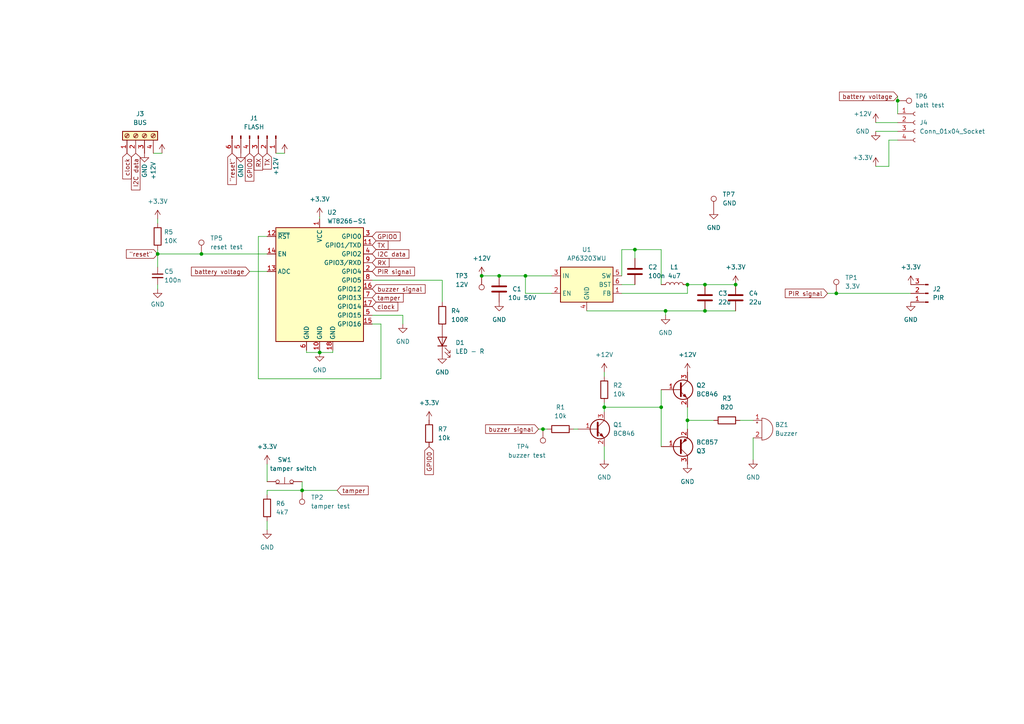
<source format=kicad_sch>
(kicad_sch
	(version 20231120)
	(generator "eeschema")
	(generator_version "8.0")
	(uuid "bd84660b-13bb-4554-9f23-8e30376967c6")
	(paper "A4")
	(title_block
		(title "Q PIR")
		(rev "5")
		(company "Radim Kolář, Tomáš Bezányi")
	)
	(lib_symbols
		(symbol "+12V_1"
			(power)
			(pin_numbers hide)
			(pin_names
				(offset 0) hide)
			(exclude_from_sim no)
			(in_bom yes)
			(on_board yes)
			(property "Reference" "#PWR"
				(at 0 -3.81 0)
				(effects
					(font
						(size 1.27 1.27)
					)
					(hide yes)
				)
			)
			(property "Value" "+12V_1"
				(at 0 3.556 0)
				(effects
					(font
						(size 1.27 1.27)
					)
				)
			)
			(property "Footprint" ""
				(at 0 0 0)
				(effects
					(font
						(size 1.27 1.27)
					)
					(hide yes)
				)
			)
			(property "Datasheet" ""
				(at 0 0 0)
				(effects
					(font
						(size 1.27 1.27)
					)
					(hide yes)
				)
			)
			(property "Description" "Power symbol creates a global label with name \"+12V\""
				(at 0 0 0)
				(effects
					(font
						(size 1.27 1.27)
					)
					(hide yes)
				)
			)
			(property "ki_keywords" "global power"
				(at 0 0 0)
				(effects
					(font
						(size 1.27 1.27)
					)
					(hide yes)
				)
			)
			(symbol "+12V_1_0_1"
				(polyline
					(pts
						(xy -0.762 1.27) (xy 0 2.54)
					)
					(stroke
						(width 0)
						(type default)
					)
					(fill
						(type none)
					)
				)
				(polyline
					(pts
						(xy 0 0) (xy 0 2.54)
					)
					(stroke
						(width 0)
						(type default)
					)
					(fill
						(type none)
					)
				)
				(polyline
					(pts
						(xy 0 2.54) (xy 0.762 1.27)
					)
					(stroke
						(width 0)
						(type default)
					)
					(fill
						(type none)
					)
				)
			)
			(symbol "+12V_1_1_1"
				(pin power_in line
					(at 0 0 90)
					(length 0) hide
					(name "+12V"
						(effects
							(font
								(size 1.27 1.27)
							)
						)
					)
					(number "1"
						(effects
							(font
								(size 1.27 1.27)
							)
						)
					)
				)
			)
		)
		(symbol "+12V_2"
			(power)
			(pin_numbers hide)
			(pin_names
				(offset 0) hide)
			(exclude_from_sim no)
			(in_bom yes)
			(on_board yes)
			(property "Reference" "#PWR"
				(at 0 -3.81 0)
				(effects
					(font
						(size 1.27 1.27)
					)
					(hide yes)
				)
			)
			(property "Value" "+12V_2"
				(at 0 3.556 0)
				(effects
					(font
						(size 1.27 1.27)
					)
				)
			)
			(property "Footprint" ""
				(at 0 0 0)
				(effects
					(font
						(size 1.27 1.27)
					)
					(hide yes)
				)
			)
			(property "Datasheet" ""
				(at 0 0 0)
				(effects
					(font
						(size 1.27 1.27)
					)
					(hide yes)
				)
			)
			(property "Description" "Power symbol creates a global label with name \"+12V\""
				(at 0 0 0)
				(effects
					(font
						(size 1.27 1.27)
					)
					(hide yes)
				)
			)
			(property "ki_keywords" "global power"
				(at 0 0 0)
				(effects
					(font
						(size 1.27 1.27)
					)
					(hide yes)
				)
			)
			(symbol "+12V_2_0_1"
				(polyline
					(pts
						(xy -0.762 1.27) (xy 0 2.54)
					)
					(stroke
						(width 0)
						(type default)
					)
					(fill
						(type none)
					)
				)
				(polyline
					(pts
						(xy 0 0) (xy 0 2.54)
					)
					(stroke
						(width 0)
						(type default)
					)
					(fill
						(type none)
					)
				)
				(polyline
					(pts
						(xy 0 2.54) (xy 0.762 1.27)
					)
					(stroke
						(width 0)
						(type default)
					)
					(fill
						(type none)
					)
				)
			)
			(symbol "+12V_2_1_1"
				(pin power_in line
					(at 0 0 90)
					(length 0) hide
					(name "+12V"
						(effects
							(font
								(size 1.27 1.27)
							)
						)
					)
					(number "1"
						(effects
							(font
								(size 1.27 1.27)
							)
						)
					)
				)
			)
		)
		(symbol "+3.3V_1"
			(power)
			(pin_numbers hide)
			(pin_names
				(offset 0) hide)
			(exclude_from_sim no)
			(in_bom yes)
			(on_board yes)
			(property "Reference" "#PWR"
				(at 0 -3.81 0)
				(effects
					(font
						(size 1.27 1.27)
					)
					(hide yes)
				)
			)
			(property "Value" "+3.3V_1"
				(at 0 3.556 0)
				(effects
					(font
						(size 1.27 1.27)
					)
				)
			)
			(property "Footprint" ""
				(at 0 0 0)
				(effects
					(font
						(size 1.27 1.27)
					)
					(hide yes)
				)
			)
			(property "Datasheet" ""
				(at 0 0 0)
				(effects
					(font
						(size 1.27 1.27)
					)
					(hide yes)
				)
			)
			(property "Description" "Power symbol creates a global label with name \"+3.3V\""
				(at 0 0 0)
				(effects
					(font
						(size 1.27 1.27)
					)
					(hide yes)
				)
			)
			(property "ki_keywords" "global power"
				(at 0 0 0)
				(effects
					(font
						(size 1.27 1.27)
					)
					(hide yes)
				)
			)
			(symbol "+3.3V_1_0_1"
				(polyline
					(pts
						(xy -0.762 1.27) (xy 0 2.54)
					)
					(stroke
						(width 0)
						(type default)
					)
					(fill
						(type none)
					)
				)
				(polyline
					(pts
						(xy 0 0) (xy 0 2.54)
					)
					(stroke
						(width 0)
						(type default)
					)
					(fill
						(type none)
					)
				)
				(polyline
					(pts
						(xy 0 2.54) (xy 0.762 1.27)
					)
					(stroke
						(width 0)
						(type default)
					)
					(fill
						(type none)
					)
				)
			)
			(symbol "+3.3V_1_1_1"
				(pin power_in line
					(at 0 0 90)
					(length 0) hide
					(name "+3.3V"
						(effects
							(font
								(size 1.27 1.27)
							)
						)
					)
					(number "1"
						(effects
							(font
								(size 1.27 1.27)
							)
						)
					)
				)
			)
		)
		(symbol "+3.3V_2"
			(power)
			(pin_names
				(offset 0)
			)
			(exclude_from_sim no)
			(in_bom yes)
			(on_board yes)
			(property "Reference" "#PWR"
				(at 0 -3.81 0)
				(effects
					(font
						(size 1.27 1.27)
					)
					(hide yes)
				)
			)
			(property "Value" "+3.3V_2"
				(at 0 3.556 0)
				(effects
					(font
						(size 1.27 1.27)
					)
				)
			)
			(property "Footprint" ""
				(at 0 0 0)
				(effects
					(font
						(size 1.27 1.27)
					)
					(hide yes)
				)
			)
			(property "Datasheet" ""
				(at 0 0 0)
				(effects
					(font
						(size 1.27 1.27)
					)
					(hide yes)
				)
			)
			(property "Description" "Power symbol creates a global label with name \"+3.3V\""
				(at 0 0 0)
				(effects
					(font
						(size 1.27 1.27)
					)
					(hide yes)
				)
			)
			(property "ki_keywords" "global power"
				(at 0 0 0)
				(effects
					(font
						(size 1.27 1.27)
					)
					(hide yes)
				)
			)
			(symbol "+3.3V_2_0_1"
				(polyline
					(pts
						(xy -0.762 1.27) (xy 0 2.54)
					)
					(stroke
						(width 0)
						(type default)
					)
					(fill
						(type none)
					)
				)
				(polyline
					(pts
						(xy 0 0) (xy 0 2.54)
					)
					(stroke
						(width 0)
						(type default)
					)
					(fill
						(type none)
					)
				)
				(polyline
					(pts
						(xy 0 2.54) (xy 0.762 1.27)
					)
					(stroke
						(width 0)
						(type default)
					)
					(fill
						(type none)
					)
				)
			)
			(symbol "+3.3V_2_1_1"
				(pin power_in line
					(at 0 0 90)
					(length 0) hide
					(name "+3.3V"
						(effects
							(font
								(size 1.27 1.27)
							)
						)
					)
					(number "1"
						(effects
							(font
								(size 1.27 1.27)
							)
						)
					)
				)
			)
		)
		(symbol "+3.3V_3"
			(power)
			(pin_names
				(offset 0)
			)
			(exclude_from_sim no)
			(in_bom yes)
			(on_board yes)
			(property "Reference" "#PWR"
				(at 0 -3.81 0)
				(effects
					(font
						(size 1.27 1.27)
					)
					(hide yes)
				)
			)
			(property "Value" "+3.3V_3"
				(at 0 3.556 0)
				(effects
					(font
						(size 1.27 1.27)
					)
				)
			)
			(property "Footprint" ""
				(at 0 0 0)
				(effects
					(font
						(size 1.27 1.27)
					)
					(hide yes)
				)
			)
			(property "Datasheet" ""
				(at 0 0 0)
				(effects
					(font
						(size 1.27 1.27)
					)
					(hide yes)
				)
			)
			(property "Description" "Power symbol creates a global label with name \"+3.3V\""
				(at 0 0 0)
				(effects
					(font
						(size 1.27 1.27)
					)
					(hide yes)
				)
			)
			(property "ki_keywords" "global power"
				(at 0 0 0)
				(effects
					(font
						(size 1.27 1.27)
					)
					(hide yes)
				)
			)
			(symbol "+3.3V_3_0_1"
				(polyline
					(pts
						(xy -0.762 1.27) (xy 0 2.54)
					)
					(stroke
						(width 0)
						(type default)
					)
					(fill
						(type none)
					)
				)
				(polyline
					(pts
						(xy 0 0) (xy 0 2.54)
					)
					(stroke
						(width 0)
						(type default)
					)
					(fill
						(type none)
					)
				)
				(polyline
					(pts
						(xy 0 2.54) (xy 0.762 1.27)
					)
					(stroke
						(width 0)
						(type default)
					)
					(fill
						(type none)
					)
				)
			)
			(symbol "+3.3V_3_1_1"
				(pin power_in line
					(at 0 0 90)
					(length 0) hide
					(name "+3.3V"
						(effects
							(font
								(size 1.27 1.27)
							)
						)
					)
					(number "1"
						(effects
							(font
								(size 1.27 1.27)
							)
						)
					)
				)
			)
		)
		(symbol "+3.3V_4"
			(power)
			(pin_names
				(offset 0)
			)
			(exclude_from_sim no)
			(in_bom yes)
			(on_board yes)
			(property "Reference" "#PWR"
				(at 0 -3.81 0)
				(effects
					(font
						(size 1.27 1.27)
					)
					(hide yes)
				)
			)
			(property "Value" "+3.3V_4"
				(at 0 3.556 0)
				(effects
					(font
						(size 1.27 1.27)
					)
				)
			)
			(property "Footprint" ""
				(at 0 0 0)
				(effects
					(font
						(size 1.27 1.27)
					)
					(hide yes)
				)
			)
			(property "Datasheet" ""
				(at 0 0 0)
				(effects
					(font
						(size 1.27 1.27)
					)
					(hide yes)
				)
			)
			(property "Description" "Power symbol creates a global label with name \"+3.3V\""
				(at 0 0 0)
				(effects
					(font
						(size 1.27 1.27)
					)
					(hide yes)
				)
			)
			(property "ki_keywords" "global power"
				(at 0 0 0)
				(effects
					(font
						(size 1.27 1.27)
					)
					(hide yes)
				)
			)
			(symbol "+3.3V_4_0_1"
				(polyline
					(pts
						(xy -0.762 1.27) (xy 0 2.54)
					)
					(stroke
						(width 0)
						(type default)
					)
					(fill
						(type none)
					)
				)
				(polyline
					(pts
						(xy 0 0) (xy 0 2.54)
					)
					(stroke
						(width 0)
						(type default)
					)
					(fill
						(type none)
					)
				)
				(polyline
					(pts
						(xy 0 2.54) (xy 0.762 1.27)
					)
					(stroke
						(width 0)
						(type default)
					)
					(fill
						(type none)
					)
				)
			)
			(symbol "+3.3V_4_1_1"
				(pin power_in line
					(at 0 0 90)
					(length 0) hide
					(name "+3.3V"
						(effects
							(font
								(size 1.27 1.27)
							)
						)
					)
					(number "1"
						(effects
							(font
								(size 1.27 1.27)
							)
						)
					)
				)
			)
		)
		(symbol "+3.3V_5"
			(power)
			(pin_numbers hide)
			(pin_names
				(offset 0) hide)
			(exclude_from_sim no)
			(in_bom yes)
			(on_board yes)
			(property "Reference" "#PWR"
				(at 0 -3.81 0)
				(effects
					(font
						(size 1.27 1.27)
					)
					(hide yes)
				)
			)
			(property "Value" "+3.3V"
				(at 0 3.556 0)
				(effects
					(font
						(size 1.27 1.27)
					)
				)
			)
			(property "Footprint" ""
				(at 0 0 0)
				(effects
					(font
						(size 1.27 1.27)
					)
					(hide yes)
				)
			)
			(property "Datasheet" ""
				(at 0 0 0)
				(effects
					(font
						(size 1.27 1.27)
					)
					(hide yes)
				)
			)
			(property "Description" "Power symbol creates a global label with name \"+3.3V\""
				(at 0 0 0)
				(effects
					(font
						(size 1.27 1.27)
					)
					(hide yes)
				)
			)
			(property "ki_keywords" "global power"
				(at 0 0 0)
				(effects
					(font
						(size 1.27 1.27)
					)
					(hide yes)
				)
			)
			(symbol "+3.3V_5_0_1"
				(polyline
					(pts
						(xy -0.762 1.27) (xy 0 2.54)
					)
					(stroke
						(width 0)
						(type default)
					)
					(fill
						(type none)
					)
				)
				(polyline
					(pts
						(xy 0 0) (xy 0 2.54)
					)
					(stroke
						(width 0)
						(type default)
					)
					(fill
						(type none)
					)
				)
				(polyline
					(pts
						(xy 0 2.54) (xy 0.762 1.27)
					)
					(stroke
						(width 0)
						(type default)
					)
					(fill
						(type none)
					)
				)
			)
			(symbol "+3.3V_5_1_1"
				(pin power_in line
					(at 0 0 90)
					(length 0)
					(name "~"
						(effects
							(font
								(size 1.27 1.27)
							)
						)
					)
					(number "1"
						(effects
							(font
								(size 1.27 1.27)
							)
						)
					)
				)
			)
		)
		(symbol "Connector:Conn_01x03_Pin"
			(pin_names
				(offset 1.016) hide)
			(exclude_from_sim no)
			(in_bom yes)
			(on_board yes)
			(property "Reference" "J"
				(at 0 5.08 0)
				(effects
					(font
						(size 1.27 1.27)
					)
				)
			)
			(property "Value" "Conn_01x03_Pin"
				(at 0 -5.08 0)
				(effects
					(font
						(size 1.27 1.27)
					)
				)
			)
			(property "Footprint" ""
				(at 0 0 0)
				(effects
					(font
						(size 1.27 1.27)
					)
					(hide yes)
				)
			)
			(property "Datasheet" "~"
				(at 0 0 0)
				(effects
					(font
						(size 1.27 1.27)
					)
					(hide yes)
				)
			)
			(property "Description" "Generic connector, single row, 01x03, script generated"
				(at 0 0 0)
				(effects
					(font
						(size 1.27 1.27)
					)
					(hide yes)
				)
			)
			(property "ki_locked" ""
				(at 0 0 0)
				(effects
					(font
						(size 1.27 1.27)
					)
				)
			)
			(property "ki_keywords" "connector"
				(at 0 0 0)
				(effects
					(font
						(size 1.27 1.27)
					)
					(hide yes)
				)
			)
			(property "ki_fp_filters" "Connector*:*_1x??_*"
				(at 0 0 0)
				(effects
					(font
						(size 1.27 1.27)
					)
					(hide yes)
				)
			)
			(symbol "Conn_01x03_Pin_1_1"
				(polyline
					(pts
						(xy 1.27 -2.54) (xy 0.8636 -2.54)
					)
					(stroke
						(width 0.1524)
						(type default)
					)
					(fill
						(type none)
					)
				)
				(polyline
					(pts
						(xy 1.27 0) (xy 0.8636 0)
					)
					(stroke
						(width 0.1524)
						(type default)
					)
					(fill
						(type none)
					)
				)
				(polyline
					(pts
						(xy 1.27 2.54) (xy 0.8636 2.54)
					)
					(stroke
						(width 0.1524)
						(type default)
					)
					(fill
						(type none)
					)
				)
				(rectangle
					(start 0.8636 -2.413)
					(end 0 -2.667)
					(stroke
						(width 0.1524)
						(type default)
					)
					(fill
						(type outline)
					)
				)
				(rectangle
					(start 0.8636 0.127)
					(end 0 -0.127)
					(stroke
						(width 0.1524)
						(type default)
					)
					(fill
						(type outline)
					)
				)
				(rectangle
					(start 0.8636 2.667)
					(end 0 2.413)
					(stroke
						(width 0.1524)
						(type default)
					)
					(fill
						(type outline)
					)
				)
				(pin passive line
					(at 5.08 2.54 180)
					(length 3.81)
					(name "Pin_1"
						(effects
							(font
								(size 1.27 1.27)
							)
						)
					)
					(number "1"
						(effects
							(font
								(size 1.27 1.27)
							)
						)
					)
				)
				(pin passive line
					(at 5.08 0 180)
					(length 3.81)
					(name "Pin_2"
						(effects
							(font
								(size 1.27 1.27)
							)
						)
					)
					(number "2"
						(effects
							(font
								(size 1.27 1.27)
							)
						)
					)
				)
				(pin passive line
					(at 5.08 -2.54 180)
					(length 3.81)
					(name "Pin_3"
						(effects
							(font
								(size 1.27 1.27)
							)
						)
					)
					(number "3"
						(effects
							(font
								(size 1.27 1.27)
							)
						)
					)
				)
			)
		)
		(symbol "Connector:Conn_01x04_Socket"
			(pin_names
				(offset 1.016) hide)
			(exclude_from_sim no)
			(in_bom yes)
			(on_board yes)
			(property "Reference" "J"
				(at 0 5.08 0)
				(effects
					(font
						(size 1.27 1.27)
					)
				)
			)
			(property "Value" "Conn_01x04_Socket"
				(at 0 -7.62 0)
				(effects
					(font
						(size 1.27 1.27)
					)
				)
			)
			(property "Footprint" ""
				(at 0 0 0)
				(effects
					(font
						(size 1.27 1.27)
					)
					(hide yes)
				)
			)
			(property "Datasheet" "~"
				(at 0 0 0)
				(effects
					(font
						(size 1.27 1.27)
					)
					(hide yes)
				)
			)
			(property "Description" "Generic connector, single row, 01x04, script generated"
				(at 0 0 0)
				(effects
					(font
						(size 1.27 1.27)
					)
					(hide yes)
				)
			)
			(property "ki_locked" ""
				(at 0 0 0)
				(effects
					(font
						(size 1.27 1.27)
					)
				)
			)
			(property "ki_keywords" "connector"
				(at 0 0 0)
				(effects
					(font
						(size 1.27 1.27)
					)
					(hide yes)
				)
			)
			(property "ki_fp_filters" "Connector*:*_1x??_*"
				(at 0 0 0)
				(effects
					(font
						(size 1.27 1.27)
					)
					(hide yes)
				)
			)
			(symbol "Conn_01x04_Socket_1_1"
				(arc
					(start 0 -4.572)
					(mid -0.5058 -5.08)
					(end 0 -5.588)
					(stroke
						(width 0.1524)
						(type default)
					)
					(fill
						(type none)
					)
				)
				(arc
					(start 0 -2.032)
					(mid -0.5058 -2.54)
					(end 0 -3.048)
					(stroke
						(width 0.1524)
						(type default)
					)
					(fill
						(type none)
					)
				)
				(polyline
					(pts
						(xy -1.27 -5.08) (xy -0.508 -5.08)
					)
					(stroke
						(width 0.1524)
						(type default)
					)
					(fill
						(type none)
					)
				)
				(polyline
					(pts
						(xy -1.27 -2.54) (xy -0.508 -2.54)
					)
					(stroke
						(width 0.1524)
						(type default)
					)
					(fill
						(type none)
					)
				)
				(polyline
					(pts
						(xy -1.27 0) (xy -0.508 0)
					)
					(stroke
						(width 0.1524)
						(type default)
					)
					(fill
						(type none)
					)
				)
				(polyline
					(pts
						(xy -1.27 2.54) (xy -0.508 2.54)
					)
					(stroke
						(width 0.1524)
						(type default)
					)
					(fill
						(type none)
					)
				)
				(arc
					(start 0 0.508)
					(mid -0.5058 0)
					(end 0 -0.508)
					(stroke
						(width 0.1524)
						(type default)
					)
					(fill
						(type none)
					)
				)
				(arc
					(start 0 3.048)
					(mid -0.5058 2.54)
					(end 0 2.032)
					(stroke
						(width 0.1524)
						(type default)
					)
					(fill
						(type none)
					)
				)
				(pin passive line
					(at -5.08 2.54 0)
					(length 3.81)
					(name "Pin_1"
						(effects
							(font
								(size 1.27 1.27)
							)
						)
					)
					(number "1"
						(effects
							(font
								(size 1.27 1.27)
							)
						)
					)
				)
				(pin passive line
					(at -5.08 0 0)
					(length 3.81)
					(name "Pin_2"
						(effects
							(font
								(size 1.27 1.27)
							)
						)
					)
					(number "2"
						(effects
							(font
								(size 1.27 1.27)
							)
						)
					)
				)
				(pin passive line
					(at -5.08 -2.54 0)
					(length 3.81)
					(name "Pin_3"
						(effects
							(font
								(size 1.27 1.27)
							)
						)
					)
					(number "3"
						(effects
							(font
								(size 1.27 1.27)
							)
						)
					)
				)
				(pin passive line
					(at -5.08 -5.08 0)
					(length 3.81)
					(name "Pin_4"
						(effects
							(font
								(size 1.27 1.27)
							)
						)
					)
					(number "4"
						(effects
							(font
								(size 1.27 1.27)
							)
						)
					)
				)
			)
		)
		(symbol "Connector:Conn_01x06_Pin"
			(pin_names
				(offset 1.016) hide)
			(exclude_from_sim no)
			(in_bom yes)
			(on_board yes)
			(property "Reference" "J"
				(at 0 7.62 0)
				(effects
					(font
						(size 1.27 1.27)
					)
				)
			)
			(property "Value" "Conn_01x06_Pin"
				(at 0 -10.16 0)
				(effects
					(font
						(size 1.27 1.27)
					)
				)
			)
			(property "Footprint" ""
				(at 0 0 0)
				(effects
					(font
						(size 1.27 1.27)
					)
					(hide yes)
				)
			)
			(property "Datasheet" "~"
				(at 0 0 0)
				(effects
					(font
						(size 1.27 1.27)
					)
					(hide yes)
				)
			)
			(property "Description" "Generic connector, single row, 01x06, script generated"
				(at 0 0 0)
				(effects
					(font
						(size 1.27 1.27)
					)
					(hide yes)
				)
			)
			(property "ki_locked" ""
				(at 0 0 0)
				(effects
					(font
						(size 1.27 1.27)
					)
				)
			)
			(property "ki_keywords" "connector"
				(at 0 0 0)
				(effects
					(font
						(size 1.27 1.27)
					)
					(hide yes)
				)
			)
			(property "ki_fp_filters" "Connector*:*_1x??_*"
				(at 0 0 0)
				(effects
					(font
						(size 1.27 1.27)
					)
					(hide yes)
				)
			)
			(symbol "Conn_01x06_Pin_1_1"
				(polyline
					(pts
						(xy 1.27 -7.62) (xy 0.8636 -7.62)
					)
					(stroke
						(width 0.1524)
						(type default)
					)
					(fill
						(type none)
					)
				)
				(polyline
					(pts
						(xy 1.27 -5.08) (xy 0.8636 -5.08)
					)
					(stroke
						(width 0.1524)
						(type default)
					)
					(fill
						(type none)
					)
				)
				(polyline
					(pts
						(xy 1.27 -2.54) (xy 0.8636 -2.54)
					)
					(stroke
						(width 0.1524)
						(type default)
					)
					(fill
						(type none)
					)
				)
				(polyline
					(pts
						(xy 1.27 0) (xy 0.8636 0)
					)
					(stroke
						(width 0.1524)
						(type default)
					)
					(fill
						(type none)
					)
				)
				(polyline
					(pts
						(xy 1.27 2.54) (xy 0.8636 2.54)
					)
					(stroke
						(width 0.1524)
						(type default)
					)
					(fill
						(type none)
					)
				)
				(polyline
					(pts
						(xy 1.27 5.08) (xy 0.8636 5.08)
					)
					(stroke
						(width 0.1524)
						(type default)
					)
					(fill
						(type none)
					)
				)
				(rectangle
					(start 0.8636 -7.493)
					(end 0 -7.747)
					(stroke
						(width 0.1524)
						(type default)
					)
					(fill
						(type outline)
					)
				)
				(rectangle
					(start 0.8636 -4.953)
					(end 0 -5.207)
					(stroke
						(width 0.1524)
						(type default)
					)
					(fill
						(type outline)
					)
				)
				(rectangle
					(start 0.8636 -2.413)
					(end 0 -2.667)
					(stroke
						(width 0.1524)
						(type default)
					)
					(fill
						(type outline)
					)
				)
				(rectangle
					(start 0.8636 0.127)
					(end 0 -0.127)
					(stroke
						(width 0.1524)
						(type default)
					)
					(fill
						(type outline)
					)
				)
				(rectangle
					(start 0.8636 2.667)
					(end 0 2.413)
					(stroke
						(width 0.1524)
						(type default)
					)
					(fill
						(type outline)
					)
				)
				(rectangle
					(start 0.8636 5.207)
					(end 0 4.953)
					(stroke
						(width 0.1524)
						(type default)
					)
					(fill
						(type outline)
					)
				)
				(pin passive line
					(at 5.08 5.08 180)
					(length 3.81)
					(name "Pin_1"
						(effects
							(font
								(size 1.27 1.27)
							)
						)
					)
					(number "1"
						(effects
							(font
								(size 1.27 1.27)
							)
						)
					)
				)
				(pin passive line
					(at 5.08 2.54 180)
					(length 3.81)
					(name "Pin_2"
						(effects
							(font
								(size 1.27 1.27)
							)
						)
					)
					(number "2"
						(effects
							(font
								(size 1.27 1.27)
							)
						)
					)
				)
				(pin passive line
					(at 5.08 0 180)
					(length 3.81)
					(name "Pin_3"
						(effects
							(font
								(size 1.27 1.27)
							)
						)
					)
					(number "3"
						(effects
							(font
								(size 1.27 1.27)
							)
						)
					)
				)
				(pin passive line
					(at 5.08 -2.54 180)
					(length 3.81)
					(name "Pin_4"
						(effects
							(font
								(size 1.27 1.27)
							)
						)
					)
					(number "4"
						(effects
							(font
								(size 1.27 1.27)
							)
						)
					)
				)
				(pin passive line
					(at 5.08 -5.08 180)
					(length 3.81)
					(name "Pin_5"
						(effects
							(font
								(size 1.27 1.27)
							)
						)
					)
					(number "5"
						(effects
							(font
								(size 1.27 1.27)
							)
						)
					)
				)
				(pin passive line
					(at 5.08 -7.62 180)
					(length 3.81)
					(name "Pin_6"
						(effects
							(font
								(size 1.27 1.27)
							)
						)
					)
					(number "6"
						(effects
							(font
								(size 1.27 1.27)
							)
						)
					)
				)
			)
		)
		(symbol "Connector:Screw_Terminal_01x04"
			(pin_names
				(offset 1.016) hide)
			(exclude_from_sim no)
			(in_bom yes)
			(on_board yes)
			(property "Reference" "J"
				(at 0 5.08 0)
				(effects
					(font
						(size 1.27 1.27)
					)
				)
			)
			(property "Value" "Screw_Terminal_01x04"
				(at 0 -7.62 0)
				(effects
					(font
						(size 1.27 1.27)
					)
				)
			)
			(property "Footprint" ""
				(at 0 0 0)
				(effects
					(font
						(size 1.27 1.27)
					)
					(hide yes)
				)
			)
			(property "Datasheet" "~"
				(at 0 0 0)
				(effects
					(font
						(size 1.27 1.27)
					)
					(hide yes)
				)
			)
			(property "Description" "Generic screw terminal, single row, 01x04, script generated (kicad-library-utils/schlib/autogen/connector/)"
				(at 0 0 0)
				(effects
					(font
						(size 1.27 1.27)
					)
					(hide yes)
				)
			)
			(property "ki_keywords" "screw terminal"
				(at 0 0 0)
				(effects
					(font
						(size 1.27 1.27)
					)
					(hide yes)
				)
			)
			(property "ki_fp_filters" "TerminalBlock*:*"
				(at 0 0 0)
				(effects
					(font
						(size 1.27 1.27)
					)
					(hide yes)
				)
			)
			(symbol "Screw_Terminal_01x04_1_1"
				(rectangle
					(start -1.27 3.81)
					(end 1.27 -6.35)
					(stroke
						(width 0.254)
						(type default)
					)
					(fill
						(type background)
					)
				)
				(circle
					(center 0 -5.08)
					(radius 0.635)
					(stroke
						(width 0.1524)
						(type default)
					)
					(fill
						(type none)
					)
				)
				(circle
					(center 0 -2.54)
					(radius 0.635)
					(stroke
						(width 0.1524)
						(type default)
					)
					(fill
						(type none)
					)
				)
				(polyline
					(pts
						(xy -0.5334 -4.7498) (xy 0.3302 -5.588)
					)
					(stroke
						(width 0.1524)
						(type default)
					)
					(fill
						(type none)
					)
				)
				(polyline
					(pts
						(xy -0.5334 -2.2098) (xy 0.3302 -3.048)
					)
					(stroke
						(width 0.1524)
						(type default)
					)
					(fill
						(type none)
					)
				)
				(polyline
					(pts
						(xy -0.5334 0.3302) (xy 0.3302 -0.508)
					)
					(stroke
						(width 0.1524)
						(type default)
					)
					(fill
						(type none)
					)
				)
				(polyline
					(pts
						(xy -0.5334 2.8702) (xy 0.3302 2.032)
					)
					(stroke
						(width 0.1524)
						(type default)
					)
					(fill
						(type none)
					)
				)
				(polyline
					(pts
						(xy -0.3556 -4.572) (xy 0.508 -5.4102)
					)
					(stroke
						(width 0.1524)
						(type default)
					)
					(fill
						(type none)
					)
				)
				(polyline
					(pts
						(xy -0.3556 -2.032) (xy 0.508 -2.8702)
					)
					(stroke
						(width 0.1524)
						(type default)
					)
					(fill
						(type none)
					)
				)
				(polyline
					(pts
						(xy -0.3556 0.508) (xy 0.508 -0.3302)
					)
					(stroke
						(width 0.1524)
						(type default)
					)
					(fill
						(type none)
					)
				)
				(polyline
					(pts
						(xy -0.3556 3.048) (xy 0.508 2.2098)
					)
					(stroke
						(width 0.1524)
						(type default)
					)
					(fill
						(type none)
					)
				)
				(circle
					(center 0 0)
					(radius 0.635)
					(stroke
						(width 0.1524)
						(type default)
					)
					(fill
						(type none)
					)
				)
				(circle
					(center 0 2.54)
					(radius 0.635)
					(stroke
						(width 0.1524)
						(type default)
					)
					(fill
						(type none)
					)
				)
				(pin passive line
					(at -5.08 2.54 0)
					(length 3.81)
					(name "Pin_1"
						(effects
							(font
								(size 1.27 1.27)
							)
						)
					)
					(number "1"
						(effects
							(font
								(size 1.27 1.27)
							)
						)
					)
				)
				(pin passive line
					(at -5.08 0 0)
					(length 3.81)
					(name "Pin_2"
						(effects
							(font
								(size 1.27 1.27)
							)
						)
					)
					(number "2"
						(effects
							(font
								(size 1.27 1.27)
							)
						)
					)
				)
				(pin passive line
					(at -5.08 -2.54 0)
					(length 3.81)
					(name "Pin_3"
						(effects
							(font
								(size 1.27 1.27)
							)
						)
					)
					(number "3"
						(effects
							(font
								(size 1.27 1.27)
							)
						)
					)
				)
				(pin passive line
					(at -5.08 -5.08 0)
					(length 3.81)
					(name "Pin_4"
						(effects
							(font
								(size 1.27 1.27)
							)
						)
					)
					(number "4"
						(effects
							(font
								(size 1.27 1.27)
							)
						)
					)
				)
			)
		)
		(symbol "Connector:TestPoint"
			(pin_numbers hide)
			(pin_names
				(offset 0.762) hide)
			(exclude_from_sim no)
			(in_bom yes)
			(on_board yes)
			(property "Reference" "TP"
				(at 0 6.858 0)
				(effects
					(font
						(size 1.27 1.27)
					)
				)
			)
			(property "Value" "TestPoint"
				(at 0 5.08 0)
				(effects
					(font
						(size 1.27 1.27)
					)
				)
			)
			(property "Footprint" ""
				(at 5.08 0 0)
				(effects
					(font
						(size 1.27 1.27)
					)
					(hide yes)
				)
			)
			(property "Datasheet" "~"
				(at 5.08 0 0)
				(effects
					(font
						(size 1.27 1.27)
					)
					(hide yes)
				)
			)
			(property "Description" "test point"
				(at 0 0 0)
				(effects
					(font
						(size 1.27 1.27)
					)
					(hide yes)
				)
			)
			(property "ki_keywords" "test point tp"
				(at 0 0 0)
				(effects
					(font
						(size 1.27 1.27)
					)
					(hide yes)
				)
			)
			(property "ki_fp_filters" "Pin* Test*"
				(at 0 0 0)
				(effects
					(font
						(size 1.27 1.27)
					)
					(hide yes)
				)
			)
			(symbol "TestPoint_0_1"
				(circle
					(center 0 3.302)
					(radius 0.762)
					(stroke
						(width 0)
						(type default)
					)
					(fill
						(type none)
					)
				)
			)
			(symbol "TestPoint_1_1"
				(pin passive line
					(at 0 0 90)
					(length 2.54)
					(name "1"
						(effects
							(font
								(size 1.27 1.27)
							)
						)
					)
					(number "1"
						(effects
							(font
								(size 1.27 1.27)
							)
						)
					)
				)
			)
		)
		(symbol "Device:Buzzer"
			(pin_names
				(offset 0.0254) hide)
			(exclude_from_sim no)
			(in_bom yes)
			(on_board yes)
			(property "Reference" "BZ"
				(at 3.81 1.27 0)
				(effects
					(font
						(size 1.27 1.27)
					)
					(justify left)
				)
			)
			(property "Value" "Buzzer"
				(at 3.81 -1.27 0)
				(effects
					(font
						(size 1.27 1.27)
					)
					(justify left)
				)
			)
			(property "Footprint" ""
				(at -0.635 2.54 90)
				(effects
					(font
						(size 1.27 1.27)
					)
					(hide yes)
				)
			)
			(property "Datasheet" "~"
				(at -0.635 2.54 90)
				(effects
					(font
						(size 1.27 1.27)
					)
					(hide yes)
				)
			)
			(property "Description" "Buzzer, polarized"
				(at 0 0 0)
				(effects
					(font
						(size 1.27 1.27)
					)
					(hide yes)
				)
			)
			(property "ki_keywords" "quartz resonator ceramic"
				(at 0 0 0)
				(effects
					(font
						(size 1.27 1.27)
					)
					(hide yes)
				)
			)
			(property "ki_fp_filters" "*Buzzer*"
				(at 0 0 0)
				(effects
					(font
						(size 1.27 1.27)
					)
					(hide yes)
				)
			)
			(symbol "Buzzer_0_1"
				(arc
					(start 0 -3.175)
					(mid 3.1612 0)
					(end 0 3.175)
					(stroke
						(width 0)
						(type default)
					)
					(fill
						(type none)
					)
				)
				(polyline
					(pts
						(xy -1.651 1.905) (xy -1.143 1.905)
					)
					(stroke
						(width 0)
						(type default)
					)
					(fill
						(type none)
					)
				)
				(polyline
					(pts
						(xy -1.397 2.159) (xy -1.397 1.651)
					)
					(stroke
						(width 0)
						(type default)
					)
					(fill
						(type none)
					)
				)
				(polyline
					(pts
						(xy 0 3.175) (xy 0 -3.175)
					)
					(stroke
						(width 0)
						(type default)
					)
					(fill
						(type none)
					)
				)
			)
			(symbol "Buzzer_1_1"
				(pin passive line
					(at -2.54 2.54 0)
					(length 2.54)
					(name "-"
						(effects
							(font
								(size 1.27 1.27)
							)
						)
					)
					(number "1"
						(effects
							(font
								(size 1.27 1.27)
							)
						)
					)
				)
				(pin passive line
					(at -2.54 -2.54 0)
					(length 2.54)
					(name "+"
						(effects
							(font
								(size 1.27 1.27)
							)
						)
					)
					(number "2"
						(effects
							(font
								(size 1.27 1.27)
							)
						)
					)
				)
			)
		)
		(symbol "Device:C"
			(pin_numbers hide)
			(pin_names
				(offset 0.254)
			)
			(exclude_from_sim no)
			(in_bom yes)
			(on_board yes)
			(property "Reference" "C"
				(at 0.635 2.54 0)
				(effects
					(font
						(size 1.27 1.27)
					)
					(justify left)
				)
			)
			(property "Value" "C"
				(at 0.635 -2.54 0)
				(effects
					(font
						(size 1.27 1.27)
					)
					(justify left)
				)
			)
			(property "Footprint" ""
				(at 0.9652 -3.81 0)
				(effects
					(font
						(size 1.27 1.27)
					)
					(hide yes)
				)
			)
			(property "Datasheet" "~"
				(at 0 0 0)
				(effects
					(font
						(size 1.27 1.27)
					)
					(hide yes)
				)
			)
			(property "Description" "Unpolarized capacitor"
				(at 0 0 0)
				(effects
					(font
						(size 1.27 1.27)
					)
					(hide yes)
				)
			)
			(property "ki_keywords" "cap capacitor"
				(at 0 0 0)
				(effects
					(font
						(size 1.27 1.27)
					)
					(hide yes)
				)
			)
			(property "ki_fp_filters" "C_*"
				(at 0 0 0)
				(effects
					(font
						(size 1.27 1.27)
					)
					(hide yes)
				)
			)
			(symbol "C_0_1"
				(polyline
					(pts
						(xy -2.032 -0.762) (xy 2.032 -0.762)
					)
					(stroke
						(width 0.508)
						(type default)
					)
					(fill
						(type none)
					)
				)
				(polyline
					(pts
						(xy -2.032 0.762) (xy 2.032 0.762)
					)
					(stroke
						(width 0.508)
						(type default)
					)
					(fill
						(type none)
					)
				)
			)
			(symbol "C_1_1"
				(pin passive line
					(at 0 3.81 270)
					(length 2.794)
					(name "~"
						(effects
							(font
								(size 1.27 1.27)
							)
						)
					)
					(number "1"
						(effects
							(font
								(size 1.27 1.27)
							)
						)
					)
				)
				(pin passive line
					(at 0 -3.81 90)
					(length 2.794)
					(name "~"
						(effects
							(font
								(size 1.27 1.27)
							)
						)
					)
					(number "2"
						(effects
							(font
								(size 1.27 1.27)
							)
						)
					)
				)
			)
		)
		(symbol "Device:C_Small"
			(pin_numbers hide)
			(pin_names
				(offset 0.254) hide)
			(exclude_from_sim no)
			(in_bom yes)
			(on_board yes)
			(property "Reference" "C"
				(at 0.254 1.778 0)
				(effects
					(font
						(size 1.27 1.27)
					)
					(justify left)
				)
			)
			(property "Value" "C_Small"
				(at 0.254 -2.032 0)
				(effects
					(font
						(size 1.27 1.27)
					)
					(justify left)
				)
			)
			(property "Footprint" ""
				(at 0 0 0)
				(effects
					(font
						(size 1.27 1.27)
					)
					(hide yes)
				)
			)
			(property "Datasheet" "~"
				(at 0 0 0)
				(effects
					(font
						(size 1.27 1.27)
					)
					(hide yes)
				)
			)
			(property "Description" "Unpolarized capacitor, small symbol"
				(at 0 0 0)
				(effects
					(font
						(size 1.27 1.27)
					)
					(hide yes)
				)
			)
			(property "ki_keywords" "capacitor cap"
				(at 0 0 0)
				(effects
					(font
						(size 1.27 1.27)
					)
					(hide yes)
				)
			)
			(property "ki_fp_filters" "C_*"
				(at 0 0 0)
				(effects
					(font
						(size 1.27 1.27)
					)
					(hide yes)
				)
			)
			(symbol "C_Small_0_1"
				(polyline
					(pts
						(xy -1.524 -0.508) (xy 1.524 -0.508)
					)
					(stroke
						(width 0.3302)
						(type default)
					)
					(fill
						(type none)
					)
				)
				(polyline
					(pts
						(xy -1.524 0.508) (xy 1.524 0.508)
					)
					(stroke
						(width 0.3048)
						(type default)
					)
					(fill
						(type none)
					)
				)
			)
			(symbol "C_Small_1_1"
				(pin passive line
					(at 0 2.54 270)
					(length 2.032)
					(name "~"
						(effects
							(font
								(size 1.27 1.27)
							)
						)
					)
					(number "1"
						(effects
							(font
								(size 1.27 1.27)
							)
						)
					)
				)
				(pin passive line
					(at 0 -2.54 90)
					(length 2.032)
					(name "~"
						(effects
							(font
								(size 1.27 1.27)
							)
						)
					)
					(number "2"
						(effects
							(font
								(size 1.27 1.27)
							)
						)
					)
				)
			)
		)
		(symbol "Device:L"
			(pin_numbers hide)
			(pin_names
				(offset 1.016) hide)
			(exclude_from_sim no)
			(in_bom yes)
			(on_board yes)
			(property "Reference" "L"
				(at -1.27 0 90)
				(effects
					(font
						(size 1.27 1.27)
					)
				)
			)
			(property "Value" "L"
				(at 1.905 0 90)
				(effects
					(font
						(size 1.27 1.27)
					)
				)
			)
			(property "Footprint" ""
				(at 0 0 0)
				(effects
					(font
						(size 1.27 1.27)
					)
					(hide yes)
				)
			)
			(property "Datasheet" "~"
				(at 0 0 0)
				(effects
					(font
						(size 1.27 1.27)
					)
					(hide yes)
				)
			)
			(property "Description" "Inductor"
				(at 0 0 0)
				(effects
					(font
						(size 1.27 1.27)
					)
					(hide yes)
				)
			)
			(property "ki_keywords" "inductor choke coil reactor magnetic"
				(at 0 0 0)
				(effects
					(font
						(size 1.27 1.27)
					)
					(hide yes)
				)
			)
			(property "ki_fp_filters" "Choke_* *Coil* Inductor_* L_*"
				(at 0 0 0)
				(effects
					(font
						(size 1.27 1.27)
					)
					(hide yes)
				)
			)
			(symbol "L_0_1"
				(arc
					(start 0 -2.54)
					(mid 0.6323 -1.905)
					(end 0 -1.27)
					(stroke
						(width 0)
						(type default)
					)
					(fill
						(type none)
					)
				)
				(arc
					(start 0 -1.27)
					(mid 0.6323 -0.635)
					(end 0 0)
					(stroke
						(width 0)
						(type default)
					)
					(fill
						(type none)
					)
				)
				(arc
					(start 0 0)
					(mid 0.6323 0.635)
					(end 0 1.27)
					(stroke
						(width 0)
						(type default)
					)
					(fill
						(type none)
					)
				)
				(arc
					(start 0 1.27)
					(mid 0.6323 1.905)
					(end 0 2.54)
					(stroke
						(width 0)
						(type default)
					)
					(fill
						(type none)
					)
				)
			)
			(symbol "L_1_1"
				(pin passive line
					(at 0 3.81 270)
					(length 1.27)
					(name "1"
						(effects
							(font
								(size 1.27 1.27)
							)
						)
					)
					(number "1"
						(effects
							(font
								(size 1.27 1.27)
							)
						)
					)
				)
				(pin passive line
					(at 0 -3.81 90)
					(length 1.27)
					(name "2"
						(effects
							(font
								(size 1.27 1.27)
							)
						)
					)
					(number "2"
						(effects
							(font
								(size 1.27 1.27)
							)
						)
					)
				)
			)
		)
		(symbol "Device:LED"
			(pin_numbers hide)
			(pin_names
				(offset 1.016) hide)
			(exclude_from_sim no)
			(in_bom yes)
			(on_board yes)
			(property "Reference" "D"
				(at 0 2.54 0)
				(effects
					(font
						(size 1.27 1.27)
					)
				)
			)
			(property "Value" "LED"
				(at 0 -2.54 0)
				(effects
					(font
						(size 1.27 1.27)
					)
				)
			)
			(property "Footprint" ""
				(at 0 0 0)
				(effects
					(font
						(size 1.27 1.27)
					)
					(hide yes)
				)
			)
			(property "Datasheet" "~"
				(at 0 0 0)
				(effects
					(font
						(size 1.27 1.27)
					)
					(hide yes)
				)
			)
			(property "Description" "Light emitting diode"
				(at 0 0 0)
				(effects
					(font
						(size 1.27 1.27)
					)
					(hide yes)
				)
			)
			(property "ki_keywords" "LED diode"
				(at 0 0 0)
				(effects
					(font
						(size 1.27 1.27)
					)
					(hide yes)
				)
			)
			(property "ki_fp_filters" "LED* LED_SMD:* LED_THT:*"
				(at 0 0 0)
				(effects
					(font
						(size 1.27 1.27)
					)
					(hide yes)
				)
			)
			(symbol "LED_0_1"
				(polyline
					(pts
						(xy -1.27 -1.27) (xy -1.27 1.27)
					)
					(stroke
						(width 0.254)
						(type default)
					)
					(fill
						(type none)
					)
				)
				(polyline
					(pts
						(xy -1.27 0) (xy 1.27 0)
					)
					(stroke
						(width 0)
						(type default)
					)
					(fill
						(type none)
					)
				)
				(polyline
					(pts
						(xy 1.27 -1.27) (xy 1.27 1.27) (xy -1.27 0) (xy 1.27 -1.27)
					)
					(stroke
						(width 0.254)
						(type default)
					)
					(fill
						(type none)
					)
				)
				(polyline
					(pts
						(xy -3.048 -0.762) (xy -4.572 -2.286) (xy -3.81 -2.286) (xy -4.572 -2.286) (xy -4.572 -1.524)
					)
					(stroke
						(width 0)
						(type default)
					)
					(fill
						(type none)
					)
				)
				(polyline
					(pts
						(xy -1.778 -0.762) (xy -3.302 -2.286) (xy -2.54 -2.286) (xy -3.302 -2.286) (xy -3.302 -1.524)
					)
					(stroke
						(width 0)
						(type default)
					)
					(fill
						(type none)
					)
				)
			)
			(symbol "LED_1_1"
				(pin passive line
					(at -3.81 0 0)
					(length 2.54)
					(name "K"
						(effects
							(font
								(size 1.27 1.27)
							)
						)
					)
					(number "1"
						(effects
							(font
								(size 1.27 1.27)
							)
						)
					)
				)
				(pin passive line
					(at 3.81 0 180)
					(length 2.54)
					(name "A"
						(effects
							(font
								(size 1.27 1.27)
							)
						)
					)
					(number "2"
						(effects
							(font
								(size 1.27 1.27)
							)
						)
					)
				)
			)
		)
		(symbol "Device:R"
			(pin_numbers hide)
			(pin_names
				(offset 0)
			)
			(exclude_from_sim no)
			(in_bom yes)
			(on_board yes)
			(property "Reference" "R"
				(at 2.032 0 90)
				(effects
					(font
						(size 1.27 1.27)
					)
				)
			)
			(property "Value" "R"
				(at 0 0 90)
				(effects
					(font
						(size 1.27 1.27)
					)
				)
			)
			(property "Footprint" ""
				(at -1.778 0 90)
				(effects
					(font
						(size 1.27 1.27)
					)
					(hide yes)
				)
			)
			(property "Datasheet" "~"
				(at 0 0 0)
				(effects
					(font
						(size 1.27 1.27)
					)
					(hide yes)
				)
			)
			(property "Description" "Resistor"
				(at 0 0 0)
				(effects
					(font
						(size 1.27 1.27)
					)
					(hide yes)
				)
			)
			(property "ki_keywords" "R res resistor"
				(at 0 0 0)
				(effects
					(font
						(size 1.27 1.27)
					)
					(hide yes)
				)
			)
			(property "ki_fp_filters" "R_*"
				(at 0 0 0)
				(effects
					(font
						(size 1.27 1.27)
					)
					(hide yes)
				)
			)
			(symbol "R_0_1"
				(rectangle
					(start -1.016 -2.54)
					(end 1.016 2.54)
					(stroke
						(width 0.254)
						(type default)
					)
					(fill
						(type none)
					)
				)
			)
			(symbol "R_1_1"
				(pin passive line
					(at 0 3.81 270)
					(length 1.27)
					(name "~"
						(effects
							(font
								(size 1.27 1.27)
							)
						)
					)
					(number "1"
						(effects
							(font
								(size 1.27 1.27)
							)
						)
					)
				)
				(pin passive line
					(at 0 -3.81 90)
					(length 1.27)
					(name "~"
						(effects
							(font
								(size 1.27 1.27)
							)
						)
					)
					(number "2"
						(effects
							(font
								(size 1.27 1.27)
							)
						)
					)
				)
			)
		)
		(symbol "GND_1"
			(power)
			(pin_numbers hide)
			(pin_names
				(offset 0) hide)
			(exclude_from_sim no)
			(in_bom yes)
			(on_board yes)
			(property "Reference" "#PWR"
				(at 0 -6.35 0)
				(effects
					(font
						(size 1.27 1.27)
					)
					(hide yes)
				)
			)
			(property "Value" "GND_1"
				(at 0 -3.81 0)
				(effects
					(font
						(size 1.27 1.27)
					)
				)
			)
			(property "Footprint" ""
				(at 0 0 0)
				(effects
					(font
						(size 1.27 1.27)
					)
					(hide yes)
				)
			)
			(property "Datasheet" ""
				(at 0 0 0)
				(effects
					(font
						(size 1.27 1.27)
					)
					(hide yes)
				)
			)
			(property "Description" "Power symbol creates a global label with name \"GND\" , ground"
				(at 0 0 0)
				(effects
					(font
						(size 1.27 1.27)
					)
					(hide yes)
				)
			)
			(property "ki_keywords" "global power"
				(at 0 0 0)
				(effects
					(font
						(size 1.27 1.27)
					)
					(hide yes)
				)
			)
			(symbol "GND_1_0_1"
				(polyline
					(pts
						(xy 0 0) (xy 0 -1.27) (xy 1.27 -1.27) (xy 0 -2.54) (xy -1.27 -1.27) (xy 0 -1.27)
					)
					(stroke
						(width 0)
						(type default)
					)
					(fill
						(type none)
					)
				)
			)
			(symbol "GND_1_1_1"
				(pin power_in line
					(at 0 0 270)
					(length 0) hide
					(name "GND"
						(effects
							(font
								(size 1.27 1.27)
							)
						)
					)
					(number "1"
						(effects
							(font
								(size 1.27 1.27)
							)
						)
					)
				)
			)
		)
		(symbol "GND_2"
			(power)
			(pin_numbers hide)
			(pin_names
				(offset 0) hide)
			(exclude_from_sim no)
			(in_bom yes)
			(on_board yes)
			(property "Reference" "#PWR"
				(at 0 -6.35 0)
				(effects
					(font
						(size 1.27 1.27)
					)
					(hide yes)
				)
			)
			(property "Value" "GND_2"
				(at 0 -3.81 0)
				(effects
					(font
						(size 1.27 1.27)
					)
				)
			)
			(property "Footprint" ""
				(at 0 0 0)
				(effects
					(font
						(size 1.27 1.27)
					)
					(hide yes)
				)
			)
			(property "Datasheet" ""
				(at 0 0 0)
				(effects
					(font
						(size 1.27 1.27)
					)
					(hide yes)
				)
			)
			(property "Description" "Power symbol creates a global label with name \"GND\" , ground"
				(at 0 0 0)
				(effects
					(font
						(size 1.27 1.27)
					)
					(hide yes)
				)
			)
			(property "ki_keywords" "global power"
				(at 0 0 0)
				(effects
					(font
						(size 1.27 1.27)
					)
					(hide yes)
				)
			)
			(symbol "GND_2_0_1"
				(polyline
					(pts
						(xy 0 0) (xy 0 -1.27) (xy 1.27 -1.27) (xy 0 -2.54) (xy -1.27 -1.27) (xy 0 -1.27)
					)
					(stroke
						(width 0)
						(type default)
					)
					(fill
						(type none)
					)
				)
			)
			(symbol "GND_2_1_1"
				(pin power_in line
					(at 0 0 270)
					(length 0) hide
					(name "GND"
						(effects
							(font
								(size 1.27 1.27)
							)
						)
					)
					(number "1"
						(effects
							(font
								(size 1.27 1.27)
							)
						)
					)
				)
			)
		)
		(symbol "GND_3"
			(power)
			(pin_numbers hide)
			(pin_names
				(offset 0) hide)
			(exclude_from_sim no)
			(in_bom yes)
			(on_board yes)
			(property "Reference" "#PWR"
				(at 0 -6.35 0)
				(effects
					(font
						(size 1.27 1.27)
					)
					(hide yes)
				)
			)
			(property "Value" "GND_3"
				(at 0 -3.81 0)
				(effects
					(font
						(size 1.27 1.27)
					)
				)
			)
			(property "Footprint" ""
				(at 0 0 0)
				(effects
					(font
						(size 1.27 1.27)
					)
					(hide yes)
				)
			)
			(property "Datasheet" ""
				(at 0 0 0)
				(effects
					(font
						(size 1.27 1.27)
					)
					(hide yes)
				)
			)
			(property "Description" "Power symbol creates a global label with name \"GND\" , ground"
				(at 0 0 0)
				(effects
					(font
						(size 1.27 1.27)
					)
					(hide yes)
				)
			)
			(property "ki_keywords" "global power"
				(at 0 0 0)
				(effects
					(font
						(size 1.27 1.27)
					)
					(hide yes)
				)
			)
			(symbol "GND_3_0_1"
				(polyline
					(pts
						(xy 0 0) (xy 0 -1.27) (xy 1.27 -1.27) (xy 0 -2.54) (xy -1.27 -1.27) (xy 0 -1.27)
					)
					(stroke
						(width 0)
						(type default)
					)
					(fill
						(type none)
					)
				)
			)
			(symbol "GND_3_1_1"
				(pin power_in line
					(at 0 0 270)
					(length 0) hide
					(name "GND"
						(effects
							(font
								(size 1.27 1.27)
							)
						)
					)
					(number "1"
						(effects
							(font
								(size 1.27 1.27)
							)
						)
					)
				)
			)
		)
		(symbol "GND_4"
			(power)
			(pin_numbers hide)
			(pin_names
				(offset 0) hide)
			(exclude_from_sim no)
			(in_bom yes)
			(on_board yes)
			(property "Reference" "#PWR"
				(at 0 -6.35 0)
				(effects
					(font
						(size 1.27 1.27)
					)
					(hide yes)
				)
			)
			(property "Value" "GND_4"
				(at 0 -3.81 0)
				(effects
					(font
						(size 1.27 1.27)
					)
				)
			)
			(property "Footprint" ""
				(at 0 0 0)
				(effects
					(font
						(size 1.27 1.27)
					)
					(hide yes)
				)
			)
			(property "Datasheet" ""
				(at 0 0 0)
				(effects
					(font
						(size 1.27 1.27)
					)
					(hide yes)
				)
			)
			(property "Description" "Power symbol creates a global label with name \"GND\" , ground"
				(at 0 0 0)
				(effects
					(font
						(size 1.27 1.27)
					)
					(hide yes)
				)
			)
			(property "ki_keywords" "global power"
				(at 0 0 0)
				(effects
					(font
						(size 1.27 1.27)
					)
					(hide yes)
				)
			)
			(symbol "GND_4_0_1"
				(polyline
					(pts
						(xy 0 0) (xy 0 -1.27) (xy 1.27 -1.27) (xy 0 -2.54) (xy -1.27 -1.27) (xy 0 -1.27)
					)
					(stroke
						(width 0)
						(type default)
					)
					(fill
						(type none)
					)
				)
			)
			(symbol "GND_4_1_1"
				(pin power_in line
					(at 0 0 270)
					(length 0) hide
					(name "GND"
						(effects
							(font
								(size 1.27 1.27)
							)
						)
					)
					(number "1"
						(effects
							(font
								(size 1.27 1.27)
							)
						)
					)
				)
			)
		)
		(symbol "GND_5"
			(power)
			(pin_numbers hide)
			(pin_names
				(offset 0) hide)
			(exclude_from_sim no)
			(in_bom yes)
			(on_board yes)
			(property "Reference" "#PWR"
				(at 0 -6.35 0)
				(effects
					(font
						(size 1.27 1.27)
					)
					(hide yes)
				)
			)
			(property "Value" "GND_5"
				(at 0 -3.81 0)
				(effects
					(font
						(size 1.27 1.27)
					)
				)
			)
			(property "Footprint" ""
				(at 0 0 0)
				(effects
					(font
						(size 1.27 1.27)
					)
					(hide yes)
				)
			)
			(property "Datasheet" ""
				(at 0 0 0)
				(effects
					(font
						(size 1.27 1.27)
					)
					(hide yes)
				)
			)
			(property "Description" "Power symbol creates a global label with name \"GND\" , ground"
				(at 0 0 0)
				(effects
					(font
						(size 1.27 1.27)
					)
					(hide yes)
				)
			)
			(property "ki_keywords" "global power"
				(at 0 0 0)
				(effects
					(font
						(size 1.27 1.27)
					)
					(hide yes)
				)
			)
			(symbol "GND_5_0_1"
				(polyline
					(pts
						(xy 0 0) (xy 0 -1.27) (xy 1.27 -1.27) (xy 0 -2.54) (xy -1.27 -1.27) (xy 0 -1.27)
					)
					(stroke
						(width 0)
						(type default)
					)
					(fill
						(type none)
					)
				)
			)
			(symbol "GND_5_1_1"
				(pin power_in line
					(at 0 0 270)
					(length 0) hide
					(name "GND"
						(effects
							(font
								(size 1.27 1.27)
							)
						)
					)
					(number "1"
						(effects
							(font
								(size 1.27 1.27)
							)
						)
					)
				)
			)
		)
		(symbol "GND_6"
			(power)
			(pin_names
				(offset 0)
			)
			(exclude_from_sim no)
			(in_bom yes)
			(on_board yes)
			(property "Reference" "#PWR"
				(at 0 -6.35 0)
				(effects
					(font
						(size 1.27 1.27)
					)
					(hide yes)
				)
			)
			(property "Value" "GND_6"
				(at 0 -3.81 0)
				(effects
					(font
						(size 1.27 1.27)
					)
				)
			)
			(property "Footprint" ""
				(at 0 0 0)
				(effects
					(font
						(size 1.27 1.27)
					)
					(hide yes)
				)
			)
			(property "Datasheet" ""
				(at 0 0 0)
				(effects
					(font
						(size 1.27 1.27)
					)
					(hide yes)
				)
			)
			(property "Description" "Power symbol creates a global label with name \"GND\" , ground"
				(at 0 0 0)
				(effects
					(font
						(size 1.27 1.27)
					)
					(hide yes)
				)
			)
			(property "ki_keywords" "global power"
				(at 0 0 0)
				(effects
					(font
						(size 1.27 1.27)
					)
					(hide yes)
				)
			)
			(symbol "GND_6_0_1"
				(polyline
					(pts
						(xy 0 0) (xy 0 -1.27) (xy 1.27 -1.27) (xy 0 -2.54) (xy -1.27 -1.27) (xy 0 -1.27)
					)
					(stroke
						(width 0)
						(type default)
					)
					(fill
						(type none)
					)
				)
			)
			(symbol "GND_6_1_1"
				(pin power_in line
					(at 0 0 270)
					(length 0) hide
					(name "GND"
						(effects
							(font
								(size 1.27 1.27)
							)
						)
					)
					(number "1"
						(effects
							(font
								(size 1.27 1.27)
							)
						)
					)
				)
			)
		)
		(symbol "GND_7"
			(power)
			(pin_names
				(offset 0)
			)
			(exclude_from_sim no)
			(in_bom yes)
			(on_board yes)
			(property "Reference" "#PWR"
				(at 0 -6.35 0)
				(effects
					(font
						(size 1.27 1.27)
					)
					(hide yes)
				)
			)
			(property "Value" "GND_7"
				(at 0 -3.81 0)
				(effects
					(font
						(size 1.27 1.27)
					)
				)
			)
			(property "Footprint" ""
				(at 0 0 0)
				(effects
					(font
						(size 1.27 1.27)
					)
					(hide yes)
				)
			)
			(property "Datasheet" ""
				(at 0 0 0)
				(effects
					(font
						(size 1.27 1.27)
					)
					(hide yes)
				)
			)
			(property "Description" "Power symbol creates a global label with name \"GND\" , ground"
				(at 0 0 0)
				(effects
					(font
						(size 1.27 1.27)
					)
					(hide yes)
				)
			)
			(property "ki_keywords" "global power"
				(at 0 0 0)
				(effects
					(font
						(size 1.27 1.27)
					)
					(hide yes)
				)
			)
			(symbol "GND_7_0_1"
				(polyline
					(pts
						(xy 0 0) (xy 0 -1.27) (xy 1.27 -1.27) (xy 0 -2.54) (xy -1.27 -1.27) (xy 0 -1.27)
					)
					(stroke
						(width 0)
						(type default)
					)
					(fill
						(type none)
					)
				)
			)
			(symbol "GND_7_1_1"
				(pin power_in line
					(at 0 0 270)
					(length 0) hide
					(name "GND"
						(effects
							(font
								(size 1.27 1.27)
							)
						)
					)
					(number "1"
						(effects
							(font
								(size 1.27 1.27)
							)
						)
					)
				)
			)
		)
		(symbol "GND_8"
			(power)
			(pin_names
				(offset 0)
			)
			(exclude_from_sim no)
			(in_bom yes)
			(on_board yes)
			(property "Reference" "#PWR"
				(at 0 -6.35 0)
				(effects
					(font
						(size 1.27 1.27)
					)
					(hide yes)
				)
			)
			(property "Value" "GND_8"
				(at 0 -3.81 0)
				(effects
					(font
						(size 1.27 1.27)
					)
				)
			)
			(property "Footprint" ""
				(at 0 0 0)
				(effects
					(font
						(size 1.27 1.27)
					)
					(hide yes)
				)
			)
			(property "Datasheet" ""
				(at 0 0 0)
				(effects
					(font
						(size 1.27 1.27)
					)
					(hide yes)
				)
			)
			(property "Description" "Power symbol creates a global label with name \"GND\" , ground"
				(at 0 0 0)
				(effects
					(font
						(size 1.27 1.27)
					)
					(hide yes)
				)
			)
			(property "ki_keywords" "global power"
				(at 0 0 0)
				(effects
					(font
						(size 1.27 1.27)
					)
					(hide yes)
				)
			)
			(symbol "GND_8_0_1"
				(polyline
					(pts
						(xy 0 0) (xy 0 -1.27) (xy 1.27 -1.27) (xy 0 -2.54) (xy -1.27 -1.27) (xy 0 -1.27)
					)
					(stroke
						(width 0)
						(type default)
					)
					(fill
						(type none)
					)
				)
			)
			(symbol "GND_8_1_1"
				(pin power_in line
					(at 0 0 270)
					(length 0) hide
					(name "GND"
						(effects
							(font
								(size 1.27 1.27)
							)
						)
					)
					(number "1"
						(effects
							(font
								(size 1.27 1.27)
							)
						)
					)
				)
			)
		)
		(symbol "GND_9"
			(power)
			(pin_names
				(offset 0)
			)
			(exclude_from_sim no)
			(in_bom yes)
			(on_board yes)
			(property "Reference" "#PWR"
				(at 0 -6.35 0)
				(effects
					(font
						(size 1.27 1.27)
					)
					(hide yes)
				)
			)
			(property "Value" "GND_9"
				(at 0 -3.81 0)
				(effects
					(font
						(size 1.27 1.27)
					)
				)
			)
			(property "Footprint" ""
				(at 0 0 0)
				(effects
					(font
						(size 1.27 1.27)
					)
					(hide yes)
				)
			)
			(property "Datasheet" ""
				(at 0 0 0)
				(effects
					(font
						(size 1.27 1.27)
					)
					(hide yes)
				)
			)
			(property "Description" "Power symbol creates a global label with name \"GND\" , ground"
				(at 0 0 0)
				(effects
					(font
						(size 1.27 1.27)
					)
					(hide yes)
				)
			)
			(property "ki_keywords" "global power"
				(at 0 0 0)
				(effects
					(font
						(size 1.27 1.27)
					)
					(hide yes)
				)
			)
			(symbol "GND_9_0_1"
				(polyline
					(pts
						(xy 0 0) (xy 0 -1.27) (xy 1.27 -1.27) (xy 0 -2.54) (xy -1.27 -1.27) (xy 0 -1.27)
					)
					(stroke
						(width 0)
						(type default)
					)
					(fill
						(type none)
					)
				)
			)
			(symbol "GND_9_1_1"
				(pin power_in line
					(at 0 0 270)
					(length 0) hide
					(name "GND"
						(effects
							(font
								(size 1.27 1.27)
							)
						)
					)
					(number "1"
						(effects
							(font
								(size 1.27 1.27)
							)
						)
					)
				)
			)
		)
		(symbol "Regulator_Switching:AP63203WU"
			(exclude_from_sim no)
			(in_bom yes)
			(on_board yes)
			(property "Reference" "U"
				(at -7.62 6.35 0)
				(effects
					(font
						(size 1.27 1.27)
					)
				)
			)
			(property "Value" "AP63203WU"
				(at 2.54 6.35 0)
				(effects
					(font
						(size 1.27 1.27)
					)
				)
			)
			(property "Footprint" "Package_TO_SOT_SMD:TSOT-23-6"
				(at 0 -22.86 0)
				(effects
					(font
						(size 1.27 1.27)
					)
					(hide yes)
				)
			)
			(property "Datasheet" "https://www.diodes.com/assets/Datasheets/AP63200-AP63201-AP63203-AP63205.pdf"
				(at 0 0 0)
				(effects
					(font
						(size 1.27 1.27)
					)
					(hide yes)
				)
			)
			(property "Description" "2A, 1.1MHz Buck DC/DC Converter, fixed 3.3V output voltage, TSOT-23-6"
				(at 0 0 0)
				(effects
					(font
						(size 1.27 1.27)
					)
					(hide yes)
				)
			)
			(property "ki_keywords" "2A Buck DC/DC"
				(at 0 0 0)
				(effects
					(font
						(size 1.27 1.27)
					)
					(hide yes)
				)
			)
			(property "ki_fp_filters" "TSOT?23*"
				(at 0 0 0)
				(effects
					(font
						(size 1.27 1.27)
					)
					(hide yes)
				)
			)
			(symbol "AP63203WU_0_1"
				(rectangle
					(start -7.62 5.08)
					(end 7.62 -5.08)
					(stroke
						(width 0.254)
						(type default)
					)
					(fill
						(type background)
					)
				)
			)
			(symbol "AP63203WU_1_1"
				(pin input line
					(at 10.16 -2.54 180)
					(length 2.54)
					(name "FB"
						(effects
							(font
								(size 1.27 1.27)
							)
						)
					)
					(number "1"
						(effects
							(font
								(size 1.27 1.27)
							)
						)
					)
				)
				(pin input line
					(at -10.16 -2.54 0)
					(length 2.54)
					(name "EN"
						(effects
							(font
								(size 1.27 1.27)
							)
						)
					)
					(number "2"
						(effects
							(font
								(size 1.27 1.27)
							)
						)
					)
				)
				(pin power_in line
					(at -10.16 2.54 0)
					(length 2.54)
					(name "IN"
						(effects
							(font
								(size 1.27 1.27)
							)
						)
					)
					(number "3"
						(effects
							(font
								(size 1.27 1.27)
							)
						)
					)
				)
				(pin power_in line
					(at 0 -7.62 90)
					(length 2.54)
					(name "GND"
						(effects
							(font
								(size 1.27 1.27)
							)
						)
					)
					(number "4"
						(effects
							(font
								(size 1.27 1.27)
							)
						)
					)
				)
				(pin output line
					(at 10.16 2.54 180)
					(length 2.54)
					(name "SW"
						(effects
							(font
								(size 1.27 1.27)
							)
						)
					)
					(number "5"
						(effects
							(font
								(size 1.27 1.27)
							)
						)
					)
				)
				(pin passive line
					(at 10.16 0 180)
					(length 2.54)
					(name "BST"
						(effects
							(font
								(size 1.27 1.27)
							)
						)
					)
					(number "6"
						(effects
							(font
								(size 1.27 1.27)
							)
						)
					)
				)
			)
		)
		(symbol "Switch:SW_Push_Open"
			(pin_numbers hide)
			(pin_names
				(offset 1.016) hide)
			(exclude_from_sim no)
			(in_bom yes)
			(on_board yes)
			(property "Reference" "SW"
				(at 0 2.54 0)
				(effects
					(font
						(size 1.27 1.27)
					)
				)
			)
			(property "Value" "SW_Push_Open"
				(at 0 -1.905 0)
				(effects
					(font
						(size 1.27 1.27)
					)
				)
			)
			(property "Footprint" ""
				(at 0 5.08 0)
				(effects
					(font
						(size 1.27 1.27)
					)
					(hide yes)
				)
			)
			(property "Datasheet" "~"
				(at 0 5.08 0)
				(effects
					(font
						(size 1.27 1.27)
					)
					(hide yes)
				)
			)
			(property "Description" "Push button switch, push-to-open, generic, two pins"
				(at 0 0 0)
				(effects
					(font
						(size 1.27 1.27)
					)
					(hide yes)
				)
			)
			(property "ki_keywords" "switch normally-closed pushbutton push-button"
				(at 0 0 0)
				(effects
					(font
						(size 1.27 1.27)
					)
					(hide yes)
				)
			)
			(symbol "SW_Push_Open_0_1"
				(circle
					(center -2.032 0)
					(radius 0.508)
					(stroke
						(width 0)
						(type default)
					)
					(fill
						(type none)
					)
				)
				(polyline
					(pts
						(xy -2.54 -0.635) (xy 2.54 -0.635)
					)
					(stroke
						(width 0)
						(type default)
					)
					(fill
						(type none)
					)
				)
				(polyline
					(pts
						(xy 0 -0.635) (xy 0 1.27)
					)
					(stroke
						(width 0)
						(type default)
					)
					(fill
						(type none)
					)
				)
				(circle
					(center 2.032 0)
					(radius 0.508)
					(stroke
						(width 0)
						(type default)
					)
					(fill
						(type none)
					)
				)
				(pin passive line
					(at -5.08 0 0)
					(length 2.54)
					(name "A"
						(effects
							(font
								(size 1.27 1.27)
							)
						)
					)
					(number "1"
						(effects
							(font
								(size 1.27 1.27)
							)
						)
					)
				)
			)
			(symbol "SW_Push_Open_1_1"
				(pin passive line
					(at 5.08 0 180)
					(length 2.54)
					(name "B"
						(effects
							(font
								(size 1.27 1.27)
							)
						)
					)
					(number "2"
						(effects
							(font
								(size 1.27 1.27)
							)
						)
					)
				)
			)
		)
		(symbol "Transistor_BJT:BC846"
			(pin_names
				(offset 0) hide)
			(exclude_from_sim no)
			(in_bom yes)
			(on_board yes)
			(property "Reference" "Q"
				(at 5.08 1.905 0)
				(effects
					(font
						(size 1.27 1.27)
					)
					(justify left)
				)
			)
			(property "Value" "BC846"
				(at 5.08 0 0)
				(effects
					(font
						(size 1.27 1.27)
					)
					(justify left)
				)
			)
			(property "Footprint" "Package_TO_SOT_SMD:SOT-23"
				(at 5.08 -1.905 0)
				(effects
					(font
						(size 1.27 1.27)
						(italic yes)
					)
					(justify left)
					(hide yes)
				)
			)
			(property "Datasheet" "https://assets.nexperia.com/documents/data-sheet/BC846_SER.pdf"
				(at 0 0 0)
				(effects
					(font
						(size 1.27 1.27)
					)
					(justify left)
					(hide yes)
				)
			)
			(property "Description" "0.1A Ic, 65V Vce, NPN Transistor, SOT-23"
				(at 0 0 0)
				(effects
					(font
						(size 1.27 1.27)
					)
					(hide yes)
				)
			)
			(property "ki_keywords" "NPN Transistor"
				(at 0 0 0)
				(effects
					(font
						(size 1.27 1.27)
					)
					(hide yes)
				)
			)
			(property "ki_fp_filters" "SOT?23*"
				(at 0 0 0)
				(effects
					(font
						(size 1.27 1.27)
					)
					(hide yes)
				)
			)
			(symbol "BC846_0_1"
				(polyline
					(pts
						(xy 0.635 0.635) (xy 2.54 2.54)
					)
					(stroke
						(width 0)
						(type default)
					)
					(fill
						(type none)
					)
				)
				(polyline
					(pts
						(xy 0.635 -0.635) (xy 2.54 -2.54) (xy 2.54 -2.54)
					)
					(stroke
						(width 0)
						(type default)
					)
					(fill
						(type none)
					)
				)
				(polyline
					(pts
						(xy 0.635 1.905) (xy 0.635 -1.905) (xy 0.635 -1.905)
					)
					(stroke
						(width 0.508)
						(type default)
					)
					(fill
						(type none)
					)
				)
				(polyline
					(pts
						(xy 1.27 -1.778) (xy 1.778 -1.27) (xy 2.286 -2.286) (xy 1.27 -1.778) (xy 1.27 -1.778)
					)
					(stroke
						(width 0)
						(type default)
					)
					(fill
						(type outline)
					)
				)
				(circle
					(center 1.27 0)
					(radius 2.8194)
					(stroke
						(width 0.254)
						(type default)
					)
					(fill
						(type none)
					)
				)
			)
			(symbol "BC846_1_1"
				(pin input line
					(at -5.08 0 0)
					(length 5.715)
					(name "B"
						(effects
							(font
								(size 1.27 1.27)
							)
						)
					)
					(number "1"
						(effects
							(font
								(size 1.27 1.27)
							)
						)
					)
				)
				(pin passive line
					(at 2.54 -5.08 90)
					(length 2.54)
					(name "E"
						(effects
							(font
								(size 1.27 1.27)
							)
						)
					)
					(number "2"
						(effects
							(font
								(size 1.27 1.27)
							)
						)
					)
				)
				(pin passive line
					(at 2.54 5.08 270)
					(length 2.54)
					(name "C"
						(effects
							(font
								(size 1.27 1.27)
							)
						)
					)
					(number "3"
						(effects
							(font
								(size 1.27 1.27)
							)
						)
					)
				)
			)
		)
		(symbol "Transistor_BJT:BC857"
			(pin_names
				(offset 0) hide)
			(exclude_from_sim no)
			(in_bom yes)
			(on_board yes)
			(property "Reference" "Q"
				(at 5.08 1.905 0)
				(effects
					(font
						(size 1.27 1.27)
					)
					(justify left)
				)
			)
			(property "Value" "BC857"
				(at 5.08 0 0)
				(effects
					(font
						(size 1.27 1.27)
					)
					(justify left)
				)
			)
			(property "Footprint" "Package_TO_SOT_SMD:SOT-23"
				(at 5.08 -1.905 0)
				(effects
					(font
						(size 1.27 1.27)
						(italic yes)
					)
					(justify left)
					(hide yes)
				)
			)
			(property "Datasheet" "https://www.onsemi.com/pub/Collateral/BC860-D.pdf"
				(at 0 0 0)
				(effects
					(font
						(size 1.27 1.27)
					)
					(justify left)
					(hide yes)
				)
			)
			(property "Description" "0.1A Ic, 45V Vce, PNP Transistor, SOT-23"
				(at 0 0 0)
				(effects
					(font
						(size 1.27 1.27)
					)
					(hide yes)
				)
			)
			(property "ki_keywords" "PNP transistor"
				(at 0 0 0)
				(effects
					(font
						(size 1.27 1.27)
					)
					(hide yes)
				)
			)
			(property "ki_fp_filters" "SOT?23*"
				(at 0 0 0)
				(effects
					(font
						(size 1.27 1.27)
					)
					(hide yes)
				)
			)
			(symbol "BC857_0_1"
				(polyline
					(pts
						(xy 0.635 0.635) (xy 2.54 2.54)
					)
					(stroke
						(width 0)
						(type default)
					)
					(fill
						(type none)
					)
				)
				(polyline
					(pts
						(xy 0.635 -0.635) (xy 2.54 -2.54) (xy 2.54 -2.54)
					)
					(stroke
						(width 0)
						(type default)
					)
					(fill
						(type none)
					)
				)
				(polyline
					(pts
						(xy 0.635 1.905) (xy 0.635 -1.905) (xy 0.635 -1.905)
					)
					(stroke
						(width 0.508)
						(type default)
					)
					(fill
						(type none)
					)
				)
				(polyline
					(pts
						(xy 2.286 -1.778) (xy 1.778 -2.286) (xy 1.27 -1.27) (xy 2.286 -1.778) (xy 2.286 -1.778)
					)
					(stroke
						(width 0)
						(type default)
					)
					(fill
						(type outline)
					)
				)
				(circle
					(center 1.27 0)
					(radius 2.8194)
					(stroke
						(width 0.254)
						(type default)
					)
					(fill
						(type none)
					)
				)
			)
			(symbol "BC857_1_1"
				(pin input line
					(at -5.08 0 0)
					(length 5.715)
					(name "B"
						(effects
							(font
								(size 1.27 1.27)
							)
						)
					)
					(number "1"
						(effects
							(font
								(size 1.27 1.27)
							)
						)
					)
				)
				(pin passive line
					(at 2.54 -5.08 90)
					(length 2.54)
					(name "E"
						(effects
							(font
								(size 1.27 1.27)
							)
						)
					)
					(number "2"
						(effects
							(font
								(size 1.27 1.27)
							)
						)
					)
				)
				(pin passive line
					(at 2.54 5.08 270)
					(length 2.54)
					(name "C"
						(effects
							(font
								(size 1.27 1.27)
							)
						)
					)
					(number "3"
						(effects
							(font
								(size 1.27 1.27)
							)
						)
					)
				)
			)
		)
		(symbol "WT8266:WT8266-S1"
			(exclude_from_sim no)
			(in_bom yes)
			(on_board yes)
			(property "Reference" "U"
				(at -12.7 19.05 0)
				(effects
					(font
						(size 1.27 1.27)
					)
					(justify left)
				)
			)
			(property "Value" "WT8266-S1"
				(at 12.7 19.05 0)
				(effects
					(font
						(size 1.27 1.27)
					)
					(justify right)
				)
			)
			(property "Footprint" "WT8266:WT8266-S1"
				(at 0 0 0)
				(effects
					(font
						(size 1.27 1.27)
					)
					(hide yes)
				)
			)
			(property "Datasheet" "https://botland.cz/index.php?controller=attachment&id_attachment=1796"
				(at -8.89 2.54 0)
				(effects
					(font
						(size 1.27 1.27)
					)
					(hide yes)
				)
			)
			(property "Description" "802.11 b/g/n Wi-Fi Module"
				(at 0 0 0)
				(effects
					(font
						(size 1.27 1.27)
					)
					(hide yes)
				)
			)
			(property "ki_keywords" "802.11 Wi-Fi"
				(at 0 0 0)
				(effects
					(font
						(size 1.27 1.27)
					)
					(hide yes)
				)
			)
			(property "ki_fp_filters" "ESP?12*"
				(at 0 0 0)
				(effects
					(font
						(size 1.27 1.27)
					)
					(hide yes)
				)
			)
			(symbol "WT8266-S1_0_1"
				(rectangle
					(start -12.7 17.78)
					(end 12.7 -15.24)
					(stroke
						(width 0.254)
						(type default)
					)
					(fill
						(type background)
					)
				)
			)
			(symbol "WT8266-S1_1_1"
				(pin power_in line
					(at 0 20.32 270)
					(length 2.54)
					(name "VCC"
						(effects
							(font
								(size 1.27 1.27)
							)
						)
					)
					(number "1"
						(effects
							(font
								(size 1.27 1.27)
							)
						)
					)
				)
				(pin power_in line
					(at 0 -17.78 90)
					(length 2.54)
					(name "GND"
						(effects
							(font
								(size 1.27 1.27)
							)
						)
					)
					(number "10"
						(effects
							(font
								(size 1.27 1.27)
							)
						)
					)
				)
				(pin bidirectional line
					(at 15.24 12.7 180)
					(length 2.54)
					(name "GPIO1/TXD"
						(effects
							(font
								(size 1.27 1.27)
							)
						)
					)
					(number "11"
						(effects
							(font
								(size 1.27 1.27)
							)
						)
					)
				)
				(pin input line
					(at -15.24 15.24 0)
					(length 2.54)
					(name "~{RST}"
						(effects
							(font
								(size 1.27 1.27)
							)
						)
					)
					(number "12"
						(effects
							(font
								(size 1.27 1.27)
							)
						)
					)
				)
				(pin input line
					(at -15.24 5.08 0)
					(length 2.54)
					(name "ADC"
						(effects
							(font
								(size 1.27 1.27)
							)
						)
					)
					(number "13"
						(effects
							(font
								(size 1.27 1.27)
							)
						)
					)
				)
				(pin input line
					(at -15.24 10.16 0)
					(length 2.54)
					(name "EN"
						(effects
							(font
								(size 1.27 1.27)
							)
						)
					)
					(number "14"
						(effects
							(font
								(size 1.27 1.27)
							)
						)
					)
				)
				(pin bidirectional line
					(at 15.24 -10.16 180)
					(length 2.54)
					(name "GPIO16"
						(effects
							(font
								(size 1.27 1.27)
							)
						)
					)
					(number "15"
						(effects
							(font
								(size 1.27 1.27)
							)
						)
					)
				)
				(pin bidirectional line
					(at 15.24 0 180)
					(length 2.54)
					(name "GPIO12"
						(effects
							(font
								(size 1.27 1.27)
							)
						)
					)
					(number "16"
						(effects
							(font
								(size 1.27 1.27)
							)
						)
					)
				)
				(pin bidirectional line
					(at 15.24 -5.08 180)
					(length 2.54)
					(name "GPIO14"
						(effects
							(font
								(size 1.27 1.27)
							)
						)
					)
					(number "17"
						(effects
							(font
								(size 1.27 1.27)
							)
						)
					)
				)
				(pin power_in line
					(at 3.81 -17.78 90)
					(length 2.54)
					(name "GND"
						(effects
							(font
								(size 1.27 1.27)
							)
						)
					)
					(number "18"
						(effects
							(font
								(size 1.27 1.27)
							)
						)
					)
				)
				(pin bidirectional line
					(at 15.24 5.08 180)
					(length 2.54)
					(name "GPIO4"
						(effects
							(font
								(size 1.27 1.27)
							)
						)
					)
					(number "2"
						(effects
							(font
								(size 1.27 1.27)
							)
						)
					)
				)
				(pin bidirectional line
					(at 15.24 15.24 180)
					(length 2.54)
					(name "GPIO0"
						(effects
							(font
								(size 1.27 1.27)
							)
						)
					)
					(number "3"
						(effects
							(font
								(size 1.27 1.27)
							)
						)
					)
				)
				(pin bidirectional line
					(at 15.24 10.16 180)
					(length 2.54)
					(name "GPIO2"
						(effects
							(font
								(size 1.27 1.27)
							)
						)
					)
					(number "4"
						(effects
							(font
								(size 1.27 1.27)
							)
						)
					)
				)
				(pin bidirectional line
					(at 15.24 -7.62 180)
					(length 2.54)
					(name "GPIO15"
						(effects
							(font
								(size 1.27 1.27)
							)
						)
					)
					(number "5"
						(effects
							(font
								(size 1.27 1.27)
							)
						)
					)
				)
				(pin power_in line
					(at -3.81 -17.78 90)
					(length 2.54)
					(name "GND"
						(effects
							(font
								(size 1.27 1.27)
							)
						)
					)
					(number "6"
						(effects
							(font
								(size 1.27 1.27)
							)
						)
					)
				)
				(pin bidirectional line
					(at 15.24 -2.54 180)
					(length 2.54)
					(name "GPIO13"
						(effects
							(font
								(size 1.27 1.27)
							)
						)
					)
					(number "7"
						(effects
							(font
								(size 1.27 1.27)
							)
						)
					)
				)
				(pin bidirectional line
					(at 15.24 2.54 180)
					(length 2.54)
					(name "GPIO5"
						(effects
							(font
								(size 1.27 1.27)
							)
						)
					)
					(number "8"
						(effects
							(font
								(size 1.27 1.27)
							)
						)
					)
				)
				(pin bidirectional line
					(at 15.24 7.62 180)
					(length 2.54)
					(name "GPIO3/RXD"
						(effects
							(font
								(size 1.27 1.27)
							)
						)
					)
					(number "9"
						(effects
							(font
								(size 1.27 1.27)
							)
						)
					)
				)
			)
		)
		(symbol "power:+12V"
			(power)
			(pin_names
				(offset 0)
			)
			(exclude_from_sim no)
			(in_bom yes)
			(on_board yes)
			(property "Reference" "#PWR"
				(at 0 -3.81 0)
				(effects
					(font
						(size 1.27 1.27)
					)
					(hide yes)
				)
			)
			(property "Value" "+12V"
				(at 0 3.556 0)
				(effects
					(font
						(size 1.27 1.27)
					)
				)
			)
			(property "Footprint" ""
				(at 0 0 0)
				(effects
					(font
						(size 1.27 1.27)
					)
					(hide yes)
				)
			)
			(property "Datasheet" ""
				(at 0 0 0)
				(effects
					(font
						(size 1.27 1.27)
					)
					(hide yes)
				)
			)
			(property "Description" "Power symbol creates a global label with name \"+12V\""
				(at 0 0 0)
				(effects
					(font
						(size 1.27 1.27)
					)
					(hide yes)
				)
			)
			(property "ki_keywords" "global power"
				(at 0 0 0)
				(effects
					(font
						(size 1.27 1.27)
					)
					(hide yes)
				)
			)
			(symbol "+12V_0_1"
				(polyline
					(pts
						(xy -0.762 1.27) (xy 0 2.54)
					)
					(stroke
						(width 0)
						(type default)
					)
					(fill
						(type none)
					)
				)
				(polyline
					(pts
						(xy 0 0) (xy 0 2.54)
					)
					(stroke
						(width 0)
						(type default)
					)
					(fill
						(type none)
					)
				)
				(polyline
					(pts
						(xy 0 2.54) (xy 0.762 1.27)
					)
					(stroke
						(width 0)
						(type default)
					)
					(fill
						(type none)
					)
				)
			)
			(symbol "+12V_1_1"
				(pin power_in line
					(at 0 0 90)
					(length 0) hide
					(name "+12V"
						(effects
							(font
								(size 1.27 1.27)
							)
						)
					)
					(number "1"
						(effects
							(font
								(size 1.27 1.27)
							)
						)
					)
				)
			)
		)
		(symbol "power:+3.3V"
			(power)
			(pin_numbers hide)
			(pin_names
				(offset 0) hide)
			(exclude_from_sim no)
			(in_bom yes)
			(on_board yes)
			(property "Reference" "#PWR"
				(at 0 -3.81 0)
				(effects
					(font
						(size 1.27 1.27)
					)
					(hide yes)
				)
			)
			(property "Value" "+3.3V"
				(at 0 3.556 0)
				(effects
					(font
						(size 1.27 1.27)
					)
				)
			)
			(property "Footprint" ""
				(at 0 0 0)
				(effects
					(font
						(size 1.27 1.27)
					)
					(hide yes)
				)
			)
			(property "Datasheet" ""
				(at 0 0 0)
				(effects
					(font
						(size 1.27 1.27)
					)
					(hide yes)
				)
			)
			(property "Description" "Power symbol creates a global label with name \"+3.3V\""
				(at 0 0 0)
				(effects
					(font
						(size 1.27 1.27)
					)
					(hide yes)
				)
			)
			(property "ki_keywords" "global power"
				(at 0 0 0)
				(effects
					(font
						(size 1.27 1.27)
					)
					(hide yes)
				)
			)
			(symbol "+3.3V_0_1"
				(polyline
					(pts
						(xy -0.762 1.27) (xy 0 2.54)
					)
					(stroke
						(width 0)
						(type default)
					)
					(fill
						(type none)
					)
				)
				(polyline
					(pts
						(xy 0 0) (xy 0 2.54)
					)
					(stroke
						(width 0)
						(type default)
					)
					(fill
						(type none)
					)
				)
				(polyline
					(pts
						(xy 0 2.54) (xy 0.762 1.27)
					)
					(stroke
						(width 0)
						(type default)
					)
					(fill
						(type none)
					)
				)
			)
			(symbol "+3.3V_1_1"
				(pin power_in line
					(at 0 0 90)
					(length 0) hide
					(name "+3.3V"
						(effects
							(font
								(size 1.27 1.27)
							)
						)
					)
					(number "1"
						(effects
							(font
								(size 1.27 1.27)
							)
						)
					)
				)
			)
		)
		(symbol "power:GND"
			(power)
			(pin_numbers hide)
			(pin_names
				(offset 0) hide)
			(exclude_from_sim no)
			(in_bom yes)
			(on_board yes)
			(property "Reference" "#PWR"
				(at 0 -6.35 0)
				(effects
					(font
						(size 1.27 1.27)
					)
					(hide yes)
				)
			)
			(property "Value" "GND"
				(at 0 -3.81 0)
				(effects
					(font
						(size 1.27 1.27)
					)
				)
			)
			(property "Footprint" ""
				(at 0 0 0)
				(effects
					(font
						(size 1.27 1.27)
					)
					(hide yes)
				)
			)
			(property "Datasheet" ""
				(at 0 0 0)
				(effects
					(font
						(size 1.27 1.27)
					)
					(hide yes)
				)
			)
			(property "Description" "Power symbol creates a global label with name \"GND\" , ground"
				(at 0 0 0)
				(effects
					(font
						(size 1.27 1.27)
					)
					(hide yes)
				)
			)
			(property "ki_keywords" "global power"
				(at 0 0 0)
				(effects
					(font
						(size 1.27 1.27)
					)
					(hide yes)
				)
			)
			(symbol "GND_0_1"
				(polyline
					(pts
						(xy 0 0) (xy 0 -1.27) (xy 1.27 -1.27) (xy 0 -2.54) (xy -1.27 -1.27) (xy 0 -1.27)
					)
					(stroke
						(width 0)
						(type default)
					)
					(fill
						(type none)
					)
				)
			)
			(symbol "GND_1_1"
				(pin power_in line
					(at 0 0 270)
					(length 0) hide
					(name "GND"
						(effects
							(font
								(size 1.27 1.27)
							)
						)
					)
					(number "1"
						(effects
							(font
								(size 1.27 1.27)
							)
						)
					)
				)
			)
		)
	)
	(junction
		(at 199.39 121.92)
		(diameter 0)
		(color 0 0 0 0)
		(uuid "21479b0a-40d1-48dc-a274-51724760fe6e")
	)
	(junction
		(at 213.36 82.55)
		(diameter 0)
		(color 0 0 0 0)
		(uuid "2ff88393-00a6-4440-9c22-bf17f21f311d")
	)
	(junction
		(at 193.04 90.17)
		(diameter 0)
		(color 0 0 0 0)
		(uuid "36431ce9-9a78-462a-aafa-32c54dbd3e61")
	)
	(junction
		(at 144.78 80.01)
		(diameter 0)
		(color 0 0 0 0)
		(uuid "4559ec94-28e7-4fa1-a1f2-84c829be6acf")
	)
	(junction
		(at 152.4 80.01)
		(diameter 0)
		(color 0 0 0 0)
		(uuid "51e2ae2d-db4d-44a4-acd7-d7e2bef07a21")
	)
	(junction
		(at 92.71 102.235)
		(diameter 0)
		(color 0 0 0 0)
		(uuid "6650dfe4-fdea-4260-af88-08e4fb9388de")
	)
	(junction
		(at 58.42 73.66)
		(diameter 0)
		(color 0 0 0 0)
		(uuid "6ddca24b-b0c5-489a-8961-a64d32cadab8")
	)
	(junction
		(at 204.47 90.17)
		(diameter 0)
		(color 0 0 0 0)
		(uuid "76a624c6-9a9a-4d7b-af83-41e5021cb4d9")
	)
	(junction
		(at 139.7 80.01)
		(diameter 0)
		(color 0 0 0 0)
		(uuid "781c5706-175f-4963-8830-886254544d4b")
	)
	(junction
		(at 199.39 82.55)
		(diameter 0)
		(color 0 0 0 0)
		(uuid "7f6daa01-0ebf-4468-8bf6-2d457ecbcc23")
	)
	(junction
		(at 260.35 29.21)
		(diameter 0)
		(color 0 0 0 0)
		(uuid "81856556-5fb1-4a0b-8e19-f0a1895a67cc")
	)
	(junction
		(at 87.63 142.24)
		(diameter 0)
		(color 0 0 0 0)
		(uuid "8d635216-b6d1-41fa-bb55-b5e106818644")
	)
	(junction
		(at 184.15 72.39)
		(diameter 0)
		(color 0 0 0 0)
		(uuid "aefcf9a2-9128-45ca-9a57-d19bd08fd397")
	)
	(junction
		(at 242.57 85.09)
		(diameter 0)
		(color 0 0 0 0)
		(uuid "b153e90a-2382-4394-91d0-97526002c08f")
	)
	(junction
		(at 45.72 73.66)
		(diameter 0)
		(color 0 0 0 0)
		(uuid "b1608f3f-9490-4401-aef6-a49571a95928")
	)
	(junction
		(at 157.48 124.46)
		(diameter 0)
		(color 0 0 0 0)
		(uuid "ba903af9-7eb3-4354-b042-ad5d9c3b3a27")
	)
	(junction
		(at 175.26 118.11)
		(diameter 0)
		(color 0 0 0 0)
		(uuid "c5d4ccc9-cee7-4ea3-8aed-084f55bcc8bf")
	)
	(junction
		(at 191.77 118.11)
		(diameter 0)
		(color 0 0 0 0)
		(uuid "e080e598-242b-44ee-a8d0-c3b1d161bded")
	)
	(junction
		(at 204.47 82.55)
		(diameter 0)
		(color 0 0 0 0)
		(uuid "e77ec6fa-8a12-4fac-b36f-381fd8c50389")
	)
	(wire
		(pts
			(xy 92.71 101.6) (xy 92.71 102.235)
		)
		(stroke
			(width 0)
			(type default)
		)
		(uuid "01a0033b-547b-4398-9cdc-798ddfd2212f")
	)
	(wire
		(pts
			(xy 160.02 85.09) (xy 152.4 85.09)
		)
		(stroke
			(width 0)
			(type default)
		)
		(uuid "01f5ee09-6626-4fea-9466-a096487f06bb")
	)
	(wire
		(pts
			(xy 193.04 90.17) (xy 193.04 91.44)
		)
		(stroke
			(width 0)
			(type default)
		)
		(uuid "0b1c37ab-68fa-4284-a20c-67bc4a4d9ee9")
	)
	(wire
		(pts
			(xy 80.01 44.45) (xy 82.55 44.45)
		)
		(stroke
			(width 0)
			(type default)
		)
		(uuid "0f902cd5-26b5-4c71-9e49-2a1f0e1ce9fc")
	)
	(wire
		(pts
			(xy 152.4 80.01) (xy 160.02 80.01)
		)
		(stroke
			(width 0)
			(type default)
		)
		(uuid "1ac4f163-7f52-4dde-bbdb-80938c679632")
	)
	(wire
		(pts
			(xy 175.26 107.95) (xy 175.26 109.22)
		)
		(stroke
			(width 0)
			(type default)
		)
		(uuid "1d1d65d3-9ea2-4609-959f-c885dec6543b")
	)
	(wire
		(pts
			(xy 97.79 142.24) (xy 87.63 142.24)
		)
		(stroke
			(width 0)
			(type default)
		)
		(uuid "24be50d7-8758-46ab-837a-13d16629edf9")
	)
	(wire
		(pts
			(xy 92.71 63.5) (xy 92.71 62.865)
		)
		(stroke
			(width 0)
			(type default)
		)
		(uuid "28b41356-a3c2-44f1-bafe-1adc3136f56b")
	)
	(wire
		(pts
			(xy 116.84 91.44) (xy 116.84 93.98)
		)
		(stroke
			(width 0)
			(type default)
		)
		(uuid "2bd8d547-d954-4f35-b195-dfa69729d1df")
	)
	(wire
		(pts
			(xy 74.93 109.855) (xy 74.93 68.58)
		)
		(stroke
			(width 0)
			(type default)
		)
		(uuid "2e90c118-0f3a-41eb-9774-dc5ae8dac1ad")
	)
	(wire
		(pts
			(xy 254 48.26) (xy 257.81 48.26)
		)
		(stroke
			(width 0)
			(type default)
		)
		(uuid "30071a4e-6521-4840-96c9-8c6053f98a27")
	)
	(wire
		(pts
			(xy 74.93 68.58) (xy 77.47 68.58)
		)
		(stroke
			(width 0)
			(type default)
		)
		(uuid "307468e3-f762-4f1b-bd28-43c9379119bd")
	)
	(wire
		(pts
			(xy 199.39 118.11) (xy 199.39 121.92)
		)
		(stroke
			(width 0)
			(type default)
		)
		(uuid "3454eadc-cc36-401c-a5ac-635fb451e4b7")
	)
	(wire
		(pts
			(xy 45.72 72.39) (xy 45.72 73.66)
		)
		(stroke
			(width 0)
			(type default)
		)
		(uuid "357410e6-9864-42ab-9585-f9a439ba2e52")
	)
	(wire
		(pts
			(xy 260.35 29.21) (xy 260.35 33.02)
		)
		(stroke
			(width 0)
			(type default)
		)
		(uuid "394e397d-0b3a-42be-950a-71f885db2d73")
	)
	(wire
		(pts
			(xy 166.37 124.46) (xy 167.64 124.46)
		)
		(stroke
			(width 0)
			(type default)
		)
		(uuid "3aeb1643-66ce-4efa-908b-449a53d1c85f")
	)
	(wire
		(pts
			(xy 207.01 121.92) (xy 199.39 121.92)
		)
		(stroke
			(width 0)
			(type default)
		)
		(uuid "3c88bd0f-e0e7-4447-8743-822894a2c907")
	)
	(wire
		(pts
			(xy 175.26 118.11) (xy 175.26 116.84)
		)
		(stroke
			(width 0)
			(type default)
		)
		(uuid "3e206ea9-25b6-4e9a-85c0-55f5f526634e")
	)
	(wire
		(pts
			(xy 107.95 93.98) (xy 110.49 93.98)
		)
		(stroke
			(width 0)
			(type default)
		)
		(uuid "3e505b28-14fc-4249-bf48-624c7ca76313")
	)
	(wire
		(pts
			(xy 204.47 90.17) (xy 213.36 90.17)
		)
		(stroke
			(width 0)
			(type default)
		)
		(uuid "41175fdb-b929-453e-8793-c20485dc179e")
	)
	(wire
		(pts
			(xy 107.95 91.44) (xy 116.84 91.44)
		)
		(stroke
			(width 0)
			(type default)
		)
		(uuid "42734b70-8166-4f3c-aee2-06b34f5d0f5c")
	)
	(wire
		(pts
			(xy 88.9 102.235) (xy 92.71 102.235)
		)
		(stroke
			(width 0)
			(type default)
		)
		(uuid "47fdc341-fb1c-4fd4-886d-252fbfcbb1be")
	)
	(wire
		(pts
			(xy 45.72 63.5) (xy 45.72 64.77)
		)
		(stroke
			(width 0)
			(type default)
		)
		(uuid "49ab1718-25e3-4bff-8f6b-6c223939e4c3")
	)
	(wire
		(pts
			(xy 45.72 82.55) (xy 45.72 83.82)
		)
		(stroke
			(width 0)
			(type default)
		)
		(uuid "4e36aa71-094f-492f-80de-32b59323e72a")
	)
	(wire
		(pts
			(xy 157.48 124.46) (xy 158.75 124.46)
		)
		(stroke
			(width 0)
			(type default)
		)
		(uuid "4e483951-85e2-4572-8b9f-819153cd74df")
	)
	(wire
		(pts
			(xy 254 35.56) (xy 260.35 35.56)
		)
		(stroke
			(width 0)
			(type default)
		)
		(uuid "549b7a1c-b4db-4cf3-9e82-fd8a707e9d07")
	)
	(wire
		(pts
			(xy 45.72 73.66) (xy 58.42 73.66)
		)
		(stroke
			(width 0)
			(type default)
		)
		(uuid "62d41009-40f2-46fd-90af-942a0cc59f12")
	)
	(wire
		(pts
			(xy 139.7 80.01) (xy 144.78 80.01)
		)
		(stroke
			(width 0)
			(type default)
		)
		(uuid "663df4d6-74a2-4b21-b3e4-29e3e7182938")
	)
	(wire
		(pts
			(xy 240.03 85.09) (xy 242.57 85.09)
		)
		(stroke
			(width 0)
			(type default)
		)
		(uuid "68f8bd9e-69a3-4c7a-bda4-7a4654e58976")
	)
	(wire
		(pts
			(xy 180.34 80.01) (xy 180.34 72.39)
		)
		(stroke
			(width 0)
			(type default)
		)
		(uuid "6c516b7d-12f7-4717-86e6-cf9b356bfbf6")
	)
	(wire
		(pts
			(xy 260.35 40.64) (xy 257.81 40.64)
		)
		(stroke
			(width 0)
			(type default)
		)
		(uuid "7168f6ef-7d53-407c-a019-48661dcc6531")
	)
	(wire
		(pts
			(xy 144.78 80.01) (xy 152.4 80.01)
		)
		(stroke
			(width 0)
			(type default)
		)
		(uuid "7e5b9d38-0f69-4d71-87f2-0d8f755f8a7d")
	)
	(wire
		(pts
			(xy 175.26 118.11) (xy 191.77 118.11)
		)
		(stroke
			(width 0)
			(type default)
		)
		(uuid "841e8982-d816-44c5-89be-917b577d75cf")
	)
	(wire
		(pts
			(xy 214.63 121.92) (xy 218.44 121.92)
		)
		(stroke
			(width 0)
			(type default)
		)
		(uuid "8626b682-ca78-4219-b677-494bdb9aaf30")
	)
	(wire
		(pts
			(xy 77.47 142.24) (xy 87.63 142.24)
		)
		(stroke
			(width 0)
			(type default)
		)
		(uuid "8aed6432-9cef-43aa-b70d-53d164e4115b")
	)
	(wire
		(pts
			(xy 184.15 82.55) (xy 180.34 82.55)
		)
		(stroke
			(width 0)
			(type default)
		)
		(uuid "8d2587de-33b5-44dd-8811-a1d1fa08f9f7")
	)
	(wire
		(pts
			(xy 72.39 78.74) (xy 77.47 78.74)
		)
		(stroke
			(width 0)
			(type default)
		)
		(uuid "8e363d54-076a-48d9-b308-514f813f5861")
	)
	(wire
		(pts
			(xy 204.47 82.55) (xy 213.36 82.55)
		)
		(stroke
			(width 0)
			(type default)
		)
		(uuid "9739cf92-1955-47b0-9667-6628e78421e3")
	)
	(wire
		(pts
			(xy 191.77 113.03) (xy 191.77 118.11)
		)
		(stroke
			(width 0)
			(type default)
		)
		(uuid "973a6cd1-b286-4d37-a3ed-436a6d590920")
	)
	(wire
		(pts
			(xy 199.39 82.55) (xy 199.39 85.09)
		)
		(stroke
			(width 0)
			(type default)
		)
		(uuid "9d5ee14d-361e-4dfb-9373-f4bce3b46e5d")
	)
	(wire
		(pts
			(xy 170.18 90.17) (xy 193.04 90.17)
		)
		(stroke
			(width 0)
			(type default)
		)
		(uuid "9d6f5330-1eb0-4179-bd63-ff2752805d3b")
	)
	(wire
		(pts
			(xy 199.39 82.55) (xy 204.47 82.55)
		)
		(stroke
			(width 0)
			(type default)
		)
		(uuid "9ea6e661-5bfe-4af0-895f-99f3d38a8463")
	)
	(wire
		(pts
			(xy 152.4 85.09) (xy 152.4 80.01)
		)
		(stroke
			(width 0)
			(type default)
		)
		(uuid "9f5d2084-4764-4fc0-8901-4ca14e3e07ec")
	)
	(wire
		(pts
			(xy 110.49 93.98) (xy 110.49 109.855)
		)
		(stroke
			(width 0)
			(type default)
		)
		(uuid "9f9d1372-49fb-40ef-87f6-804bf8a122a0")
	)
	(wire
		(pts
			(xy 77.47 143.51) (xy 77.47 142.24)
		)
		(stroke
			(width 0)
			(type default)
		)
		(uuid "a0a47329-3356-4834-987d-910b78c8933c")
	)
	(wire
		(pts
			(xy 260.35 27.94) (xy 260.35 29.21)
		)
		(stroke
			(width 0)
			(type default)
		)
		(uuid "a2702e9b-aba1-49f3-b2aa-1424b8cee658")
	)
	(wire
		(pts
			(xy 204.47 90.17) (xy 193.04 90.17)
		)
		(stroke
			(width 0)
			(type default)
		)
		(uuid "a4ed14c2-c6d1-44da-a20c-1884962aedff")
	)
	(wire
		(pts
			(xy 184.15 72.39) (xy 184.15 74.93)
		)
		(stroke
			(width 0)
			(type default)
		)
		(uuid "aa8fc240-1447-4b9e-a437-581cdb4d20f9")
	)
	(wire
		(pts
			(xy 45.72 73.66) (xy 45.72 77.47)
		)
		(stroke
			(width 0)
			(type default)
		)
		(uuid "ad67b249-e1d9-4cec-8ae5-c96e06bb726e")
	)
	(wire
		(pts
			(xy 77.47 151.13) (xy 77.47 153.67)
		)
		(stroke
			(width 0)
			(type default)
		)
		(uuid "b0a36461-844e-42aa-a289-4079a2ae18c2")
	)
	(wire
		(pts
			(xy 180.34 85.09) (xy 199.39 85.09)
		)
		(stroke
			(width 0)
			(type default)
		)
		(uuid "b3c99727-9239-48c2-b9e4-bb5ba5f4c128")
	)
	(wire
		(pts
			(xy 77.47 139.7) (xy 77.47 134.62)
		)
		(stroke
			(width 0)
			(type default)
		)
		(uuid "b6b3a1f7-0103-4f10-99a8-6ec31af80322")
	)
	(wire
		(pts
			(xy 58.42 73.66) (xy 77.47 73.66)
		)
		(stroke
			(width 0)
			(type default)
		)
		(uuid "bb9b06c6-9316-4b5c-89b9-76a1769e7723")
	)
	(wire
		(pts
			(xy 180.34 72.39) (xy 184.15 72.39)
		)
		(stroke
			(width 0)
			(type default)
		)
		(uuid "bd973b1a-9cc0-49a0-8a34-d93802519b6f")
	)
	(wire
		(pts
			(xy 156.21 124.46) (xy 157.48 124.46)
		)
		(stroke
			(width 0)
			(type default)
		)
		(uuid "c15166bc-9130-4cdd-beb3-45204f69df8c")
	)
	(wire
		(pts
			(xy 175.26 119.38) (xy 175.26 118.11)
		)
		(stroke
			(width 0)
			(type default)
		)
		(uuid "c3e6d340-7939-4da4-afa9-4d3a25468ea6")
	)
	(wire
		(pts
			(xy 191.77 118.11) (xy 191.77 129.54)
		)
		(stroke
			(width 0)
			(type default)
		)
		(uuid "cfee52b8-bad2-4e66-befd-159b06502f6b")
	)
	(wire
		(pts
			(xy 92.71 102.235) (xy 96.52 102.235)
		)
		(stroke
			(width 0)
			(type default)
		)
		(uuid "d1e28daa-6b9c-41cd-bbf3-100720b25501")
	)
	(wire
		(pts
			(xy 199.39 121.92) (xy 199.39 124.46)
		)
		(stroke
			(width 0)
			(type default)
		)
		(uuid "deb28035-c9ed-4ff7-9f33-a97496d80c0e")
	)
	(wire
		(pts
			(xy 191.77 82.55) (xy 191.77 72.39)
		)
		(stroke
			(width 0)
			(type default)
		)
		(uuid "df17c8d3-ace6-48e2-a52b-665cf217523f")
	)
	(wire
		(pts
			(xy 175.26 129.54) (xy 175.26 133.35)
		)
		(stroke
			(width 0)
			(type default)
		)
		(uuid "e178df71-bb99-48c0-9daa-529418322392")
	)
	(wire
		(pts
			(xy 44.45 44.45) (xy 46.99 44.45)
		)
		(stroke
			(width 0)
			(type default)
		)
		(uuid "e31b3519-91a0-4f1a-b574-42af75fc18a9")
	)
	(wire
		(pts
			(xy 254 38.1) (xy 260.35 38.1)
		)
		(stroke
			(width 0)
			(type default)
		)
		(uuid "e3a22204-597f-43c8-9beb-0688cc5cb16e")
	)
	(wire
		(pts
			(xy 107.95 81.28) (xy 128.27 81.28)
		)
		(stroke
			(width 0)
			(type default)
		)
		(uuid "e44dcb45-bfd8-4ddb-9ddb-66575523e19d")
	)
	(wire
		(pts
			(xy 96.52 101.6) (xy 96.52 102.235)
		)
		(stroke
			(width 0)
			(type default)
		)
		(uuid "e6a4a453-05be-4f9b-b934-6dbae6d0f61b")
	)
	(wire
		(pts
			(xy 128.27 81.28) (xy 128.27 87.63)
		)
		(stroke
			(width 0)
			(type default)
		)
		(uuid "ececd985-f26e-4cec-892e-f35e8828aae8")
	)
	(wire
		(pts
			(xy 257.81 40.64) (xy 257.81 48.26)
		)
		(stroke
			(width 0)
			(type default)
		)
		(uuid "ef95ef99-2c00-479c-a1cb-fd4763b73b15")
	)
	(wire
		(pts
			(xy 110.49 109.855) (xy 74.93 109.855)
		)
		(stroke
			(width 0)
			(type default)
		)
		(uuid "f3b2df2d-3e1d-48f2-8fad-4e62031cbe9d")
	)
	(wire
		(pts
			(xy 242.57 85.09) (xy 264.16 85.09)
		)
		(stroke
			(width 0)
			(type default)
		)
		(uuid "f4e2514a-e68f-4b3c-affb-b8c26ed5ca91")
	)
	(wire
		(pts
			(xy 88.9 101.6) (xy 88.9 102.235)
		)
		(stroke
			(width 0)
			(type default)
		)
		(uuid "f5c380d9-a1a8-4b22-91ed-9175be382bda")
	)
	(wire
		(pts
			(xy 87.63 142.24) (xy 87.63 139.7)
		)
		(stroke
			(width 0)
			(type default)
		)
		(uuid "f5da74e2-d0cb-42db-a26e-e80849f5bb0e")
	)
	(wire
		(pts
			(xy 218.44 133.35) (xy 218.44 127)
		)
		(stroke
			(width 0)
			(type default)
		)
		(uuid "f898cec7-c024-480b-91af-64c6be6400b7")
	)
	(wire
		(pts
			(xy 191.77 72.39) (xy 184.15 72.39)
		)
		(stroke
			(width 0)
			(type default)
		)
		(uuid "fc550b4e-8f34-40be-a2df-0665d89218c2")
	)
	(global_label "RX"
		(shape input)
		(at 107.95 76.2 0)
		(fields_autoplaced yes)
		(effects
			(font
				(size 1.27 1.27)
			)
			(justify left)
		)
		(uuid "00168e58-2c0b-4faf-b43a-7b3089add133")
		(property "Intersheetrefs" "${INTERSHEET_REFS}"
			(at 113.4147 76.2 0)
			(effects
				(font
					(size 1.27 1.27)
				)
				(justify left)
				(hide yes)
			)
		)
	)
	(global_label "\"reset\""
		(shape input)
		(at 45.72 73.66 180)
		(fields_autoplaced yes)
		(effects
			(font
				(size 1.27 1.27)
			)
			(justify right)
		)
		(uuid "0d5183ef-0fd4-4164-bf99-38364f74fee9")
		(property "Intersheetrefs" "${INTERSHEET_REFS}"
			(at 36.0824 73.66 0)
			(effects
				(font
					(size 1.27 1.27)
				)
				(justify right)
				(hide yes)
			)
		)
	)
	(global_label "RX"
		(shape input)
		(at 74.93 44.45 270)
		(fields_autoplaced yes)
		(effects
			(font
				(size 1.27 1.27)
			)
			(justify right)
		)
		(uuid "0f2d5470-02f8-498a-8d1e-ed1cd1e55759")
		(property "Intersheetrefs" "${INTERSHEET_REFS}"
			(at 74.93 49.9147 90)
			(effects
				(font
					(size 1.27 1.27)
				)
				(justify right)
				(hide yes)
			)
		)
	)
	(global_label "GPIO0"
		(shape input)
		(at 124.46 129.54 270)
		(fields_autoplaced yes)
		(effects
			(font
				(size 1.27 1.27)
			)
			(justify right)
		)
		(uuid "1980de91-2602-44c6-99ca-9a3cddbf7c4b")
		(property "Intersheetrefs" "${INTERSHEET_REFS}"
			(at 124.46 138.21 90)
			(effects
				(font
					(size 1.27 1.27)
				)
				(justify right)
				(hide yes)
			)
		)
	)
	(global_label "TX"
		(shape input)
		(at 107.95 71.12 0)
		(fields_autoplaced yes)
		(effects
			(font
				(size 1.27 1.27)
			)
			(justify left)
		)
		(uuid "40e9ae5b-79ef-4b89-8dbc-ad370b2e9ae1")
		(property "Intersheetrefs" "${INTERSHEET_REFS}"
			(at 113.1123 71.12 0)
			(effects
				(font
					(size 1.27 1.27)
				)
				(justify left)
				(hide yes)
			)
		)
	)
	(global_label "clock"
		(shape input)
		(at 107.95 88.9 0)
		(fields_autoplaced yes)
		(effects
			(font
				(size 1.27 1.27)
			)
			(justify left)
		)
		(uuid "47fd83ed-312a-4d94-b9ed-aff9a67f71a7")
		(property "Intersheetrefs" "${INTERSHEET_REFS}"
			(at 115.9547 88.9 0)
			(effects
				(font
					(size 1.27 1.27)
				)
				(justify left)
				(hide yes)
			)
		)
	)
	(global_label "PIR signal"
		(shape input)
		(at 107.95 78.74 0)
		(fields_autoplaced yes)
		(effects
			(font
				(size 1.27 1.27)
			)
			(justify left)
		)
		(uuid "4f91ac7f-20d9-4cf7-bf1f-a452b0c8247f")
		(property "Intersheetrefs" "${INTERSHEET_REFS}"
			(at 120.7927 78.74 0)
			(effects
				(font
					(size 1.27 1.27)
				)
				(justify left)
				(hide yes)
			)
		)
	)
	(global_label "PIR signal"
		(shape input)
		(at 240.03 85.09 180)
		(fields_autoplaced yes)
		(effects
			(font
				(size 1.27 1.27)
			)
			(justify right)
		)
		(uuid "65b0f5a2-18b7-4753-9211-55b0f400aaae")
		(property "Intersheetrefs" "${INTERSHEET_REFS}"
			(at 227.1873 85.09 0)
			(effects
				(font
					(size 1.27 1.27)
				)
				(justify right)
				(hide yes)
			)
		)
	)
	(global_label "tamper"
		(shape input)
		(at 97.79 142.24 0)
		(fields_autoplaced yes)
		(effects
			(font
				(size 1.27 1.27)
			)
			(justify left)
		)
		(uuid "6739b2d9-36e2-4f43-b1bd-fd07aa44ef26")
		(property "Intersheetrefs" "${INTERSHEET_REFS}"
			(at 107.367 142.24 0)
			(effects
				(font
					(size 1.27 1.27)
				)
				(justify left)
				(hide yes)
			)
		)
	)
	(global_label "clock"
		(shape input)
		(at 36.83 44.45 270)
		(fields_autoplaced yes)
		(effects
			(font
				(size 1.27 1.27)
			)
			(justify right)
		)
		(uuid "7adcea1e-a179-4968-9372-64afc56250e8")
		(property "Intersheetrefs" "${INTERSHEET_REFS}"
			(at 36.83 52.4547 90)
			(effects
				(font
					(size 1.27 1.27)
				)
				(justify right)
				(hide yes)
			)
		)
	)
	(global_label "battery voltage"
		(shape input)
		(at 260.35 27.94 180)
		(fields_autoplaced yes)
		(effects
			(font
				(size 1.27 1.27)
			)
			(justify right)
		)
		(uuid "831f4c24-141c-4ebf-9f31-4306ae30dc30")
		(property "Intersheetrefs" "${INTERSHEET_REFS}"
			(at 242.9113 27.94 0)
			(effects
				(font
					(size 1.27 1.27)
				)
				(justify right)
				(hide yes)
			)
		)
	)
	(global_label "battery voltage"
		(shape input)
		(at 72.39 78.74 180)
		(fields_autoplaced yes)
		(effects
			(font
				(size 1.27 1.27)
			)
			(justify right)
		)
		(uuid "8bcc2567-012a-41b3-94a9-9e9e3de55e7c")
		(property "Intersheetrefs" "${INTERSHEET_REFS}"
			(at 54.9513 78.74 0)
			(effects
				(font
					(size 1.27 1.27)
				)
				(justify right)
				(hide yes)
			)
		)
	)
	(global_label "TX"
		(shape input)
		(at 77.47 44.45 270)
		(fields_autoplaced yes)
		(effects
			(font
				(size 1.27 1.27)
			)
			(justify right)
		)
		(uuid "9e74d9c6-89bf-4ac7-96fb-e26daf81a619")
		(property "Intersheetrefs" "${INTERSHEET_REFS}"
			(at 77.47 49.6123 90)
			(effects
				(font
					(size 1.27 1.27)
				)
				(justify right)
				(hide yes)
			)
		)
	)
	(global_label "tamper"
		(shape input)
		(at 107.95 86.36 0)
		(fields_autoplaced yes)
		(effects
			(font
				(size 1.27 1.27)
			)
			(justify left)
		)
		(uuid "abe07ed0-04bb-4097-82ab-4bb515bbc37c")
		(property "Intersheetrefs" "${INTERSHEET_REFS}"
			(at 117.527 86.36 0)
			(effects
				(font
					(size 1.27 1.27)
				)
				(justify left)
				(hide yes)
			)
		)
	)
	(global_label "GPIO0"
		(shape input)
		(at 72.39 44.45 270)
		(fields_autoplaced yes)
		(effects
			(font
				(size 1.27 1.27)
			)
			(justify right)
		)
		(uuid "adaca235-8513-48d2-8088-5b83d9c2301b")
		(property "Intersheetrefs" "${INTERSHEET_REFS}"
			(at 72.39 53.12 90)
			(effects
				(font
					(size 1.27 1.27)
				)
				(justify right)
				(hide yes)
			)
		)
	)
	(global_label "I2C data"
		(shape input)
		(at 107.95 73.66 0)
		(fields_autoplaced yes)
		(effects
			(font
				(size 1.27 1.27)
			)
			(justify left)
		)
		(uuid "b2b67730-dc29-41f8-bec5-9206aadb8bfe")
		(property "Intersheetrefs" "${INTERSHEET_REFS}"
			(at 119.1598 73.66 0)
			(effects
				(font
					(size 1.27 1.27)
				)
				(justify left)
				(hide yes)
			)
		)
	)
	(global_label "\"reset\""
		(shape input)
		(at 67.31 44.45 270)
		(fields_autoplaced yes)
		(effects
			(font
				(size 1.27 1.27)
			)
			(justify right)
		)
		(uuid "c6e5dd3c-18d3-4d31-980a-6803f94f3a62")
		(property "Intersheetrefs" "${INTERSHEET_REFS}"
			(at 67.31 54.0876 90)
			(effects
				(font
					(size 1.27 1.27)
				)
				(justify right)
				(hide yes)
			)
		)
	)
	(global_label "buzzer signal"
		(shape input)
		(at 156.21 124.46 180)
		(fields_autoplaced yes)
		(effects
			(font
				(size 1.27 1.27)
			)
			(justify right)
		)
		(uuid "ccc4a65c-befb-4e7a-b40e-f82dea93772b")
		(property "Intersheetrefs" "${INTERSHEET_REFS}"
			(at 140.2831 124.46 0)
			(effects
				(font
					(size 1.27 1.27)
				)
				(justify right)
				(hide yes)
			)
		)
	)
	(global_label "I2C data"
		(shape input)
		(at 39.37 44.45 270)
		(fields_autoplaced yes)
		(effects
			(font
				(size 1.27 1.27)
			)
			(justify right)
		)
		(uuid "d033850d-18e3-418c-81d0-0814510154a7")
		(property "Intersheetrefs" "${INTERSHEET_REFS}"
			(at 39.37 55.6598 90)
			(effects
				(font
					(size 1.27 1.27)
				)
				(justify right)
				(hide yes)
			)
		)
	)
	(global_label "buzzer signal"
		(shape input)
		(at 107.95 83.82 0)
		(fields_autoplaced yes)
		(effects
			(font
				(size 1.27 1.27)
			)
			(justify left)
		)
		(uuid "d99b5c80-c9d2-42b2-885c-65e220a411ee")
		(property "Intersheetrefs" "${INTERSHEET_REFS}"
			(at 123.8769 83.82 0)
			(effects
				(font
					(size 1.27 1.27)
				)
				(justify left)
				(hide yes)
			)
		)
	)
	(global_label "GPIO0"
		(shape input)
		(at 107.95 68.58 0)
		(fields_autoplaced yes)
		(effects
			(font
				(size 1.27 1.27)
			)
			(justify left)
		)
		(uuid "f3f5a5a7-6574-4db1-af52-b0592a1cc4f9")
		(property "Intersheetrefs" "${INTERSHEET_REFS}"
			(at 116.62 68.58 0)
			(effects
				(font
					(size 1.27 1.27)
				)
				(justify left)
				(hide yes)
			)
		)
	)
	(symbol
		(lib_name "+12V_2")
		(lib_id "power:+12V")
		(at 175.26 107.95 0)
		(unit 1)
		(exclude_from_sim no)
		(in_bom yes)
		(on_board yes)
		(dnp no)
		(fields_autoplaced yes)
		(uuid "0c00e840-f06d-4454-966a-04983a7e2ff4")
		(property "Reference" "#PWR010"
			(at 175.26 111.76 0)
			(effects
				(font
					(size 1.27 1.27)
				)
				(hide yes)
			)
		)
		(property "Value" "+12V"
			(at 175.26 102.87 0)
			(effects
				(font
					(size 1.27 1.27)
				)
			)
		)
		(property "Footprint" ""
			(at 175.26 107.95 0)
			(effects
				(font
					(size 1.27 1.27)
				)
				(hide yes)
			)
		)
		(property "Datasheet" ""
			(at 175.26 107.95 0)
			(effects
				(font
					(size 1.27 1.27)
				)
				(hide yes)
			)
		)
		(property "Description" ""
			(at 175.26 107.95 0)
			(effects
				(font
					(size 1.27 1.27)
				)
				(hide yes)
			)
		)
		(pin "1"
			(uuid "f994e20c-7813-4cc6-b67a-9ae381a2da09")
		)
		(instances
			(project "PIR systém Q"
				(path "/bd84660b-13bb-4554-9f23-8e30376967c6"
					(reference "#PWR010")
					(unit 1)
				)
			)
		)
	)
	(symbol
		(lib_name "GND_7")
		(lib_id "power:GND")
		(at 254 38.1 0)
		(unit 1)
		(exclude_from_sim no)
		(in_bom yes)
		(on_board yes)
		(dnp no)
		(uuid "0e35755a-44e4-4b93-8cfc-b9b6130b05a4")
		(property "Reference" "#PWR024"
			(at 254 44.45 0)
			(effects
				(font
					(size 1.27 1.27)
				)
				(hide yes)
			)
		)
		(property "Value" "GND"
			(at 250.19 38.1 0)
			(effects
				(font
					(size 1.27 1.27)
				)
			)
		)
		(property "Footprint" ""
			(at 254 38.1 0)
			(effects
				(font
					(size 1.27 1.27)
				)
				(hide yes)
			)
		)
		(property "Datasheet" ""
			(at 254 38.1 0)
			(effects
				(font
					(size 1.27 1.27)
				)
				(hide yes)
			)
		)
		(property "Description" ""
			(at 254 38.1 0)
			(effects
				(font
					(size 1.27 1.27)
				)
				(hide yes)
			)
		)
		(pin "1"
			(uuid "9b2b9a9d-75cc-4897-ae7f-8251b85a368b")
		)
		(instances
			(project "PIR systém Q"
				(path "/bd84660b-13bb-4554-9f23-8e30376967c6"
					(reference "#PWR024")
					(unit 1)
				)
			)
		)
	)
	(symbol
		(lib_id "Device:R")
		(at 162.56 124.46 90)
		(unit 1)
		(exclude_from_sim no)
		(in_bom yes)
		(on_board yes)
		(dnp no)
		(fields_autoplaced yes)
		(uuid "0e5b29e5-f95d-49b1-b177-2ea09f96935c")
		(property "Reference" "R1"
			(at 162.56 118.11 90)
			(effects
				(font
					(size 1.27 1.27)
				)
			)
		)
		(property "Value" "10k"
			(at 162.56 120.65 90)
			(effects
				(font
					(size 1.27 1.27)
				)
			)
		)
		(property "Footprint" "Resistor_SMD:R_0603_1608Metric"
			(at 162.56 126.238 90)
			(effects
				(font
					(size 1.27 1.27)
				)
				(hide yes)
			)
		)
		(property "Datasheet" "~"
			(at 162.56 124.46 0)
			(effects
				(font
					(size 1.27 1.27)
				)
				(hide yes)
			)
		)
		(property "Description" ""
			(at 162.56 124.46 0)
			(effects
				(font
					(size 1.27 1.27)
				)
				(hide yes)
			)
		)
		(pin "1"
			(uuid "e0bb90e5-8c82-475d-8467-2587693066b7")
		)
		(pin "2"
			(uuid "a9486ee8-ecdb-40e0-9998-f073d6c3ba7f")
		)
		(instances
			(project "PIR systém Q"
				(path "/bd84660b-13bb-4554-9f23-8e30376967c6"
					(reference "R1")
					(unit 1)
				)
			)
		)
	)
	(symbol
		(lib_id "Connector:Conn_01x03_Pin")
		(at 269.24 85.09 180)
		(unit 1)
		(exclude_from_sim no)
		(in_bom yes)
		(on_board yes)
		(dnp no)
		(fields_autoplaced yes)
		(uuid "0f8385ef-f2ba-4d64-9f34-dd0b93eddb8b")
		(property "Reference" "J2"
			(at 270.51 83.82 0)
			(effects
				(font
					(size 1.27 1.27)
				)
				(justify right)
			)
		)
		(property "Value" "PIR"
			(at 270.51 86.36 0)
			(effects
				(font
					(size 1.27 1.27)
				)
				(justify right)
			)
		)
		(property "Footprint" "Connector_PinSocket_2.54mm:PinSocket_1x03_P2.54mm_Vertical"
			(at 269.24 85.09 0)
			(effects
				(font
					(size 1.27 1.27)
				)
				(hide yes)
			)
		)
		(property "Datasheet" "~"
			(at 269.24 85.09 0)
			(effects
				(font
					(size 1.27 1.27)
				)
				(hide yes)
			)
		)
		(property "Description" ""
			(at 269.24 85.09 0)
			(effects
				(font
					(size 1.27 1.27)
				)
				(hide yes)
			)
		)
		(pin "1"
			(uuid "10b4d642-30f8-4c99-9123-712485c34f4b")
		)
		(pin "2"
			(uuid "a5691b9d-2eb5-4c8e-88e5-c1205c268838")
		)
		(pin "3"
			(uuid "4d6253d4-f1de-40c2-8646-1cc729177499")
		)
		(instances
			(project "PIR systém Q"
				(path "/bd84660b-13bb-4554-9f23-8e30376967c6"
					(reference "J2")
					(unit 1)
				)
			)
		)
	)
	(symbol
		(lib_name "+3.3V_5")
		(lib_id "power:+3.3V")
		(at 124.46 121.92 0)
		(unit 1)
		(exclude_from_sim no)
		(in_bom yes)
		(on_board yes)
		(dnp no)
		(fields_autoplaced yes)
		(uuid "146abf02-e831-4d82-a1e7-10225d353678")
		(property "Reference" "#PWR028"
			(at 124.46 125.73 0)
			(effects
				(font
					(size 1.27 1.27)
				)
				(hide yes)
			)
		)
		(property "Value" "+3.3V"
			(at 124.46 116.84 0)
			(effects
				(font
					(size 1.27 1.27)
				)
			)
		)
		(property "Footprint" ""
			(at 124.46 121.92 0)
			(effects
				(font
					(size 1.27 1.27)
				)
				(hide yes)
			)
		)
		(property "Datasheet" ""
			(at 124.46 121.92 0)
			(effects
				(font
					(size 1.27 1.27)
				)
				(hide yes)
			)
		)
		(property "Description" "Power symbol creates a global label with name \"+3.3V\""
			(at 124.46 121.92 0)
			(effects
				(font
					(size 1.27 1.27)
				)
				(hide yes)
			)
		)
		(pin "1"
			(uuid "5060f96a-bdc3-4af8-a215-7604a1369a18")
		)
		(instances
			(project "PIR systém Q"
				(path "/bd84660b-13bb-4554-9f23-8e30376967c6"
					(reference "#PWR028")
					(unit 1)
				)
			)
		)
	)
	(symbol
		(lib_name "GND_6")
		(lib_id "power:GND")
		(at 77.47 153.67 0)
		(unit 1)
		(exclude_from_sim no)
		(in_bom yes)
		(on_board yes)
		(dnp no)
		(fields_autoplaced yes)
		(uuid "16342885-161c-4106-adbb-0b0517c28cf2")
		(property "Reference" "#PWR022"
			(at 77.47 160.02 0)
			(effects
				(font
					(size 1.27 1.27)
				)
				(hide yes)
			)
		)
		(property "Value" "GND"
			(at 77.47 158.75 0)
			(effects
				(font
					(size 1.27 1.27)
				)
			)
		)
		(property "Footprint" ""
			(at 77.47 153.67 0)
			(effects
				(font
					(size 1.27 1.27)
				)
				(hide yes)
			)
		)
		(property "Datasheet" ""
			(at 77.47 153.67 0)
			(effects
				(font
					(size 1.27 1.27)
				)
				(hide yes)
			)
		)
		(property "Description" ""
			(at 77.47 153.67 0)
			(effects
				(font
					(size 1.27 1.27)
				)
				(hide yes)
			)
		)
		(pin "1"
			(uuid "8fc657b1-a25b-490e-b7ae-a415ef83d910")
		)
		(instances
			(project "PIR systém Q"
				(path "/bd84660b-13bb-4554-9f23-8e30376967c6"
					(reference "#PWR022")
					(unit 1)
				)
			)
		)
	)
	(symbol
		(lib_id "power:GND")
		(at 144.78 87.63 0)
		(unit 1)
		(exclude_from_sim no)
		(in_bom yes)
		(on_board yes)
		(dnp no)
		(fields_autoplaced yes)
		(uuid "165674c1-b21a-486a-ba8e-f892e3ef0232")
		(property "Reference" "#PWR01"
			(at 144.78 93.98 0)
			(effects
				(font
					(size 1.27 1.27)
				)
				(hide yes)
			)
		)
		(property "Value" "GND"
			(at 144.78 92.71 0)
			(effects
				(font
					(size 1.27 1.27)
				)
			)
		)
		(property "Footprint" ""
			(at 144.78 87.63 0)
			(effects
				(font
					(size 1.27 1.27)
				)
				(hide yes)
			)
		)
		(property "Datasheet" ""
			(at 144.78 87.63 0)
			(effects
				(font
					(size 1.27 1.27)
				)
				(hide yes)
			)
		)
		(property "Description" ""
			(at 144.78 87.63 0)
			(effects
				(font
					(size 1.27 1.27)
				)
				(hide yes)
			)
		)
		(pin "1"
			(uuid "ac1292aa-1ae8-4e16-9a09-ece6d170a593")
		)
		(instances
			(project "PIR systém Q"
				(path "/bd84660b-13bb-4554-9f23-8e30376967c6"
					(reference "#PWR01")
					(unit 1)
				)
			)
		)
	)
	(symbol
		(lib_id "Connector:TestPoint")
		(at 58.42 73.66 0)
		(unit 1)
		(exclude_from_sim no)
		(in_bom yes)
		(on_board yes)
		(dnp no)
		(fields_autoplaced yes)
		(uuid "1d93fb39-663e-44a8-8be0-d7f2d1401ffe")
		(property "Reference" "TP5"
			(at 60.96 69.088 0)
			(effects
				(font
					(size 1.27 1.27)
				)
				(justify left)
			)
		)
		(property "Value" "reset test"
			(at 60.96 71.628 0)
			(effects
				(font
					(size 1.27 1.27)
				)
				(justify left)
			)
		)
		(property "Footprint" "TestPoint:TestPoint_Pad_1.5x1.5mm"
			(at 63.5 73.66 0)
			(effects
				(font
					(size 1.27 1.27)
				)
				(hide yes)
			)
		)
		(property "Datasheet" "~"
			(at 63.5 73.66 0)
			(effects
				(font
					(size 1.27 1.27)
				)
				(hide yes)
			)
		)
		(property "Description" ""
			(at 58.42 73.66 0)
			(effects
				(font
					(size 1.27 1.27)
				)
				(hide yes)
			)
		)
		(pin "1"
			(uuid "90678521-ec01-496a-8678-8c4130d8a82a")
		)
		(instances
			(project "PIR systém Q"
				(path "/bd84660b-13bb-4554-9f23-8e30376967c6"
					(reference "TP5")
					(unit 1)
				)
			)
		)
	)
	(symbol
		(lib_id "Transistor_BJT:BC846")
		(at 172.72 124.46 0)
		(unit 1)
		(exclude_from_sim no)
		(in_bom yes)
		(on_board yes)
		(dnp no)
		(fields_autoplaced yes)
		(uuid "1e012d1b-a55b-499b-9390-59831358e56f")
		(property "Reference" "Q1"
			(at 177.8 123.19 0)
			(effects
				(font
					(size 1.27 1.27)
				)
				(justify left)
			)
		)
		(property "Value" "BC846"
			(at 177.8 125.73 0)
			(effects
				(font
					(size 1.27 1.27)
				)
				(justify left)
			)
		)
		(property "Footprint" "Package_TO_SOT_SMD:SOT-23"
			(at 177.8 126.365 0)
			(effects
				(font
					(size 1.27 1.27)
					(italic yes)
				)
				(justify left)
				(hide yes)
			)
		)
		(property "Datasheet" "https://assets.nexperia.com/documents/data-sheet/BC846_SER.pdf"
			(at 172.72 124.46 0)
			(effects
				(font
					(size 1.27 1.27)
				)
				(justify left)
				(hide yes)
			)
		)
		(property "Description" ""
			(at 172.72 124.46 0)
			(effects
				(font
					(size 1.27 1.27)
				)
				(hide yes)
			)
		)
		(pin "1"
			(uuid "193544f1-56bf-40a4-938d-3781bc9f1086")
		)
		(pin "2"
			(uuid "41541309-6dab-496a-b87d-c2c2dd736f37")
		)
		(pin "3"
			(uuid "d69eb68d-41f6-4fdc-850e-3013823ea977")
		)
		(instances
			(project "PIR systém Q"
				(path "/bd84660b-13bb-4554-9f23-8e30376967c6"
					(reference "Q1")
					(unit 1)
				)
			)
		)
	)
	(symbol
		(lib_id "WT8266:WT8266-S1")
		(at 92.71 83.82 0)
		(unit 1)
		(exclude_from_sim no)
		(in_bom yes)
		(on_board yes)
		(dnp no)
		(fields_autoplaced yes)
		(uuid "20e03a33-8ad3-45a6-a2c5-ee04efdfdfac")
		(property "Reference" "U2"
			(at 94.9041 61.595 0)
			(effects
				(font
					(size 1.27 1.27)
				)
				(justify left)
			)
		)
		(property "Value" "WT8266-S1"
			(at 94.9041 64.135 0)
			(effects
				(font
					(size 1.27 1.27)
				)
				(justify left)
			)
		)
		(property "Footprint" "WT8266:WT8266-S1"
			(at 92.71 83.82 0)
			(effects
				(font
					(size 1.27 1.27)
				)
				(hide yes)
			)
		)
		(property "Datasheet" "https://botland.cz/index.php?controller=attachment&id_attachment=1796"
			(at 83.82 81.28 0)
			(effects
				(font
					(size 1.27 1.27)
				)
				(hide yes)
			)
		)
		(property "Description" ""
			(at 92.71 83.82 0)
			(effects
				(font
					(size 1.27 1.27)
				)
				(hide yes)
			)
		)
		(pin "1"
			(uuid "abaee147-bbf5-46e3-ab43-baa47b1f69fb")
		)
		(pin "10"
			(uuid "0d7ba59d-5608-4be6-bb26-cbd86486b60f")
		)
		(pin "11"
			(uuid "90f9bb23-ea61-47ac-9f0c-cbd272c16412")
		)
		(pin "12"
			(uuid "3e03a7bd-c81c-450d-a6f6-e3fbfbe8a4be")
		)
		(pin "13"
			(uuid "8ff7f7a9-2c9c-4627-9e26-cb7d81e4bbd9")
		)
		(pin "14"
			(uuid "252f9b2a-6740-4a77-a9bd-abfc26ed1b58")
		)
		(pin "15"
			(uuid "6e43a996-8521-48b0-b325-9a560ce57731")
		)
		(pin "16"
			(uuid "44f070f1-2798-40dc-ae51-811fbc25a0e3")
		)
		(pin "17"
			(uuid "6c9fa588-8f95-4b71-9163-34a4b9ed25b7")
		)
		(pin "18"
			(uuid "d2f2a626-50f0-46df-b85d-792a032a416f")
		)
		(pin "2"
			(uuid "ef8ae8ce-2ea6-404d-a7f9-aabada534689")
		)
		(pin "3"
			(uuid "ae93b4e5-836f-47d8-91e6-fef8b1672e6d")
		)
		(pin "4"
			(uuid "4a460538-8910-40fc-bbe2-7a08b2aa9160")
		)
		(pin "5"
			(uuid "10c76074-941a-4978-b2b2-2cd17d9b1fe8")
		)
		(pin "6"
			(uuid "1625e1d9-c0a6-4a77-936b-4cd4d44e6b86")
		)
		(pin "7"
			(uuid "09f6cb79-4f94-4471-8272-36e07eab4a6f")
		)
		(pin "8"
			(uuid "23fc239a-7d55-41f9-a788-6da1df479e12")
		)
		(pin "9"
			(uuid "727badac-d89b-4ddd-963f-ba8479e286db")
		)
		(instances
			(project "PIR systém Q"
				(path "/bd84660b-13bb-4554-9f23-8e30376967c6"
					(reference "U2")
					(unit 1)
				)
			)
		)
	)
	(symbol
		(lib_id "Device:L")
		(at 195.58 82.55 90)
		(unit 1)
		(exclude_from_sim no)
		(in_bom yes)
		(on_board yes)
		(dnp no)
		(fields_autoplaced yes)
		(uuid "23ca7b1e-e3df-464f-a873-dfbc0a633056")
		(property "Reference" "L1"
			(at 195.58 77.47 90)
			(effects
				(font
					(size 1.27 1.27)
				)
			)
		)
		(property "Value" "4u7"
			(at 195.58 80.01 90)
			(effects
				(font
					(size 1.27 1.27)
				)
			)
		)
		(property "Footprint" "Inductor_SMD:L_Ferrocore_DLG-0504"
			(at 195.58 82.55 0)
			(effects
				(font
					(size 1.27 1.27)
				)
				(hide yes)
			)
		)
		(property "Datasheet" "https://www.tme.eu/Document/bda580f72a60a2225c2f6576c2740ae1/dlg-0504.pdf"
			(at 195.58 82.55 0)
			(effects
				(font
					(size 1.27 1.27)
				)
				(hide yes)
			)
		)
		(property "Description" ""
			(at 195.58 82.55 0)
			(effects
				(font
					(size 1.27 1.27)
				)
				(hide yes)
			)
		)
		(pin "1"
			(uuid "467d01b1-1145-42e1-8dfd-1cf0c04b8404")
		)
		(pin "2"
			(uuid "61bfae5f-bd82-483c-b79a-94c0722a3455")
		)
		(instances
			(project "PIR systém Q"
				(path "/bd84660b-13bb-4554-9f23-8e30376967c6"
					(reference "L1")
					(unit 1)
				)
			)
		)
	)
	(symbol
		(lib_name "+3.3V_2")
		(lib_id "power:+3.3V")
		(at 45.72 63.5 0)
		(unit 1)
		(exclude_from_sim no)
		(in_bom yes)
		(on_board yes)
		(dnp no)
		(fields_autoplaced yes)
		(uuid "23d1e917-1510-4968-8a34-6daae5a6f9bb")
		(property "Reference" "#PWR018"
			(at 45.72 67.31 0)
			(effects
				(font
					(size 1.27 1.27)
				)
				(hide yes)
			)
		)
		(property "Value" "+3.3V"
			(at 45.72 58.42 0)
			(effects
				(font
					(size 1.27 1.27)
				)
			)
		)
		(property "Footprint" ""
			(at 45.72 63.5 0)
			(effects
				(font
					(size 1.27 1.27)
				)
				(hide yes)
			)
		)
		(property "Datasheet" ""
			(at 45.72 63.5 0)
			(effects
				(font
					(size 1.27 1.27)
				)
				(hide yes)
			)
		)
		(property "Description" ""
			(at 45.72 63.5 0)
			(effects
				(font
					(size 1.27 1.27)
				)
				(hide yes)
			)
		)
		(pin "1"
			(uuid "f5dd5dd8-72e7-465d-953f-8afc4637c6bd")
		)
		(instances
			(project "PIR systém Q"
				(path "/bd84660b-13bb-4554-9f23-8e30376967c6"
					(reference "#PWR018")
					(unit 1)
				)
			)
		)
	)
	(symbol
		(lib_id "power:+12V")
		(at 254 35.56 0)
		(unit 1)
		(exclude_from_sim no)
		(in_bom yes)
		(on_board yes)
		(dnp no)
		(uuid "24420095-c834-47ca-8a6e-da3d8875988b")
		(property "Reference" "#PWR023"
			(at 254 39.37 0)
			(effects
				(font
					(size 1.27 1.27)
				)
				(hide yes)
			)
		)
		(property "Value" "+12V"
			(at 250.19 33.02 0)
			(effects
				(font
					(size 1.27 1.27)
				)
			)
		)
		(property "Footprint" ""
			(at 254 35.56 0)
			(effects
				(font
					(size 1.27 1.27)
				)
				(hide yes)
			)
		)
		(property "Datasheet" ""
			(at 254 35.56 0)
			(effects
				(font
					(size 1.27 1.27)
				)
				(hide yes)
			)
		)
		(property "Description" ""
			(at 254 35.56 0)
			(effects
				(font
					(size 1.27 1.27)
				)
				(hide yes)
			)
		)
		(pin "1"
			(uuid "11cbae2a-244d-4d70-b1f6-c09df5d8ba23")
		)
		(instances
			(project "PIR systém Q"
				(path "/bd84660b-13bb-4554-9f23-8e30376967c6"
					(reference "#PWR023")
					(unit 1)
				)
			)
		)
	)
	(symbol
		(lib_name "+12V_2")
		(lib_id "power:+12V")
		(at 199.39 107.95 0)
		(unit 1)
		(exclude_from_sim no)
		(in_bom yes)
		(on_board yes)
		(dnp no)
		(fields_autoplaced yes)
		(uuid "2e758ca4-1274-4387-9d22-a8b32b161162")
		(property "Reference" "#PWR011"
			(at 199.39 111.76 0)
			(effects
				(font
					(size 1.27 1.27)
				)
				(hide yes)
			)
		)
		(property "Value" "+12V"
			(at 199.39 102.87 0)
			(effects
				(font
					(size 1.27 1.27)
				)
			)
		)
		(property "Footprint" ""
			(at 199.39 107.95 0)
			(effects
				(font
					(size 1.27 1.27)
				)
				(hide yes)
			)
		)
		(property "Datasheet" ""
			(at 199.39 107.95 0)
			(effects
				(font
					(size 1.27 1.27)
				)
				(hide yes)
			)
		)
		(property "Description" ""
			(at 199.39 107.95 0)
			(effects
				(font
					(size 1.27 1.27)
				)
				(hide yes)
			)
		)
		(pin "1"
			(uuid "0c5648cd-8471-4b59-837e-37e4470fa3d3")
		)
		(instances
			(project "PIR systém Q"
				(path "/bd84660b-13bb-4554-9f23-8e30376967c6"
					(reference "#PWR011")
					(unit 1)
				)
			)
		)
	)
	(symbol
		(lib_id "Connector:Conn_01x04_Socket")
		(at 265.43 35.56 0)
		(unit 1)
		(exclude_from_sim no)
		(in_bom yes)
		(on_board yes)
		(dnp no)
		(fields_autoplaced yes)
		(uuid "36363c73-22c3-4839-b88e-abc1ed41a97c")
		(property "Reference" "J4"
			(at 266.7 35.56 0)
			(effects
				(font
					(size 1.27 1.27)
				)
				(justify left)
			)
		)
		(property "Value" "Conn_01x04_Socket"
			(at 266.7 38.1 0)
			(effects
				(font
					(size 1.27 1.27)
				)
				(justify left)
			)
		)
		(property "Footprint" "Connector_PinSocket_2.54mm:PinSocket_1x04_P2.54mm_Horizontal"
			(at 265.43 35.56 0)
			(effects
				(font
					(size 1.27 1.27)
				)
				(hide yes)
			)
		)
		(property "Datasheet" "~"
			(at 265.43 35.56 0)
			(effects
				(font
					(size 1.27 1.27)
				)
				(hide yes)
			)
		)
		(property "Description" ""
			(at 265.43 35.56 0)
			(effects
				(font
					(size 1.27 1.27)
				)
				(hide yes)
			)
		)
		(pin "1"
			(uuid "830f3a82-3814-4272-acb0-2e3b7c4fe55d")
		)
		(pin "2"
			(uuid "ba10a4e0-4589-4bd2-a5e0-54095eabbc8d")
		)
		(pin "3"
			(uuid "eb162a7c-cc32-4fdf-ad9f-3cd35e10b08b")
		)
		(pin "4"
			(uuid "2d84791a-e78d-4440-8860-9cd8c4a853ff")
		)
		(instances
			(project "PIR systém Q"
				(path "/bd84660b-13bb-4554-9f23-8e30376967c6"
					(reference "J4")
					(unit 1)
				)
			)
		)
	)
	(symbol
		(lib_name "GND_8")
		(lib_id "power:GND")
		(at 207.01 60.96 0)
		(unit 1)
		(exclude_from_sim no)
		(in_bom yes)
		(on_board yes)
		(dnp no)
		(fields_autoplaced yes)
		(uuid "39db8444-6f08-4eb6-8cc6-0484fc543f1e")
		(property "Reference" "#PWR026"
			(at 207.01 67.31 0)
			(effects
				(font
					(size 1.27 1.27)
				)
				(hide yes)
			)
		)
		(property "Value" "GND"
			(at 207.01 66.04 0)
			(effects
				(font
					(size 1.27 1.27)
				)
			)
		)
		(property "Footprint" ""
			(at 207.01 60.96 0)
			(effects
				(font
					(size 1.27 1.27)
				)
				(hide yes)
			)
		)
		(property "Datasheet" ""
			(at 207.01 60.96 0)
			(effects
				(font
					(size 1.27 1.27)
				)
				(hide yes)
			)
		)
		(property "Description" ""
			(at 207.01 60.96 0)
			(effects
				(font
					(size 1.27 1.27)
				)
				(hide yes)
			)
		)
		(pin "1"
			(uuid "3ce23b10-2ae4-487c-b967-ac6dd136d27c")
		)
		(instances
			(project "PIR systém Q"
				(path "/bd84660b-13bb-4554-9f23-8e30376967c6"
					(reference "#PWR026")
					(unit 1)
				)
			)
		)
	)
	(symbol
		(lib_name "+3.3V_3")
		(lib_id "power:+3.3V")
		(at 77.47 134.62 0)
		(unit 1)
		(exclude_from_sim no)
		(in_bom yes)
		(on_board yes)
		(dnp no)
		(fields_autoplaced yes)
		(uuid "3e044341-ac8c-4014-9a7b-a4ad90cb2f1c")
		(property "Reference" "#PWR021"
			(at 77.47 138.43 0)
			(effects
				(font
					(size 1.27 1.27)
				)
				(hide yes)
			)
		)
		(property "Value" "+3.3V"
			(at 77.47 129.54 0)
			(effects
				(font
					(size 1.27 1.27)
				)
			)
		)
		(property "Footprint" ""
			(at 77.47 134.62 0)
			(effects
				(font
					(size 1.27 1.27)
				)
				(hide yes)
			)
		)
		(property "Datasheet" ""
			(at 77.47 134.62 0)
			(effects
				(font
					(size 1.27 1.27)
				)
				(hide yes)
			)
		)
		(property "Description" ""
			(at 77.47 134.62 0)
			(effects
				(font
					(size 1.27 1.27)
				)
				(hide yes)
			)
		)
		(pin "1"
			(uuid "f0926583-0383-431d-a990-e8ab1c4524f2")
		)
		(instances
			(project "PIR systém Q"
				(path "/bd84660b-13bb-4554-9f23-8e30376967c6"
					(reference "#PWR021")
					(unit 1)
				)
			)
		)
	)
	(symbol
		(lib_id "Transistor_BJT:BC846")
		(at 196.85 113.03 0)
		(unit 1)
		(exclude_from_sim no)
		(in_bom yes)
		(on_board yes)
		(dnp no)
		(fields_autoplaced yes)
		(uuid "3f1ad370-b093-4872-8750-a0becc80b9c5")
		(property "Reference" "Q2"
			(at 201.93 111.76 0)
			(effects
				(font
					(size 1.27 1.27)
				)
				(justify left)
			)
		)
		(property "Value" "BC846"
			(at 201.93 114.3 0)
			(effects
				(font
					(size 1.27 1.27)
				)
				(justify left)
			)
		)
		(property "Footprint" "Package_TO_SOT_SMD:SOT-23"
			(at 201.93 114.935 0)
			(effects
				(font
					(size 1.27 1.27)
					(italic yes)
				)
				(justify left)
				(hide yes)
			)
		)
		(property "Datasheet" "https://assets.nexperia.com/documents/data-sheet/BC846_SER.pdf"
			(at 196.85 113.03 0)
			(effects
				(font
					(size 1.27 1.27)
				)
				(justify left)
				(hide yes)
			)
		)
		(property "Description" ""
			(at 196.85 113.03 0)
			(effects
				(font
					(size 1.27 1.27)
				)
				(hide yes)
			)
		)
		(pin "1"
			(uuid "830b8432-fdb5-4966-9191-96f626f5c0fa")
		)
		(pin "2"
			(uuid "935fefad-6633-4924-830e-db31bdd329d8")
		)
		(pin "3"
			(uuid "1c0d3d38-f603-407c-950a-0895fadd774e")
		)
		(instances
			(project "PIR systém Q"
				(path "/bd84660b-13bb-4554-9f23-8e30376967c6"
					(reference "Q2")
					(unit 1)
				)
			)
		)
	)
	(symbol
		(lib_id "Device:C")
		(at 144.78 83.82 0)
		(unit 1)
		(exclude_from_sim no)
		(in_bom yes)
		(on_board yes)
		(dnp no)
		(uuid "3fd83b93-a966-4ec3-828c-5a0f4cc33d34")
		(property "Reference" "C1"
			(at 148.59 83.82 0)
			(effects
				(font
					(size 1.27 1.27)
				)
				(justify left)
			)
		)
		(property "Value" "10u 50V"
			(at 147.32 86.36 0)
			(effects
				(font
					(size 1.27 1.27)
				)
				(justify left)
			)
		)
		(property "Footprint" "Capacitor_SMD:CP_Elec_5x5.3"
			(at 145.7452 87.63 0)
			(effects
				(font
					(size 1.27 1.27)
				)
				(hide yes)
			)
		)
		(property "Datasheet" "https://www.tme.eu/Document/aac1e387ce18b346062dc6a9fcbcf88f/sc.pdf"
			(at 144.78 83.82 0)
			(effects
				(font
					(size 1.27 1.27)
				)
				(hide yes)
			)
		)
		(property "Description" ""
			(at 144.78 83.82 0)
			(effects
				(font
					(size 1.27 1.27)
				)
				(hide yes)
			)
		)
		(pin "1"
			(uuid "bfd6cbca-9079-457f-9b09-aab5a333e10e")
		)
		(pin "2"
			(uuid "b673713d-6484-48f2-bb4d-4490240171f4")
		)
		(instances
			(project "PIR systém Q"
				(path "/bd84660b-13bb-4554-9f23-8e30376967c6"
					(reference "C1")
					(unit 1)
				)
			)
		)
	)
	(symbol
		(lib_id "Connector:TestPoint")
		(at 207.01 60.96 0)
		(unit 1)
		(exclude_from_sim no)
		(in_bom yes)
		(on_board yes)
		(dnp no)
		(fields_autoplaced yes)
		(uuid "4779eda2-e27f-41ce-b825-20b7bda0e66f")
		(property "Reference" "TP7"
			(at 209.55 56.388 0)
			(effects
				(font
					(size 1.27 1.27)
				)
				(justify left)
			)
		)
		(property "Value" "GND"
			(at 209.55 58.928 0)
			(effects
				(font
					(size 1.27 1.27)
				)
				(justify left)
			)
		)
		(property "Footprint" "TestPoint:TestPoint_Pad_1.5x1.5mm"
			(at 212.09 60.96 0)
			(effects
				(font
					(size 1.27 1.27)
				)
				(hide yes)
			)
		)
		(property "Datasheet" "~"
			(at 212.09 60.96 0)
			(effects
				(font
					(size 1.27 1.27)
				)
				(hide yes)
			)
		)
		(property "Description" ""
			(at 207.01 60.96 0)
			(effects
				(font
					(size 1.27 1.27)
				)
				(hide yes)
			)
		)
		(pin "1"
			(uuid "2b24f690-a0f4-426a-ad0a-b546b3917b92")
		)
		(instances
			(project "PIR systém Q"
				(path "/bd84660b-13bb-4554-9f23-8e30376967c6"
					(reference "TP7")
					(unit 1)
				)
			)
		)
	)
	(symbol
		(lib_name "GND_2")
		(lib_id "power:GND")
		(at 69.85 44.45 0)
		(unit 1)
		(exclude_from_sim no)
		(in_bom yes)
		(on_board yes)
		(dnp no)
		(uuid "49ecd1bc-d80d-4470-98dc-fc7dc1b589e9")
		(property "Reference" "#PWR04"
			(at 69.85 50.8 0)
			(effects
				(font
					(size 1.27 1.27)
				)
				(hide yes)
			)
		)
		(property "Value" "GND"
			(at 69.85 49.53 90)
			(effects
				(font
					(size 1.27 1.27)
				)
			)
		)
		(property "Footprint" ""
			(at 69.85 44.45 0)
			(effects
				(font
					(size 1.27 1.27)
				)
				(hide yes)
			)
		)
		(property "Datasheet" ""
			(at 69.85 44.45 0)
			(effects
				(font
					(size 1.27 1.27)
				)
				(hide yes)
			)
		)
		(property "Description" ""
			(at 69.85 44.45 0)
			(effects
				(font
					(size 1.27 1.27)
				)
				(hide yes)
			)
		)
		(pin "1"
			(uuid "069febca-b317-4286-9cee-06c8a612bdeb")
		)
		(instances
			(project "PIR systém Q"
				(path "/bd84660b-13bb-4554-9f23-8e30376967c6"
					(reference "#PWR04")
					(unit 1)
				)
			)
		)
	)
	(symbol
		(lib_name "GND_2")
		(lib_id "power:GND")
		(at 218.44 133.35 0)
		(unit 1)
		(exclude_from_sim no)
		(in_bom yes)
		(on_board yes)
		(dnp no)
		(fields_autoplaced yes)
		(uuid "50a9cd40-f4fe-48cb-849f-7ee70b3d95f3")
		(property "Reference" "#PWR06"
			(at 218.44 139.7 0)
			(effects
				(font
					(size 1.27 1.27)
				)
				(hide yes)
			)
		)
		(property "Value" "GND"
			(at 218.44 138.43 0)
			(effects
				(font
					(size 1.27 1.27)
				)
			)
		)
		(property "Footprint" ""
			(at 218.44 133.35 0)
			(effects
				(font
					(size 1.27 1.27)
				)
				(hide yes)
			)
		)
		(property "Datasheet" ""
			(at 218.44 133.35 0)
			(effects
				(font
					(size 1.27 1.27)
				)
				(hide yes)
			)
		)
		(property "Description" ""
			(at 218.44 133.35 0)
			(effects
				(font
					(size 1.27 1.27)
				)
				(hide yes)
			)
		)
		(pin "1"
			(uuid "9e4c2bb4-a91f-49af-8269-5da2aba13bf5")
		)
		(instances
			(project "PIR systém Q"
				(path "/bd84660b-13bb-4554-9f23-8e30376967c6"
					(reference "#PWR06")
					(unit 1)
				)
			)
		)
	)
	(symbol
		(lib_id "Transistor_BJT:BC857")
		(at 196.85 129.54 0)
		(mirror x)
		(unit 1)
		(exclude_from_sim no)
		(in_bom yes)
		(on_board yes)
		(dnp no)
		(uuid "517c3910-5e81-4f79-bc22-6dadc2cd4cba")
		(property "Reference" "Q3"
			(at 201.93 130.81 0)
			(effects
				(font
					(size 1.27 1.27)
				)
				(justify left)
			)
		)
		(property "Value" "BC857"
			(at 201.93 128.27 0)
			(effects
				(font
					(size 1.27 1.27)
				)
				(justify left)
			)
		)
		(property "Footprint" "Package_TO_SOT_SMD:SOT-23"
			(at 201.93 127.635 0)
			(effects
				(font
					(size 1.27 1.27)
					(italic yes)
				)
				(justify left)
				(hide yes)
			)
		)
		(property "Datasheet" "https://www.onsemi.com/pub/Collateral/BC860-D.pdf"
			(at 196.85 129.54 0)
			(effects
				(font
					(size 1.27 1.27)
				)
				(justify left)
				(hide yes)
			)
		)
		(property "Description" ""
			(at 196.85 129.54 0)
			(effects
				(font
					(size 1.27 1.27)
				)
				(hide yes)
			)
		)
		(pin "1"
			(uuid "88d83c35-7afb-4dd6-89f5-79a71a4bfd28")
		)
		(pin "2"
			(uuid "60479253-d4cf-47a7-bff6-55e339166f17")
		)
		(pin "3"
			(uuid "c6e3bc5e-017f-48ed-97d1-5725255db989")
		)
		(instances
			(project "PIR systém Q"
				(path "/bd84660b-13bb-4554-9f23-8e30376967c6"
					(reference "Q3")
					(unit 1)
				)
			)
		)
	)
	(symbol
		(lib_name "+3.3V_4")
		(lib_id "power:+3.3V")
		(at 254 48.26 0)
		(unit 1)
		(exclude_from_sim no)
		(in_bom yes)
		(on_board yes)
		(dnp no)
		(uuid "54068b48-2a0f-450e-a739-869d792a61b9")
		(property "Reference" "#PWR025"
			(at 254 52.07 0)
			(effects
				(font
					(size 1.27 1.27)
				)
				(hide yes)
			)
		)
		(property "Value" "+3.3V"
			(at 250.19 45.72 0)
			(effects
				(font
					(size 1.27 1.27)
				)
			)
		)
		(property "Footprint" ""
			(at 254 48.26 0)
			(effects
				(font
					(size 1.27 1.27)
				)
				(hide yes)
			)
		)
		(property "Datasheet" ""
			(at 254 48.26 0)
			(effects
				(font
					(size 1.27 1.27)
				)
				(hide yes)
			)
		)
		(property "Description" ""
			(at 254 48.26 0)
			(effects
				(font
					(size 1.27 1.27)
				)
				(hide yes)
			)
		)
		(pin "1"
			(uuid "3bd24bd0-0ce7-400d-bfbe-4b04c48e9bff")
		)
		(instances
			(project "PIR systém Q"
				(path "/bd84660b-13bb-4554-9f23-8e30376967c6"
					(reference "#PWR025")
					(unit 1)
				)
			)
		)
	)
	(symbol
		(lib_id "power:GND")
		(at 45.72 83.82 0)
		(unit 1)
		(exclude_from_sim no)
		(in_bom yes)
		(on_board yes)
		(dnp no)
		(fields_autoplaced yes)
		(uuid "5ff4ae90-dedf-4cae-bd4b-82e79a50ead3")
		(property "Reference" "#PWR019"
			(at 45.72 90.17 0)
			(effects
				(font
					(size 1.27 1.27)
				)
				(hide yes)
			)
		)
		(property "Value" "GND"
			(at 45.72 88.265 0)
			(effects
				(font
					(size 1.27 1.27)
				)
			)
		)
		(property "Footprint" ""
			(at 45.72 83.82 0)
			(effects
				(font
					(size 1.27 1.27)
				)
				(hide yes)
			)
		)
		(property "Datasheet" ""
			(at 45.72 83.82 0)
			(effects
				(font
					(size 1.27 1.27)
				)
				(hide yes)
			)
		)
		(property "Description" ""
			(at 45.72 83.82 0)
			(effects
				(font
					(size 1.27 1.27)
				)
				(hide yes)
			)
		)
		(pin "1"
			(uuid "7dca3f3c-5bb9-4075-8a7f-59aeba6d023e")
		)
		(instances
			(project "PIR systém Q"
				(path "/bd84660b-13bb-4554-9f23-8e30376967c6"
					(reference "#PWR019")
					(unit 1)
				)
			)
			(project "SolIoT"
				(path "/ce025e89-756e-4641-b8ef-d7152b026394"
					(reference "#PWR08")
					(unit 1)
				)
			)
		)
	)
	(symbol
		(lib_id "Connector:TestPoint")
		(at 260.35 29.21 270)
		(unit 1)
		(exclude_from_sim no)
		(in_bom yes)
		(on_board yes)
		(dnp no)
		(fields_autoplaced yes)
		(uuid "623e4676-ec2b-4a06-9e1e-9b83bbfe4c8e")
		(property "Reference" "TP6"
			(at 265.43 27.94 90)
			(effects
				(font
					(size 1.27 1.27)
				)
				(justify left)
			)
		)
		(property "Value" "batt test"
			(at 265.43 30.48 90)
			(effects
				(font
					(size 1.27 1.27)
				)
				(justify left)
			)
		)
		(property "Footprint" "TestPoint:TestPoint_Pad_1.5x1.5mm"
			(at 260.35 34.29 0)
			(effects
				(font
					(size 1.27 1.27)
				)
				(hide yes)
			)
		)
		(property "Datasheet" "~"
			(at 260.35 34.29 0)
			(effects
				(font
					(size 1.27 1.27)
				)
				(hide yes)
			)
		)
		(property "Description" ""
			(at 260.35 29.21 0)
			(effects
				(font
					(size 1.27 1.27)
				)
				(hide yes)
			)
		)
		(pin "1"
			(uuid "a3241c3a-4867-48e4-ae04-4ba4d944732b")
		)
		(instances
			(project "PIR systém Q"
				(path "/bd84660b-13bb-4554-9f23-8e30376967c6"
					(reference "TP6")
					(unit 1)
				)
			)
		)
	)
	(symbol
		(lib_id "power:+3.3V")
		(at 92.71 62.865 0)
		(unit 1)
		(exclude_from_sim no)
		(in_bom yes)
		(on_board yes)
		(dnp no)
		(fields_autoplaced yes)
		(uuid "643fa94c-616a-4178-9d3d-fc94a54b5374")
		(property "Reference" "#PWR07"
			(at 92.71 66.675 0)
			(effects
				(font
					(size 1.27 1.27)
				)
				(hide yes)
			)
		)
		(property "Value" "+3.3V"
			(at 92.71 57.785 0)
			(effects
				(font
					(size 1.27 1.27)
				)
			)
		)
		(property "Footprint" ""
			(at 92.71 62.865 0)
			(effects
				(font
					(size 1.27 1.27)
				)
				(hide yes)
			)
		)
		(property "Datasheet" ""
			(at 92.71 62.865 0)
			(effects
				(font
					(size 1.27 1.27)
				)
				(hide yes)
			)
		)
		(property "Description" ""
			(at 92.71 62.865 0)
			(effects
				(font
					(size 1.27 1.27)
				)
				(hide yes)
			)
		)
		(pin "1"
			(uuid "ca3ad44c-2afc-438a-864e-485fd76b9ce6")
		)
		(instances
			(project "PIR systém Q"
				(path "/bd84660b-13bb-4554-9f23-8e30376967c6"
					(reference "#PWR07")
					(unit 1)
				)
			)
		)
	)
	(symbol
		(lib_id "Device:R")
		(at 77.47 147.32 0)
		(unit 1)
		(exclude_from_sim no)
		(in_bom yes)
		(on_board yes)
		(dnp no)
		(fields_autoplaced yes)
		(uuid "69db9eab-6a0e-44c2-a6f5-b705907f584f")
		(property "Reference" "R6"
			(at 80.01 146.05 0)
			(effects
				(font
					(size 1.27 1.27)
				)
				(justify left)
			)
		)
		(property "Value" "4k7"
			(at 80.01 148.59 0)
			(effects
				(font
					(size 1.27 1.27)
				)
				(justify left)
			)
		)
		(property "Footprint" "Resistor_SMD:R_0603_1608Metric"
			(at 75.692 147.32 90)
			(effects
				(font
					(size 1.27 1.27)
				)
				(hide yes)
			)
		)
		(property "Datasheet" "~"
			(at 77.47 147.32 0)
			(effects
				(font
					(size 1.27 1.27)
				)
				(hide yes)
			)
		)
		(property "Description" ""
			(at 77.47 147.32 0)
			(effects
				(font
					(size 1.27 1.27)
				)
				(hide yes)
			)
		)
		(pin "1"
			(uuid "5f46cd97-09c0-448d-82b9-1adb90da9e20")
		)
		(pin "2"
			(uuid "24080598-84e8-4f9b-8e56-f978e92c8160")
		)
		(instances
			(project "PIR systém Q"
				(path "/bd84660b-13bb-4554-9f23-8e30376967c6"
					(reference "R6")
					(unit 1)
				)
			)
		)
	)
	(symbol
		(lib_id "Device:C")
		(at 184.15 78.74 0)
		(unit 1)
		(exclude_from_sim no)
		(in_bom yes)
		(on_board yes)
		(dnp no)
		(fields_autoplaced yes)
		(uuid "6d492bf6-bbf7-4249-8a5c-c1e95d81900e")
		(property "Reference" "C2"
			(at 187.96 77.47 0)
			(effects
				(font
					(size 1.27 1.27)
				)
				(justify left)
			)
		)
		(property "Value" "100n"
			(at 187.96 80.01 0)
			(effects
				(font
					(size 1.27 1.27)
				)
				(justify left)
			)
		)
		(property "Footprint" "Capacitor_SMD:C_0603_1608Metric"
			(at 185.1152 82.55 0)
			(effects
				(font
					(size 1.27 1.27)
				)
				(hide yes)
			)
		)
		(property "Datasheet" "https://www.tme.eu/Document/aac1e387ce18b346062dc6a9fcbcf88f/sc.pdf"
			(at 184.15 78.74 0)
			(effects
				(font
					(size 1.27 1.27)
				)
				(hide yes)
			)
		)
		(property "Description" ""
			(at 184.15 78.74 0)
			(effects
				(font
					(size 1.27 1.27)
				)
				(hide yes)
			)
		)
		(pin "1"
			(uuid "50ec6602-f0a3-48c7-a893-f71af7db1d82")
		)
		(pin "2"
			(uuid "3a7b122b-b835-4dc5-9078-30df224e9c07")
		)
		(instances
			(project "PIR systém Q"
				(path "/bd84660b-13bb-4554-9f23-8e30376967c6"
					(reference "C2")
					(unit 1)
				)
			)
		)
	)
	(symbol
		(lib_id "Device:R")
		(at 128.27 91.44 0)
		(unit 1)
		(exclude_from_sim no)
		(in_bom yes)
		(on_board yes)
		(dnp no)
		(fields_autoplaced yes)
		(uuid "70d97a3b-f24b-4e6e-9dc6-203d927e71db")
		(property "Reference" "R4"
			(at 130.81 90.17 0)
			(effects
				(font
					(size 1.27 1.27)
				)
				(justify left)
			)
		)
		(property "Value" "100R"
			(at 130.81 92.71 0)
			(effects
				(font
					(size 1.27 1.27)
				)
				(justify left)
			)
		)
		(property "Footprint" "Resistor_SMD:R_0603_1608Metric"
			(at 126.492 91.44 90)
			(effects
				(font
					(size 1.27 1.27)
				)
				(hide yes)
			)
		)
		(property "Datasheet" "~"
			(at 128.27 91.44 0)
			(effects
				(font
					(size 1.27 1.27)
				)
				(hide yes)
			)
		)
		(property "Description" ""
			(at 128.27 91.44 0)
			(effects
				(font
					(size 1.27 1.27)
				)
				(hide yes)
			)
		)
		(pin "1"
			(uuid "1ec7c893-08b7-4c13-9141-419a7c1fa4e3")
		)
		(pin "2"
			(uuid "d5977c44-bb86-4211-9e03-5c3d555e9064")
		)
		(instances
			(project "PIR systém Q"
				(path "/bd84660b-13bb-4554-9f23-8e30376967c6"
					(reference "R4")
					(unit 1)
				)
			)
		)
	)
	(symbol
		(lib_id "Device:R")
		(at 45.72 68.58 180)
		(unit 1)
		(exclude_from_sim no)
		(in_bom yes)
		(on_board yes)
		(dnp no)
		(uuid "711ffb2d-82a4-4d3d-a3ab-575e0734ea23")
		(property "Reference" "R5"
			(at 48.895 67.31 0)
			(effects
				(font
					(size 1.27 1.27)
				)
			)
		)
		(property "Value" "10K"
			(at 49.53 69.85 0)
			(effects
				(font
					(size 1.27 1.27)
				)
			)
		)
		(property "Footprint" "Resistor_SMD:R_0603_1608Metric"
			(at 47.498 68.58 90)
			(effects
				(font
					(size 1.27 1.27)
				)
				(hide yes)
			)
		)
		(property "Datasheet" "~"
			(at 45.72 68.58 0)
			(effects
				(font
					(size 1.27 1.27)
				)
				(hide yes)
			)
		)
		(property "Description" ""
			(at 45.72 68.58 0)
			(effects
				(font
					(size 1.27 1.27)
				)
				(hide yes)
			)
		)
		(pin "1"
			(uuid "a55e3c1c-75b0-4196-877b-9aa1ac214a2a")
		)
		(pin "2"
			(uuid "d3bf6700-e288-4e24-8a01-95be3f73e5c9")
		)
		(instances
			(project "PIR systém Q"
				(path "/bd84660b-13bb-4554-9f23-8e30376967c6"
					(reference "R5")
					(unit 1)
				)
			)
			(project "SolIoT"
				(path "/ce025e89-756e-4641-b8ef-d7152b026394"
					(reference "R3")
					(unit 1)
				)
			)
		)
	)
	(symbol
		(lib_name "+12V_2")
		(lib_id "power:+12V")
		(at 139.7 80.01 0)
		(unit 1)
		(exclude_from_sim no)
		(in_bom yes)
		(on_board yes)
		(dnp no)
		(fields_autoplaced yes)
		(uuid "72abc3d1-9560-45a1-a75c-d06e2beae5c8")
		(property "Reference" "#PWR03"
			(at 139.7 83.82 0)
			(effects
				(font
					(size 1.27 1.27)
				)
				(hide yes)
			)
		)
		(property "Value" "+12V"
			(at 139.7 74.93 0)
			(effects
				(font
					(size 1.27 1.27)
				)
			)
		)
		(property "Footprint" ""
			(at 139.7 80.01 0)
			(effects
				(font
					(size 1.27 1.27)
				)
				(hide yes)
			)
		)
		(property "Datasheet" ""
			(at 139.7 80.01 0)
			(effects
				(font
					(size 1.27 1.27)
				)
				(hide yes)
			)
		)
		(property "Description" ""
			(at 139.7 80.01 0)
			(effects
				(font
					(size 1.27 1.27)
				)
				(hide yes)
			)
		)
		(pin "1"
			(uuid "b4cfea58-c94b-4f04-b370-547d2c720f72")
		)
		(instances
			(project "PIR systém Q"
				(path "/bd84660b-13bb-4554-9f23-8e30376967c6"
					(reference "#PWR03")
					(unit 1)
				)
			)
		)
	)
	(symbol
		(lib_name "GND_2")
		(lib_id "power:GND")
		(at 199.39 134.62 0)
		(unit 1)
		(exclude_from_sim no)
		(in_bom yes)
		(on_board yes)
		(dnp no)
		(fields_autoplaced yes)
		(uuid "72ee79e2-3646-4b40-898a-78b588ebb473")
		(property "Reference" "#PWR05"
			(at 199.39 140.97 0)
			(effects
				(font
					(size 1.27 1.27)
				)
				(hide yes)
			)
		)
		(property "Value" "GND"
			(at 199.39 139.7 0)
			(effects
				(font
					(size 1.27 1.27)
				)
			)
		)
		(property "Footprint" ""
			(at 199.39 134.62 0)
			(effects
				(font
					(size 1.27 1.27)
				)
				(hide yes)
			)
		)
		(property "Datasheet" ""
			(at 199.39 134.62 0)
			(effects
				(font
					(size 1.27 1.27)
				)
				(hide yes)
			)
		)
		(property "Description" ""
			(at 199.39 134.62 0)
			(effects
				(font
					(size 1.27 1.27)
				)
				(hide yes)
			)
		)
		(pin "1"
			(uuid "d5c6112a-0938-49e0-ad41-d7a2b20d5353")
		)
		(instances
			(project "PIR systém Q"
				(path "/bd84660b-13bb-4554-9f23-8e30376967c6"
					(reference "#PWR05")
					(unit 1)
				)
			)
		)
	)
	(symbol
		(lib_name "GND_4")
		(lib_id "power:GND")
		(at 264.16 87.63 0)
		(unit 1)
		(exclude_from_sim no)
		(in_bom yes)
		(on_board yes)
		(dnp no)
		(fields_autoplaced yes)
		(uuid "743cf356-f27d-4bf4-864b-eb07f2292be5")
		(property "Reference" "#PWR012"
			(at 264.16 93.98 0)
			(effects
				(font
					(size 1.27 1.27)
				)
				(hide yes)
			)
		)
		(property "Value" "GND"
			(at 264.16 92.71 0)
			(effects
				(font
					(size 1.27 1.27)
				)
			)
		)
		(property "Footprint" ""
			(at 264.16 87.63 0)
			(effects
				(font
					(size 1.27 1.27)
				)
				(hide yes)
			)
		)
		(property "Datasheet" ""
			(at 264.16 87.63 0)
			(effects
				(font
					(size 1.27 1.27)
				)
				(hide yes)
			)
		)
		(property "Description" ""
			(at 264.16 87.63 0)
			(effects
				(font
					(size 1.27 1.27)
				)
				(hide yes)
			)
		)
		(pin "1"
			(uuid "61f42f24-a6d1-413b-810b-d783c1b9bef7")
		)
		(instances
			(project "PIR systém Q"
				(path "/bd84660b-13bb-4554-9f23-8e30376967c6"
					(reference "#PWR012")
					(unit 1)
				)
			)
		)
	)
	(symbol
		(lib_id "Device:Buzzer")
		(at 220.98 124.46 0)
		(unit 1)
		(exclude_from_sim no)
		(in_bom yes)
		(on_board yes)
		(dnp no)
		(fields_autoplaced yes)
		(uuid "74c6d82f-7128-4440-b697-ded29f99080c")
		(property "Reference" "BZ1"
			(at 224.79 123.19 0)
			(effects
				(font
					(size 1.27 1.27)
				)
				(justify left)
			)
		)
		(property "Value" "Buzzer"
			(at 224.79 125.73 0)
			(effects
				(font
					(size 1.27 1.27)
				)
				(justify left)
			)
		)
		(property "Footprint" "LPT2270AS buzzer:LPT2270AS"
			(at 220.345 121.92 90)
			(effects
				(font
					(size 1.27 1.27)
				)
				(hide yes)
			)
		)
		(property "Datasheet" "https://www.tme.eu/Document/ebee8c70ade5bd1974a0dd85960641eb/LPT2270AS-HS-12-4.0-19-R.pdf"
			(at 220.345 121.92 90)
			(effects
				(font
					(size 1.27 1.27)
				)
				(hide yes)
			)
		)
		(property "Description" ""
			(at 220.98 124.46 0)
			(effects
				(font
					(size 1.27 1.27)
				)
				(hide yes)
			)
		)
		(pin "1"
			(uuid "d45634aa-c93e-4061-ac6b-b72411a7cf25")
		)
		(pin "2"
			(uuid "cb002f27-1059-4c61-9792-581bc57adb89")
		)
		(instances
			(project "PIR systém Q"
				(path "/bd84660b-13bb-4554-9f23-8e30376967c6"
					(reference "BZ1")
					(unit 1)
				)
			)
		)
	)
	(symbol
		(lib_name "+12V_1")
		(lib_id "power:+12V")
		(at 46.99 44.45 0)
		(unit 1)
		(exclude_from_sim no)
		(in_bom yes)
		(on_board yes)
		(dnp no)
		(uuid "7b5d4117-d68c-4370-a9cb-b6ccf83ca0ef")
		(property "Reference" "#PWR013"
			(at 46.99 48.26 0)
			(effects
				(font
					(size 1.27 1.27)
				)
				(hide yes)
			)
		)
		(property "Value" "+12V"
			(at 44.45 49.53 90)
			(effects
				(font
					(size 1.27 1.27)
				)
			)
		)
		(property "Footprint" ""
			(at 46.99 44.45 0)
			(effects
				(font
					(size 1.27 1.27)
				)
				(hide yes)
			)
		)
		(property "Datasheet" ""
			(at 46.99 44.45 0)
			(effects
				(font
					(size 1.27 1.27)
				)
				(hide yes)
			)
		)
		(property "Description" ""
			(at 46.99 44.45 0)
			(effects
				(font
					(size 1.27 1.27)
				)
				(hide yes)
			)
		)
		(pin "1"
			(uuid "d8e4730d-c6f5-42d6-a290-26c9456ed291")
		)
		(instances
			(project "PIR systém Q"
				(path "/bd84660b-13bb-4554-9f23-8e30376967c6"
					(reference "#PWR013")
					(unit 1)
				)
			)
		)
	)
	(symbol
		(lib_id "Regulator_Switching:AP63203WU")
		(at 170.18 82.55 0)
		(unit 1)
		(exclude_from_sim no)
		(in_bom yes)
		(on_board yes)
		(dnp no)
		(fields_autoplaced yes)
		(uuid "7f7c147e-c19f-423c-a58b-abb4efe57767")
		(property "Reference" "U1"
			(at 170.18 72.39 0)
			(effects
				(font
					(size 1.27 1.27)
				)
			)
		)
		(property "Value" "AP63203WU"
			(at 170.18 74.93 0)
			(effects
				(font
					(size 1.27 1.27)
				)
			)
		)
		(property "Footprint" "Package_TO_SOT_SMD:TSOT-23-6"
			(at 170.18 105.41 0)
			(effects
				(font
					(size 1.27 1.27)
				)
				(hide yes)
			)
		)
		(property "Datasheet" "https://www.diodes.com/assets/Datasheets/AP63200-AP63201-AP63203-AP63205.pdf"
			(at 170.18 82.55 0)
			(effects
				(font
					(size 1.27 1.27)
				)
				(hide yes)
			)
		)
		(property "Description" ""
			(at 170.18 82.55 0)
			(effects
				(font
					(size 1.27 1.27)
				)
				(hide yes)
			)
		)
		(pin "1"
			(uuid "52f5983c-caec-4ea3-9165-0d082f0a5b75")
		)
		(pin "2"
			(uuid "e63f89d9-d4fd-4a54-8140-37cd717a1ed5")
		)
		(pin "3"
			(uuid "8731dd97-558e-44a5-95f8-cb35581b445d")
		)
		(pin "4"
			(uuid "91af93f2-6bdb-47df-80cc-1eb7fcc684d2")
		)
		(pin "5"
			(uuid "e1a97073-70a8-4eb4-9cfd-dc56c6540428")
		)
		(pin "6"
			(uuid "4493dab4-8a15-475f-979e-635d841db62b")
		)
		(instances
			(project "PIR systém Q"
				(path "/bd84660b-13bb-4554-9f23-8e30376967c6"
					(reference "U1")
					(unit 1)
				)
			)
		)
	)
	(symbol
		(lib_id "power:+12V")
		(at 82.55 44.45 0)
		(unit 1)
		(exclude_from_sim no)
		(in_bom yes)
		(on_board yes)
		(dnp no)
		(uuid "7fca848b-4844-4a15-8975-13ba6010d9ce")
		(property "Reference" "#PWR020"
			(at 82.55 48.26 0)
			(effects
				(font
					(size 1.27 1.27)
				)
				(hide yes)
			)
		)
		(property "Value" "+12V"
			(at 80.01 48.26 90)
			(effects
				(font
					(size 1.27 1.27)
				)
			)
		)
		(property "Footprint" ""
			(at 82.55 44.45 0)
			(effects
				(font
					(size 1.27 1.27)
				)
				(hide yes)
			)
		)
		(property "Datasheet" ""
			(at 82.55 44.45 0)
			(effects
				(font
					(size 1.27 1.27)
				)
				(hide yes)
			)
		)
		(property "Description" ""
			(at 82.55 44.45 0)
			(effects
				(font
					(size 1.27 1.27)
				)
				(hide yes)
			)
		)
		(pin "1"
			(uuid "8d596fb8-b182-4a67-99b9-986a4ecb3821")
		)
		(instances
			(project "PIR systém Q"
				(path "/bd84660b-13bb-4554-9f23-8e30376967c6"
					(reference "#PWR020")
					(unit 1)
				)
			)
		)
	)
	(symbol
		(lib_name "+3.3V_1")
		(lib_id "power:+3.3V")
		(at 264.16 82.55 0)
		(unit 1)
		(exclude_from_sim no)
		(in_bom yes)
		(on_board yes)
		(dnp no)
		(fields_autoplaced yes)
		(uuid "80cbf196-f27d-46f8-b728-f0f2ff8035fc")
		(property "Reference" "#PWR09"
			(at 264.16 86.36 0)
			(effects
				(font
					(size 1.27 1.27)
				)
				(hide yes)
			)
		)
		(property "Value" "+3.3V"
			(at 264.16 77.47 0)
			(effects
				(font
					(size 1.27 1.27)
				)
			)
		)
		(property "Footprint" ""
			(at 264.16 82.55 0)
			(effects
				(font
					(size 1.27 1.27)
				)
				(hide yes)
			)
		)
		(property "Datasheet" ""
			(at 264.16 82.55 0)
			(effects
				(font
					(size 1.27 1.27)
				)
				(hide yes)
			)
		)
		(property "Description" ""
			(at 264.16 82.55 0)
			(effects
				(font
					(size 1.27 1.27)
				)
				(hide yes)
			)
		)
		(pin "1"
			(uuid "3b9bb61c-3297-4afb-8c88-55532c09823e")
		)
		(instances
			(project "PIR systém Q"
				(path "/bd84660b-13bb-4554-9f23-8e30376967c6"
					(reference "#PWR09")
					(unit 1)
				)
			)
		)
	)
	(symbol
		(lib_id "Device:R")
		(at 175.26 113.03 0)
		(unit 1)
		(exclude_from_sim no)
		(in_bom yes)
		(on_board yes)
		(dnp no)
		(fields_autoplaced yes)
		(uuid "887a91dd-5f72-41ea-8dd6-5ef71c5f6406")
		(property "Reference" "R2"
			(at 177.8 111.76 0)
			(effects
				(font
					(size 1.27 1.27)
				)
				(justify left)
			)
		)
		(property "Value" "10k"
			(at 177.8 114.3 0)
			(effects
				(font
					(size 1.27 1.27)
				)
				(justify left)
			)
		)
		(property "Footprint" "Resistor_SMD:R_0603_1608Metric"
			(at 173.482 113.03 90)
			(effects
				(font
					(size 1.27 1.27)
				)
				(hide yes)
			)
		)
		(property "Datasheet" "~"
			(at 175.26 113.03 0)
			(effects
				(font
					(size 1.27 1.27)
				)
				(hide yes)
			)
		)
		(property "Description" ""
			(at 175.26 113.03 0)
			(effects
				(font
					(size 1.27 1.27)
				)
				(hide yes)
			)
		)
		(pin "1"
			(uuid "4cd209bb-2f33-4fc6-ab5e-d1e751eaa092")
		)
		(pin "2"
			(uuid "4876f22f-791c-4fc5-8c06-06fb84cacca0")
		)
		(instances
			(project "PIR systém Q"
				(path "/bd84660b-13bb-4554-9f23-8e30376967c6"
					(reference "R2")
					(unit 1)
				)
			)
		)
	)
	(symbol
		(lib_id "power:+3.3V")
		(at 213.36 82.55 0)
		(unit 1)
		(exclude_from_sim no)
		(in_bom yes)
		(on_board yes)
		(dnp no)
		(fields_autoplaced yes)
		(uuid "8e49bac0-4f43-4451-bdec-0ce7c68b0481")
		(property "Reference" "#PWR08"
			(at 213.36 86.36 0)
			(effects
				(font
					(size 1.27 1.27)
				)
				(hide yes)
			)
		)
		(property "Value" "+3.3V"
			(at 213.36 77.47 0)
			(effects
				(font
					(size 1.27 1.27)
				)
			)
		)
		(property "Footprint" ""
			(at 213.36 82.55 0)
			(effects
				(font
					(size 1.27 1.27)
				)
				(hide yes)
			)
		)
		(property "Datasheet" ""
			(at 213.36 82.55 0)
			(effects
				(font
					(size 1.27 1.27)
				)
				(hide yes)
			)
		)
		(property "Description" ""
			(at 213.36 82.55 0)
			(effects
				(font
					(size 1.27 1.27)
				)
				(hide yes)
			)
		)
		(pin "1"
			(uuid "1184596b-518e-4c8c-a7e0-52f148ead28f")
		)
		(instances
			(project "PIR systém Q"
				(path "/bd84660b-13bb-4554-9f23-8e30376967c6"
					(reference "#PWR08")
					(unit 1)
				)
			)
		)
	)
	(symbol
		(lib_name "GND_2")
		(lib_id "power:GND")
		(at 175.26 133.35 0)
		(unit 1)
		(exclude_from_sim no)
		(in_bom yes)
		(on_board yes)
		(dnp no)
		(fields_autoplaced yes)
		(uuid "8ec1bd80-bc95-4cb0-aaf6-d47a8a78c77c")
		(property "Reference" "#PWR016"
			(at 175.26 139.7 0)
			(effects
				(font
					(size 1.27 1.27)
				)
				(hide yes)
			)
		)
		(property "Value" "GND"
			(at 175.26 138.43 0)
			(effects
				(font
					(size 1.27 1.27)
				)
			)
		)
		(property "Footprint" ""
			(at 175.26 133.35 0)
			(effects
				(font
					(size 1.27 1.27)
				)
				(hide yes)
			)
		)
		(property "Datasheet" ""
			(at 175.26 133.35 0)
			(effects
				(font
					(size 1.27 1.27)
				)
				(hide yes)
			)
		)
		(property "Description" ""
			(at 175.26 133.35 0)
			(effects
				(font
					(size 1.27 1.27)
				)
				(hide yes)
			)
		)
		(pin "1"
			(uuid "54a3646e-112f-4944-8d73-3bc16b0e1146")
		)
		(instances
			(project "PIR systém Q"
				(path "/bd84660b-13bb-4554-9f23-8e30376967c6"
					(reference "#PWR016")
					(unit 1)
				)
			)
		)
	)
	(symbol
		(lib_id "Device:C_Small")
		(at 45.72 80.01 0)
		(unit 1)
		(exclude_from_sim no)
		(in_bom yes)
		(on_board yes)
		(dnp no)
		(uuid "90917a86-47ba-43d4-998a-f730f345c48e")
		(property "Reference" "C5"
			(at 47.625 78.74 0)
			(effects
				(font
					(size 1.27 1.27)
				)
				(justify left)
			)
		)
		(property "Value" "100n"
			(at 47.625 81.28 0)
			(effects
				(font
					(size 1.27 1.27)
				)
				(justify left)
			)
		)
		(property "Footprint" "Capacitor_SMD:C_0603_1608Metric"
			(at 45.72 80.01 0)
			(effects
				(font
					(size 1.27 1.27)
				)
				(hide yes)
			)
		)
		(property "Datasheet" "https://www.tme.eu/Document/aac1e387ce18b346062dc6a9fcbcf88f/sc.pdf"
			(at 45.72 80.01 0)
			(effects
				(font
					(size 1.27 1.27)
				)
				(hide yes)
			)
		)
		(property "Description" ""
			(at 45.72 80.01 0)
			(effects
				(font
					(size 1.27 1.27)
				)
				(hide yes)
			)
		)
		(pin "1"
			(uuid "3e4e1977-690d-43ca-856e-90237241a401")
		)
		(pin "2"
			(uuid "e1d79a70-b934-4d43-b163-6200601bbdec")
		)
		(instances
			(project "PIR systém Q"
				(path "/bd84660b-13bb-4554-9f23-8e30376967c6"
					(reference "C5")
					(unit 1)
				)
			)
			(project "SolIoT"
				(path "/ce025e89-756e-4641-b8ef-d7152b026394"
					(reference "C10")
					(unit 1)
				)
			)
		)
	)
	(symbol
		(lib_id "Device:LED")
		(at 128.27 99.06 90)
		(unit 1)
		(exclude_from_sim no)
		(in_bom yes)
		(on_board yes)
		(dnp no)
		(fields_autoplaced yes)
		(uuid "90aafcb7-daab-4b30-be50-afb43ff95da2")
		(property "Reference" "D1"
			(at 132.08 99.3775 90)
			(effects
				(font
					(size 1.27 1.27)
				)
				(justify right)
			)
		)
		(property "Value" "LED - R"
			(at 132.08 101.9175 90)
			(effects
				(font
					(size 1.27 1.27)
				)
				(justify right)
			)
		)
		(property "Footprint" "LED_THT:LED_D5.0mm"
			(at 128.27 99.06 0)
			(effects
				(font
					(size 1.27 1.27)
				)
				(hide yes)
			)
		)
		(property "Datasheet" "~"
			(at 128.27 99.06 0)
			(effects
				(font
					(size 1.27 1.27)
				)
				(hide yes)
			)
		)
		(property "Description" ""
			(at 128.27 99.06 0)
			(effects
				(font
					(size 1.27 1.27)
				)
				(hide yes)
			)
		)
		(pin "1"
			(uuid "3ba62d9c-919a-407e-9cdf-8e31d882f2ab")
		)
		(pin "2"
			(uuid "0ecdbe8c-5d6c-42ea-804d-d88a4d219e3a")
		)
		(instances
			(project "PIR systém Q"
				(path "/bd84660b-13bb-4554-9f23-8e30376967c6"
					(reference "D1")
					(unit 1)
				)
			)
		)
	)
	(symbol
		(lib_name "GND_9")
		(lib_id "power:GND")
		(at 116.84 93.98 0)
		(unit 1)
		(exclude_from_sim no)
		(in_bom yes)
		(on_board yes)
		(dnp no)
		(fields_autoplaced yes)
		(uuid "94ac1327-bd49-4e94-8943-9115192ac1bb")
		(property "Reference" "#PWR027"
			(at 116.84 100.33 0)
			(effects
				(font
					(size 1.27 1.27)
				)
				(hide yes)
			)
		)
		(property "Value" "GND"
			(at 116.84 99.06 0)
			(effects
				(font
					(size 1.27 1.27)
				)
			)
		)
		(property "Footprint" ""
			(at 116.84 93.98 0)
			(effects
				(font
					(size 1.27 1.27)
				)
				(hide yes)
			)
		)
		(property "Datasheet" ""
			(at 116.84 93.98 0)
			(effects
				(font
					(size 1.27 1.27)
				)
				(hide yes)
			)
		)
		(property "Description" ""
			(at 116.84 93.98 0)
			(effects
				(font
					(size 1.27 1.27)
				)
				(hide yes)
			)
		)
		(pin "1"
			(uuid "c085f706-f02b-4e31-aaf2-ea5f9f9d1e54")
		)
		(instances
			(project "PIR systém Q"
				(path "/bd84660b-13bb-4554-9f23-8e30376967c6"
					(reference "#PWR027")
					(unit 1)
				)
			)
		)
	)
	(symbol
		(lib_id "Device:C")
		(at 213.36 86.36 0)
		(unit 1)
		(exclude_from_sim no)
		(in_bom yes)
		(on_board yes)
		(dnp no)
		(fields_autoplaced yes)
		(uuid "94e9bb72-7a3f-4e25-a0c4-b08a785e704d")
		(property "Reference" "C4"
			(at 217.17 85.09 0)
			(effects
				(font
					(size 1.27 1.27)
				)
				(justify left)
			)
		)
		(property "Value" "22u"
			(at 217.17 87.63 0)
			(effects
				(font
					(size 1.27 1.27)
				)
				(justify left)
			)
		)
		(property "Footprint" "Capacitor_SMD:C_0603_1608Metric"
			(at 214.3252 90.17 0)
			(effects
				(font
					(size 1.27 1.27)
				)
				(hide yes)
			)
		)
		(property "Datasheet" "https://www.tme.eu/Document/58bb7db4269ac3ad53d1aa3c0ade9bab/GRM.pdf"
			(at 213.36 86.36 0)
			(effects
				(font
					(size 1.27 1.27)
				)
				(hide yes)
			)
		)
		(property "Description" ""
			(at 213.36 86.36 0)
			(effects
				(font
					(size 1.27 1.27)
				)
				(hide yes)
			)
		)
		(pin "1"
			(uuid "2fe7f0ff-da3a-4319-9fa3-9902f4a2bace")
		)
		(pin "2"
			(uuid "4881c508-9f0f-47fe-8b95-73cc14a65702")
		)
		(instances
			(project "PIR systém Q"
				(path "/bd84660b-13bb-4554-9f23-8e30376967c6"
					(reference "C4")
					(unit 1)
				)
			)
		)
	)
	(symbol
		(lib_name "GND_3")
		(lib_id "power:GND")
		(at 128.27 102.87 0)
		(unit 1)
		(exclude_from_sim no)
		(in_bom yes)
		(on_board yes)
		(dnp no)
		(fields_autoplaced yes)
		(uuid "9877d852-18ed-4a44-b18f-47940f4aa7a5")
		(property "Reference" "#PWR015"
			(at 128.27 109.22 0)
			(effects
				(font
					(size 1.27 1.27)
				)
				(hide yes)
			)
		)
		(property "Value" "GND"
			(at 128.27 107.95 0)
			(effects
				(font
					(size 1.27 1.27)
				)
			)
		)
		(property "Footprint" ""
			(at 128.27 102.87 0)
			(effects
				(font
					(size 1.27 1.27)
				)
				(hide yes)
			)
		)
		(property "Datasheet" ""
			(at 128.27 102.87 0)
			(effects
				(font
					(size 1.27 1.27)
				)
				(hide yes)
			)
		)
		(property "Description" ""
			(at 128.27 102.87 0)
			(effects
				(font
					(size 1.27 1.27)
				)
				(hide yes)
			)
		)
		(pin "1"
			(uuid "c02f0fa1-3998-4255-84f8-f098344c11d1")
		)
		(instances
			(project "PIR systém Q"
				(path "/bd84660b-13bb-4554-9f23-8e30376967c6"
					(reference "#PWR015")
					(unit 1)
				)
			)
		)
	)
	(symbol
		(lib_id "Connector:TestPoint")
		(at 157.48 124.46 180)
		(unit 1)
		(exclude_from_sim no)
		(in_bom yes)
		(on_board yes)
		(dnp no)
		(uuid "b38cc267-77c3-4f49-97e8-63e2a415ac1c")
		(property "Reference" "TP4"
			(at 149.86 129.54 0)
			(effects
				(font
					(size 1.27 1.27)
				)
				(justify right)
			)
		)
		(property "Value" "buzzer test"
			(at 147.32 132.08 0)
			(effects
				(font
					(size 1.27 1.27)
				)
				(justify right)
			)
		)
		(property "Footprint" "TestPoint:TestPoint_Pad_1.5x1.5mm"
			(at 152.4 124.46 0)
			(effects
				(font
					(size 1.27 1.27)
				)
				(hide yes)
			)
		)
		(property "Datasheet" "~"
			(at 152.4 124.46 0)
			(effects
				(font
					(size 1.27 1.27)
				)
				(hide yes)
			)
		)
		(property "Description" ""
			(at 157.48 124.46 0)
			(effects
				(font
					(size 1.27 1.27)
				)
				(hide yes)
			)
		)
		(pin "1"
			(uuid "300a7801-5a24-4841-b954-c082173add33")
		)
		(instances
			(project "PIR systém Q"
				(path "/bd84660b-13bb-4554-9f23-8e30376967c6"
					(reference "TP4")
					(unit 1)
				)
			)
		)
	)
	(symbol
		(lib_id "Switch:SW_Push_Open")
		(at 82.55 139.7 0)
		(unit 1)
		(exclude_from_sim no)
		(in_bom yes)
		(on_board yes)
		(dnp no)
		(uuid "bd957357-527f-45ee-abde-fe993a220bae")
		(property "Reference" "SW1"
			(at 82.55 133.35 0)
			(effects
				(font
					(size 1.27 1.27)
				)
			)
		)
		(property "Value" "tamper switch"
			(at 85.09 135.89 0)
			(effects
				(font
					(size 1.27 1.27)
				)
			)
		)
		(property "Footprint" "Button_Switch_THT:SW_PUSH_6mm"
			(at 82.55 134.62 0)
			(effects
				(font
					(size 1.27 1.27)
				)
				(hide yes)
			)
		)
		(property "Datasheet" "~"
			(at 82.55 134.62 0)
			(effects
				(font
					(size 1.27 1.27)
				)
				(hide yes)
			)
		)
		(property "Description" ""
			(at 82.55 139.7 0)
			(effects
				(font
					(size 1.27 1.27)
				)
				(hide yes)
			)
		)
		(pin "1"
			(uuid "a40be3fb-9a16-4877-83ef-377225f79b6d")
		)
		(pin "2"
			(uuid "8447adda-4aa8-4923-9517-eac3169d9eaf")
		)
		(instances
			(project "PIR systém Q"
				(path "/bd84660b-13bb-4554-9f23-8e30376967c6"
					(reference "SW1")
					(unit 1)
				)
			)
		)
	)
	(symbol
		(lib_id "Device:C")
		(at 204.47 86.36 0)
		(unit 1)
		(exclude_from_sim no)
		(in_bom yes)
		(on_board yes)
		(dnp no)
		(fields_autoplaced yes)
		(uuid "c41d1916-3399-43bc-8716-add442d7549f")
		(property "Reference" "C3"
			(at 208.28 85.09 0)
			(effects
				(font
					(size 1.27 1.27)
				)
				(justify left)
			)
		)
		(property "Value" "22u"
			(at 208.28 87.63 0)
			(effects
				(font
					(size 1.27 1.27)
				)
				(justify left)
			)
		)
		(property "Footprint" "Capacitor_SMD:C_0603_1608Metric"
			(at 205.4352 90.17 0)
			(effects
				(font
					(size 1.27 1.27)
				)
				(hide yes)
			)
		)
		(property "Datasheet" "https://www.tme.eu/Document/58bb7db4269ac3ad53d1aa3c0ade9bab/GRM.pdf"
			(at 204.47 86.36 0)
			(effects
				(font
					(size 1.27 1.27)
				)
				(hide yes)
			)
		)
		(property "Description" ""
			(at 204.47 86.36 0)
			(effects
				(font
					(size 1.27 1.27)
				)
				(hide yes)
			)
		)
		(pin "1"
			(uuid "77cc8dc0-f64e-4135-a00c-8b4ba482b0d3")
		)
		(pin "2"
			(uuid "08124a2d-25d7-42a2-9d1f-f2409ce16e71")
		)
		(instances
			(project "PIR systém Q"
				(path "/bd84660b-13bb-4554-9f23-8e30376967c6"
					(reference "C3")
					(unit 1)
				)
			)
		)
	)
	(symbol
		(lib_id "Device:R")
		(at 210.82 121.92 90)
		(unit 1)
		(exclude_from_sim no)
		(in_bom yes)
		(on_board yes)
		(dnp no)
		(uuid "c9472254-cb04-4698-a8e5-10cc62c048f8")
		(property "Reference" "R3"
			(at 210.82 115.57 90)
			(effects
				(font
					(size 1.27 1.27)
				)
			)
		)
		(property "Value" "820"
			(at 210.82 118.11 90)
			(effects
				(font
					(size 1.27 1.27)
				)
			)
		)
		(property "Footprint" "Resistor_SMD:R_0603_1608Metric"
			(at 210.82 123.698 90)
			(effects
				(font
					(size 1.27 1.27)
				)
				(hide yes)
			)
		)
		(property "Datasheet" "~"
			(at 210.82 121.92 0)
			(effects
				(font
					(size 1.27 1.27)
				)
				(hide yes)
			)
		)
		(property "Description" ""
			(at 210.82 121.92 0)
			(effects
				(font
					(size 1.27 1.27)
				)
				(hide yes)
			)
		)
		(pin "1"
			(uuid "b101b50d-07ef-4128-8dda-1e9bb1916b95")
		)
		(pin "2"
			(uuid "ad226a0f-c9da-4233-abfa-9a2cdee0a914")
		)
		(instances
			(project "PIR systém Q"
				(path "/bd84660b-13bb-4554-9f23-8e30376967c6"
					(reference "R3")
					(unit 1)
				)
			)
		)
	)
	(symbol
		(lib_id "Connector:TestPoint")
		(at 242.57 85.09 0)
		(unit 1)
		(exclude_from_sim no)
		(in_bom yes)
		(on_board yes)
		(dnp no)
		(fields_autoplaced yes)
		(uuid "cb1536ee-dba9-4cbe-9e0c-658523ea17ff")
		(property "Reference" "TP1"
			(at 245.11 80.518 0)
			(effects
				(font
					(size 1.27 1.27)
				)
				(justify left)
			)
		)
		(property "Value" "3,3V"
			(at 245.11 83.058 0)
			(effects
				(font
					(size 1.27 1.27)
				)
				(justify left)
			)
		)
		(property "Footprint" "TestPoint:TestPoint_Pad_1.5x1.5mm"
			(at 247.65 85.09 0)
			(effects
				(font
					(size 1.27 1.27)
				)
				(hide yes)
			)
		)
		(property "Datasheet" "~"
			(at 247.65 85.09 0)
			(effects
				(font
					(size 1.27 1.27)
				)
				(hide yes)
			)
		)
		(property "Description" ""
			(at 242.57 85.09 0)
			(effects
				(font
					(size 1.27 1.27)
				)
				(hide yes)
			)
		)
		(pin "1"
			(uuid "9968400d-3ef4-4007-bdfb-863d37e6a483")
		)
		(instances
			(project "PIR systém Q"
				(path "/bd84660b-13bb-4554-9f23-8e30376967c6"
					(reference "TP1")
					(unit 1)
				)
			)
		)
	)
	(symbol
		(lib_id "Connector:Screw_Terminal_01x04")
		(at 39.37 39.37 90)
		(unit 1)
		(exclude_from_sim no)
		(in_bom yes)
		(on_board yes)
		(dnp no)
		(fields_autoplaced yes)
		(uuid "d7df9a91-7d5a-4a73-9169-a12298466055")
		(property "Reference" "J3"
			(at 40.64 33.02 90)
			(effects
				(font
					(size 1.27 1.27)
				)
			)
		)
		(property "Value" "BUS"
			(at 40.64 35.56 90)
			(effects
				(font
					(size 1.27 1.27)
				)
			)
		)
		(property "Footprint" "TerminalBlock:TerminalBlock_Altech_AK300-4_P5.00mm"
			(at 39.37 39.37 0)
			(effects
				(font
					(size 1.27 1.27)
				)
				(hide yes)
			)
		)
		(property "Datasheet" "~"
			(at 39.37 39.37 0)
			(effects
				(font
					(size 1.27 1.27)
				)
				(hide yes)
			)
		)
		(property "Description" ""
			(at 39.37 39.37 0)
			(effects
				(font
					(size 1.27 1.27)
				)
				(hide yes)
			)
		)
		(pin "1"
			(uuid "536508bd-5690-415d-8b23-850d385cd57b")
		)
		(pin "2"
			(uuid "87bf876c-d270-4f08-b258-f05fbcbbf059")
		)
		(pin "3"
			(uuid "d24c1835-c327-4e2e-9430-e6b5753a5342")
		)
		(pin "4"
			(uuid "df8c16fd-380c-41a5-9bba-7cee72e6729d")
		)
		(instances
			(project "PIR systém Q"
				(path "/bd84660b-13bb-4554-9f23-8e30376967c6"
					(reference "J3")
					(unit 1)
				)
			)
		)
	)
	(symbol
		(lib_name "GND_2")
		(lib_id "power:GND")
		(at 92.71 102.235 0)
		(unit 1)
		(exclude_from_sim no)
		(in_bom yes)
		(on_board yes)
		(dnp no)
		(fields_autoplaced yes)
		(uuid "de76e536-a251-4533-8e02-a6356a830a38")
		(property "Reference" "#PWR017"
			(at 92.71 108.585 0)
			(effects
				(font
					(size 1.27 1.27)
				)
				(hide yes)
			)
		)
		(property "Value" "GND"
			(at 92.71 107.315 0)
			(effects
				(font
					(size 1.27 1.27)
				)
			)
		)
		(property "Footprint" ""
			(at 92.71 102.235 0)
			(effects
				(font
					(size 1.27 1.27)
				)
				(hide yes)
			)
		)
		(property "Datasheet" ""
			(at 92.71 102.235 0)
			(effects
				(font
					(size 1.27 1.27)
				)
				(hide yes)
			)
		)
		(property "Description" ""
			(at 92.71 102.235 0)
			(effects
				(font
					(size 1.27 1.27)
				)
				(hide yes)
			)
		)
		(pin "1"
			(uuid "ed9a9cba-8003-455c-97c4-6f1cf0e032fb")
		)
		(instances
			(project "PIR systém Q"
				(path "/bd84660b-13bb-4554-9f23-8e30376967c6"
					(reference "#PWR017")
					(unit 1)
				)
			)
		)
	)
	(symbol
		(lib_name "GND_5")
		(lib_id "power:GND")
		(at 193.04 91.44 0)
		(unit 1)
		(exclude_from_sim no)
		(in_bom yes)
		(on_board yes)
		(dnp no)
		(fields_autoplaced yes)
		(uuid "dfba8860-7da6-4aa8-920d-fd2c497d4f5c")
		(property "Reference" "#PWR02"
			(at 193.04 97.79 0)
			(effects
				(font
					(size 1.27 1.27)
				)
				(hide yes)
			)
		)
		(property "Value" "GND"
			(at 193.04 96.52 0)
			(effects
				(font
					(size 1.27 1.27)
				)
			)
		)
		(property "Footprint" ""
			(at 193.04 91.44 0)
			(effects
				(font
					(size 1.27 1.27)
				)
				(hide yes)
			)
		)
		(property "Datasheet" ""
			(at 193.04 91.44 0)
			(effects
				(font
					(size 1.27 1.27)
				)
				(hide yes)
			)
		)
		(property "Description" ""
			(at 193.04 91.44 0)
			(effects
				(font
					(size 1.27 1.27)
				)
				(hide yes)
			)
		)
		(pin "1"
			(uuid "5d6ae97e-2822-40df-9d66-053db1065e7e")
		)
		(instances
			(project "PIR systém Q"
				(path "/bd84660b-13bb-4554-9f23-8e30376967c6"
					(reference "#PWR02")
					(unit 1)
				)
			)
		)
	)
	(symbol
		(lib_id "Connector:TestPoint")
		(at 87.63 142.24 180)
		(unit 1)
		(exclude_from_sim no)
		(in_bom yes)
		(on_board yes)
		(dnp no)
		(fields_autoplaced yes)
		(uuid "e4cce8c3-eeba-44ee-a8d9-bf11c2de34ef")
		(property "Reference" "TP2"
			(at 90.17 144.272 0)
			(effects
				(font
					(size 1.27 1.27)
				)
				(justify right)
			)
		)
		(property "Value" "tamper test"
			(at 90.17 146.812 0)
			(effects
				(font
					(size 1.27 1.27)
				)
				(justify right)
			)
		)
		(property "Footprint" "TestPoint:TestPoint_Pad_1.5x1.5mm"
			(at 82.55 142.24 0)
			(effects
				(font
					(size 1.27 1.27)
				)
				(hide yes)
			)
		)
		(property "Datasheet" "~"
			(at 82.55 142.24 0)
			(effects
				(font
					(size 1.27 1.27)
				)
				(hide yes)
			)
		)
		(property "Description" ""
			(at 87.63 142.24 0)
			(effects
				(font
					(size 1.27 1.27)
				)
				(hide yes)
			)
		)
		(pin "1"
			(uuid "2717a8dc-eb86-4432-83af-4618e0518c94")
		)
		(instances
			(project "PIR systém Q"
				(path "/bd84660b-13bb-4554-9f23-8e30376967c6"
					(reference "TP2")
					(unit 1)
				)
			)
		)
	)
	(symbol
		(lib_name "GND_1")
		(lib_id "power:GND")
		(at 41.91 44.45 0)
		(unit 1)
		(exclude_from_sim no)
		(in_bom yes)
		(on_board yes)
		(dnp no)
		(uuid "e56e2bca-aa2a-4721-8296-da0e44b84a05")
		(property "Reference" "#PWR014"
			(at 41.91 50.8 0)
			(effects
				(font
					(size 1.27 1.27)
				)
				(hide yes)
			)
		)
		(property "Value" "GND"
			(at 41.91 49.53 90)
			(effects
				(font
					(size 1.27 1.27)
				)
			)
		)
		(property "Footprint" ""
			(at 41.91 44.45 0)
			(effects
				(font
					(size 1.27 1.27)
				)
				(hide yes)
			)
		)
		(property "Datasheet" ""
			(at 41.91 44.45 0)
			(effects
				(font
					(size 1.27 1.27)
				)
				(hide yes)
			)
		)
		(property "Description" ""
			(at 41.91 44.45 0)
			(effects
				(font
					(size 1.27 1.27)
				)
				(hide yes)
			)
		)
		(pin "1"
			(uuid "e2a40b39-8c32-474d-b579-7bc4515b8b28")
		)
		(instances
			(project "PIR systém Q"
				(path "/bd84660b-13bb-4554-9f23-8e30376967c6"
					(reference "#PWR014")
					(unit 1)
				)
			)
		)
	)
	(symbol
		(lib_id "Connector:Conn_01x06_Pin")
		(at 74.93 39.37 270)
		(unit 1)
		(exclude_from_sim no)
		(in_bom yes)
		(on_board yes)
		(dnp no)
		(fields_autoplaced yes)
		(uuid "ebedfa2b-b507-495d-9f11-c0e8ca79d644")
		(property "Reference" "J1"
			(at 73.66 34.29 90)
			(effects
				(font
					(size 1.27 1.27)
				)
			)
		)
		(property "Value" "FLASH"
			(at 73.66 36.83 90)
			(effects
				(font
					(size 1.27 1.27)
				)
			)
		)
		(property "Footprint" "Connector_PinSocket_2.54mm:PinSocket_1x06_P2.54mm_Horizontal"
			(at 74.93 39.37 0)
			(effects
				(font
					(size 1.27 1.27)
				)
				(hide yes)
			)
		)
		(property "Datasheet" "~"
			(at 74.93 39.37 0)
			(effects
				(font
					(size 1.27 1.27)
				)
				(hide yes)
			)
		)
		(property "Description" ""
			(at 74.93 39.37 0)
			(effects
				(font
					(size 1.27 1.27)
				)
				(hide yes)
			)
		)
		(pin "1"
			(uuid "fd0d1967-a6fd-44a6-b3d6-301afce03d1b")
		)
		(pin "2"
			(uuid "719eb457-616d-4619-a8c3-6fb16aa0f1bf")
		)
		(pin "3"
			(uuid "c505b159-006d-4d7e-9b6a-24001123519f")
		)
		(pin "4"
			(uuid "51d02e20-6410-48df-8797-3249774a1c2f")
		)
		(pin "5"
			(uuid "15724c24-ab4f-4e65-899b-aee7f76a0579")
		)
		(pin "6"
			(uuid "5abb9e12-d97a-49a3-93f2-ce099ddd4aac")
		)
		(instances
			(project "PIR systém Q"
				(path "/bd84660b-13bb-4554-9f23-8e30376967c6"
					(reference "J1")
					(unit 1)
				)
			)
		)
	)
	(symbol
		(lib_id "Device:R")
		(at 124.46 125.73 0)
		(unit 1)
		(exclude_from_sim no)
		(in_bom yes)
		(on_board yes)
		(dnp no)
		(fields_autoplaced yes)
		(uuid "fef8a07f-0a52-4716-9133-aaf6c6c352f1")
		(property "Reference" "R7"
			(at 127 124.4599 0)
			(effects
				(font
					(size 1.27 1.27)
				)
				(justify left)
			)
		)
		(property "Value" "10k"
			(at 127 126.9999 0)
			(effects
				(font
					(size 1.27 1.27)
				)
				(justify left)
			)
		)
		(property "Footprint" "Resistor_SMD:R_0603_1608Metric"
			(at 122.682 125.73 90)
			(effects
				(font
					(size 1.27 1.27)
				)
				(hide yes)
			)
		)
		(property "Datasheet" "~"
			(at 124.46 125.73 0)
			(effects
				(font
					(size 1.27 1.27)
				)
				(hide yes)
			)
		)
		(property "Description" "Resistor"
			(at 124.46 125.73 0)
			(effects
				(font
					(size 1.27 1.27)
				)
				(hide yes)
			)
		)
		(pin "2"
			(uuid "8abae629-739e-4106-a32c-7c213fb680e5")
		)
		(pin "1"
			(uuid "0ebbf446-8722-4ed7-bc42-10f5acb0915c")
		)
		(instances
			(project "PIR systém Q"
				(path "/bd84660b-13bb-4554-9f23-8e30376967c6"
					(reference "R7")
					(unit 1)
				)
			)
		)
	)
	(symbol
		(lib_id "Connector:TestPoint")
		(at 139.7 80.01 180)
		(unit 1)
		(exclude_from_sim no)
		(in_bom yes)
		(on_board yes)
		(dnp no)
		(uuid "fff3e606-06dd-4f42-8eaa-d380724ed49d")
		(property "Reference" "TP3"
			(at 132.08 80.01 0)
			(effects
				(font
					(size 1.27 1.27)
				)
				(justify right)
			)
		)
		(property "Value" "12V"
			(at 132.08 82.55 0)
			(effects
				(font
					(size 1.27 1.27)
				)
				(justify right)
			)
		)
		(property "Footprint" "TestPoint:TestPoint_Pad_1.5x1.5mm"
			(at 134.62 80.01 0)
			(effects
				(font
					(size 1.27 1.27)
				)
				(hide yes)
			)
		)
		(property "Datasheet" "~"
			(at 134.62 80.01 0)
			(effects
				(font
					(size 1.27 1.27)
				)
				(hide yes)
			)
		)
		(property "Description" ""
			(at 139.7 80.01 0)
			(effects
				(font
					(size 1.27 1.27)
				)
				(hide yes)
			)
		)
		(pin "1"
			(uuid "b99123f1-8eab-4a13-aaf2-e07c51fcd134")
		)
		(instances
			(project "PIR systém Q"
				(path "/bd84660b-13bb-4554-9f23-8e30376967c6"
					(reference "TP3")
					(unit 1)
				)
			)
		)
	)
	(sheet_instances
		(path "/"
			(page "1")
		)
	)
)
</source>
